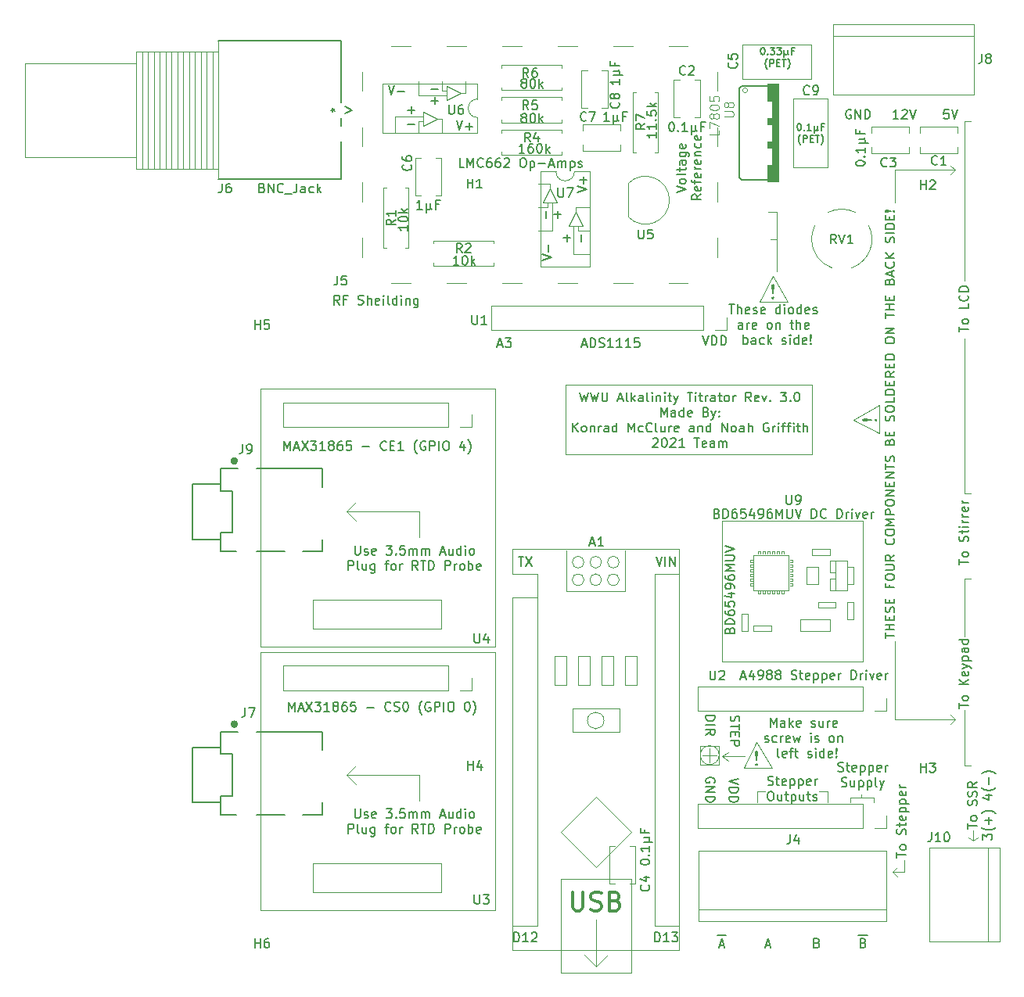
<source format=gbr>
G04 #@! TF.GenerationSoftware,KiCad,Pcbnew,(5.1.9)-1*
G04 #@! TF.CreationDate,2021-06-09T22:02:07-07:00*
G04 #@! TF.ProjectId,AlkalinityTitrator,416c6b61-6c69-46e6-9974-795469747261,rev?*
G04 #@! TF.SameCoordinates,Original*
G04 #@! TF.FileFunction,Legend,Top*
G04 #@! TF.FilePolarity,Positive*
%FSLAX46Y46*%
G04 Gerber Fmt 4.6, Leading zero omitted, Abs format (unit mm)*
G04 Created by KiCad (PCBNEW (5.1.9)-1) date 2021-06-09 22:02:07*
%MOMM*%
%LPD*%
G01*
G04 APERTURE LIST*
%ADD10C,0.150000*%
%ADD11C,0.120000*%
%ADD12C,0.100000*%
%ADD13C,0.152400*%
%ADD14C,0.127000*%
%ADD15C,0.400000*%
%ADD16C,0.050000*%
%ADD17C,0.300000*%
G04 APERTURE END LIST*
D10*
X180749142Y-44106785D02*
X180820571Y-44106785D01*
X180892000Y-44142500D01*
X180927714Y-44178214D01*
X180963428Y-44249642D01*
X180999142Y-44392500D01*
X180999142Y-44571071D01*
X180963428Y-44713928D01*
X180927714Y-44785357D01*
X180892000Y-44821071D01*
X180820571Y-44856785D01*
X180749142Y-44856785D01*
X180677714Y-44821071D01*
X180642000Y-44785357D01*
X180606285Y-44713928D01*
X180570571Y-44571071D01*
X180570571Y-44392500D01*
X180606285Y-44249642D01*
X180642000Y-44178214D01*
X180677714Y-44142500D01*
X180749142Y-44106785D01*
X181320571Y-44785357D02*
X181356285Y-44821071D01*
X181320571Y-44856785D01*
X181284857Y-44821071D01*
X181320571Y-44785357D01*
X181320571Y-44856785D01*
X181606285Y-44106785D02*
X182070571Y-44106785D01*
X181820571Y-44392500D01*
X181927714Y-44392500D01*
X181999142Y-44428214D01*
X182034857Y-44463928D01*
X182070571Y-44535357D01*
X182070571Y-44713928D01*
X182034857Y-44785357D01*
X181999142Y-44821071D01*
X181927714Y-44856785D01*
X181713428Y-44856785D01*
X181642000Y-44821071D01*
X181606285Y-44785357D01*
X182320571Y-44106785D02*
X182784857Y-44106785D01*
X182534857Y-44392500D01*
X182642000Y-44392500D01*
X182713428Y-44428214D01*
X182749142Y-44463928D01*
X182784857Y-44535357D01*
X182784857Y-44713928D01*
X182749142Y-44785357D01*
X182713428Y-44821071D01*
X182642000Y-44856785D01*
X182427714Y-44856785D01*
X182356285Y-44821071D01*
X182320571Y-44785357D01*
X183106285Y-44356785D02*
X183106285Y-45106785D01*
X183463428Y-44749642D02*
X183499142Y-44821071D01*
X183570571Y-44856785D01*
X183106285Y-44749642D02*
X183142000Y-44821071D01*
X183213428Y-44856785D01*
X183356285Y-44856785D01*
X183427714Y-44821071D01*
X183463428Y-44749642D01*
X183463428Y-44356785D01*
X184142000Y-44463928D02*
X183892000Y-44463928D01*
X183892000Y-44856785D02*
X183892000Y-44106785D01*
X184249142Y-44106785D01*
X181284857Y-46417500D02*
X181249142Y-46381785D01*
X181177714Y-46274642D01*
X181142000Y-46203214D01*
X181106285Y-46096071D01*
X181070571Y-45917500D01*
X181070571Y-45774642D01*
X181106285Y-45596071D01*
X181142000Y-45488928D01*
X181177714Y-45417500D01*
X181249142Y-45310357D01*
X181284857Y-45274642D01*
X181570571Y-46131785D02*
X181570571Y-45381785D01*
X181856285Y-45381785D01*
X181927714Y-45417500D01*
X181963428Y-45453214D01*
X181999142Y-45524642D01*
X181999142Y-45631785D01*
X181963428Y-45703214D01*
X181927714Y-45738928D01*
X181856285Y-45774642D01*
X181570571Y-45774642D01*
X182320571Y-45738928D02*
X182570571Y-45738928D01*
X182677714Y-46131785D02*
X182320571Y-46131785D01*
X182320571Y-45381785D01*
X182677714Y-45381785D01*
X182892000Y-45381785D02*
X183320571Y-45381785D01*
X183106285Y-46131785D02*
X183106285Y-45381785D01*
X183499142Y-46417500D02*
X183534857Y-46381785D01*
X183606285Y-46274642D01*
X183642000Y-46203214D01*
X183677714Y-46096071D01*
X183713428Y-45917500D01*
X183713428Y-45774642D01*
X183677714Y-45596071D01*
X183642000Y-45488928D01*
X183606285Y-45417500D01*
X183534857Y-45310357D01*
X183499142Y-45274642D01*
X184706285Y-52306785D02*
X184777714Y-52306785D01*
X184849142Y-52342500D01*
X184884857Y-52378214D01*
X184920571Y-52449642D01*
X184956285Y-52592500D01*
X184956285Y-52771071D01*
X184920571Y-52913928D01*
X184884857Y-52985357D01*
X184849142Y-53021071D01*
X184777714Y-53056785D01*
X184706285Y-53056785D01*
X184634857Y-53021071D01*
X184599142Y-52985357D01*
X184563428Y-52913928D01*
X184527714Y-52771071D01*
X184527714Y-52592500D01*
X184563428Y-52449642D01*
X184599142Y-52378214D01*
X184634857Y-52342500D01*
X184706285Y-52306785D01*
X185277714Y-52985357D02*
X185313428Y-53021071D01*
X185277714Y-53056785D01*
X185242000Y-53021071D01*
X185277714Y-52985357D01*
X185277714Y-53056785D01*
X186027714Y-53056785D02*
X185599142Y-53056785D01*
X185813428Y-53056785D02*
X185813428Y-52306785D01*
X185742000Y-52413928D01*
X185670571Y-52485357D01*
X185599142Y-52521071D01*
X186349142Y-52556785D02*
X186349142Y-53306785D01*
X186706285Y-52949642D02*
X186742000Y-53021071D01*
X186813428Y-53056785D01*
X186349142Y-52949642D02*
X186384857Y-53021071D01*
X186456285Y-53056785D01*
X186599142Y-53056785D01*
X186670571Y-53021071D01*
X186706285Y-52949642D01*
X186706285Y-52556785D01*
X187384857Y-52663928D02*
X187134857Y-52663928D01*
X187134857Y-53056785D02*
X187134857Y-52306785D01*
X187492000Y-52306785D01*
X184884857Y-54617500D02*
X184849142Y-54581785D01*
X184777714Y-54474642D01*
X184742000Y-54403214D01*
X184706285Y-54296071D01*
X184670571Y-54117500D01*
X184670571Y-53974642D01*
X184706285Y-53796071D01*
X184742000Y-53688928D01*
X184777714Y-53617500D01*
X184849142Y-53510357D01*
X184884857Y-53474642D01*
X185170571Y-54331785D02*
X185170571Y-53581785D01*
X185456285Y-53581785D01*
X185527714Y-53617500D01*
X185563428Y-53653214D01*
X185599142Y-53724642D01*
X185599142Y-53831785D01*
X185563428Y-53903214D01*
X185527714Y-53938928D01*
X185456285Y-53974642D01*
X185170571Y-53974642D01*
X185920571Y-53938928D02*
X186170571Y-53938928D01*
X186277714Y-54331785D02*
X185920571Y-54331785D01*
X185920571Y-53581785D01*
X186277714Y-53581785D01*
X186492000Y-53581785D02*
X186920571Y-53581785D01*
X186706285Y-54331785D02*
X186706285Y-53581785D01*
X187099142Y-54617500D02*
X187134857Y-54581785D01*
X187206285Y-54474642D01*
X187242000Y-54403214D01*
X187277714Y-54296071D01*
X187313428Y-54117500D01*
X187313428Y-53974642D01*
X187277714Y-53796071D01*
X187242000Y-53688928D01*
X187206285Y-53617500D01*
X187134857Y-53510357D01*
X187099142Y-53474642D01*
X175913428Y-140190000D02*
X176770571Y-140190000D01*
X176103904Y-141271666D02*
X176580095Y-141271666D01*
X176008666Y-141557380D02*
X176342000Y-140557380D01*
X176675333Y-141557380D01*
X181103904Y-141271666D02*
X181580095Y-141271666D01*
X181008666Y-141557380D02*
X181342000Y-140557380D01*
X181675333Y-141557380D01*
X186663428Y-141033571D02*
X186806285Y-141081190D01*
X186853904Y-141128809D01*
X186901523Y-141224047D01*
X186901523Y-141366904D01*
X186853904Y-141462142D01*
X186806285Y-141509761D01*
X186711047Y-141557380D01*
X186330095Y-141557380D01*
X186330095Y-140557380D01*
X186663428Y-140557380D01*
X186758666Y-140605000D01*
X186806285Y-140652619D01*
X186853904Y-140747857D01*
X186853904Y-140843095D01*
X186806285Y-140938333D01*
X186758666Y-140985952D01*
X186663428Y-141033571D01*
X186330095Y-141033571D01*
X191092000Y-140190000D02*
X192092000Y-140190000D01*
X191663428Y-141033571D02*
X191806285Y-141081190D01*
X191853904Y-141128809D01*
X191901523Y-141224047D01*
X191901523Y-141366904D01*
X191853904Y-141462142D01*
X191806285Y-141509761D01*
X191711047Y-141557380D01*
X191330095Y-141557380D01*
X191330095Y-140557380D01*
X191663428Y-140557380D01*
X191758666Y-140605000D01*
X191806285Y-140652619D01*
X191853904Y-140747857D01*
X191853904Y-140843095D01*
X191806285Y-140938333D01*
X191758666Y-140985952D01*
X191663428Y-141033571D01*
X191330095Y-141033571D01*
X200901523Y-50807380D02*
X200425333Y-50807380D01*
X200377714Y-51283571D01*
X200425333Y-51235952D01*
X200520571Y-51188333D01*
X200758666Y-51188333D01*
X200853904Y-51235952D01*
X200901523Y-51283571D01*
X200949142Y-51378809D01*
X200949142Y-51616904D01*
X200901523Y-51712142D01*
X200853904Y-51759761D01*
X200758666Y-51807380D01*
X200520571Y-51807380D01*
X200425333Y-51759761D01*
X200377714Y-51712142D01*
X201234857Y-50807380D02*
X201568190Y-51807380D01*
X201901523Y-50807380D01*
X195472952Y-51807380D02*
X194901523Y-51807380D01*
X195187238Y-51807380D02*
X195187238Y-50807380D01*
X195092000Y-50950238D01*
X194996761Y-51045476D01*
X194901523Y-51093095D01*
X195853904Y-50902619D02*
X195901523Y-50855000D01*
X195996761Y-50807380D01*
X196234857Y-50807380D01*
X196330095Y-50855000D01*
X196377714Y-50902619D01*
X196425333Y-50997857D01*
X196425333Y-51093095D01*
X196377714Y-51235952D01*
X195806285Y-51807380D01*
X196425333Y-51807380D01*
X196711047Y-50807380D02*
X197044380Y-51807380D01*
X197377714Y-50807380D01*
X190330095Y-50855000D02*
X190234857Y-50807380D01*
X190092000Y-50807380D01*
X189949142Y-50855000D01*
X189853904Y-50950238D01*
X189806285Y-51045476D01*
X189758666Y-51235952D01*
X189758666Y-51378809D01*
X189806285Y-51569285D01*
X189853904Y-51664523D01*
X189949142Y-51759761D01*
X190092000Y-51807380D01*
X190187238Y-51807380D01*
X190330095Y-51759761D01*
X190377714Y-51712142D01*
X190377714Y-51378809D01*
X190187238Y-51378809D01*
X190806285Y-51807380D02*
X190806285Y-50807380D01*
X191377714Y-51807380D01*
X191377714Y-50807380D01*
X191853904Y-51807380D02*
X191853904Y-50807380D01*
X192092000Y-50807380D01*
X192234857Y-50855000D01*
X192330095Y-50950238D01*
X192377714Y-51045476D01*
X192425333Y-51235952D01*
X192425333Y-51378809D01*
X192377714Y-51569285D01*
X192330095Y-51664523D01*
X192234857Y-51759761D01*
X192092000Y-51807380D01*
X191853904Y-51807380D01*
D11*
X202592000Y-101605000D02*
X203342000Y-101605000D01*
X202592000Y-107855000D02*
X202592000Y-101605000D01*
X202592000Y-115855000D02*
X202592000Y-121855000D01*
X202592000Y-75605000D02*
X202592000Y-92355000D01*
X202592000Y-69355000D02*
X202592000Y-52105000D01*
X202592000Y-121855000D02*
X203342000Y-121855000D01*
X202592000Y-92355000D02*
X203342000Y-92355000D01*
X202592000Y-52105000D02*
X203342000Y-52105000D01*
D10*
X202044380Y-74878809D02*
X202044380Y-74307380D01*
X203044380Y-74593095D02*
X202044380Y-74593095D01*
X203044380Y-73831190D02*
X202996761Y-73926428D01*
X202949142Y-73974047D01*
X202853904Y-74021666D01*
X202568190Y-74021666D01*
X202472952Y-73974047D01*
X202425333Y-73926428D01*
X202377714Y-73831190D01*
X202377714Y-73688333D01*
X202425333Y-73593095D01*
X202472952Y-73545476D01*
X202568190Y-73497857D01*
X202853904Y-73497857D01*
X202949142Y-73545476D01*
X202996761Y-73593095D01*
X203044380Y-73688333D01*
X203044380Y-73831190D01*
X203044380Y-71831190D02*
X203044380Y-72307380D01*
X202044380Y-72307380D01*
X202949142Y-70926428D02*
X202996761Y-70974047D01*
X203044380Y-71116904D01*
X203044380Y-71212142D01*
X202996761Y-71355000D01*
X202901523Y-71450238D01*
X202806285Y-71497857D01*
X202615809Y-71545476D01*
X202472952Y-71545476D01*
X202282476Y-71497857D01*
X202187238Y-71450238D01*
X202092000Y-71355000D01*
X202044380Y-71212142D01*
X202044380Y-71116904D01*
X202092000Y-70974047D01*
X202139619Y-70926428D01*
X203044380Y-70497857D02*
X202044380Y-70497857D01*
X202044380Y-70259761D01*
X202092000Y-70116904D01*
X202187238Y-70021666D01*
X202282476Y-69974047D01*
X202472952Y-69926428D01*
X202615809Y-69926428D01*
X202806285Y-69974047D01*
X202901523Y-70021666D01*
X202996761Y-70116904D01*
X203044380Y-70259761D01*
X203044380Y-70497857D01*
X202044380Y-100081190D02*
X202044380Y-99509761D01*
X203044380Y-99795476D02*
X202044380Y-99795476D01*
X203044380Y-99033571D02*
X202996761Y-99128809D01*
X202949142Y-99176428D01*
X202853904Y-99224047D01*
X202568190Y-99224047D01*
X202472952Y-99176428D01*
X202425333Y-99128809D01*
X202377714Y-99033571D01*
X202377714Y-98890714D01*
X202425333Y-98795476D01*
X202472952Y-98747857D01*
X202568190Y-98700238D01*
X202853904Y-98700238D01*
X202949142Y-98747857D01*
X202996761Y-98795476D01*
X203044380Y-98890714D01*
X203044380Y-99033571D01*
X202996761Y-97557380D02*
X203044380Y-97414523D01*
X203044380Y-97176428D01*
X202996761Y-97081190D01*
X202949142Y-97033571D01*
X202853904Y-96985952D01*
X202758666Y-96985952D01*
X202663428Y-97033571D01*
X202615809Y-97081190D01*
X202568190Y-97176428D01*
X202520571Y-97366904D01*
X202472952Y-97462142D01*
X202425333Y-97509761D01*
X202330095Y-97557380D01*
X202234857Y-97557380D01*
X202139619Y-97509761D01*
X202092000Y-97462142D01*
X202044380Y-97366904D01*
X202044380Y-97128809D01*
X202092000Y-96985952D01*
X202377714Y-96700238D02*
X202377714Y-96319285D01*
X202044380Y-96557380D02*
X202901523Y-96557380D01*
X202996761Y-96509761D01*
X203044380Y-96414523D01*
X203044380Y-96319285D01*
X203044380Y-95985952D02*
X202377714Y-95985952D01*
X202044380Y-95985952D02*
X202092000Y-96033571D01*
X202139619Y-95985952D01*
X202092000Y-95938333D01*
X202044380Y-95985952D01*
X202139619Y-95985952D01*
X203044380Y-95509761D02*
X202377714Y-95509761D01*
X202568190Y-95509761D02*
X202472952Y-95462142D01*
X202425333Y-95414523D01*
X202377714Y-95319285D01*
X202377714Y-95224047D01*
X203044380Y-94890714D02*
X202377714Y-94890714D01*
X202568190Y-94890714D02*
X202472952Y-94843095D01*
X202425333Y-94795476D01*
X202377714Y-94700238D01*
X202377714Y-94605000D01*
X202996761Y-93890714D02*
X203044380Y-93985952D01*
X203044380Y-94176428D01*
X202996761Y-94271666D01*
X202901523Y-94319285D01*
X202520571Y-94319285D01*
X202425333Y-94271666D01*
X202377714Y-94176428D01*
X202377714Y-93985952D01*
X202425333Y-93890714D01*
X202520571Y-93843095D01*
X202615809Y-93843095D01*
X202711047Y-94319285D01*
X203044380Y-93414523D02*
X202377714Y-93414523D01*
X202568190Y-93414523D02*
X202472952Y-93366904D01*
X202425333Y-93319285D01*
X202377714Y-93224047D01*
X202377714Y-93128809D01*
X202044380Y-115640714D02*
X202044380Y-115069285D01*
X203044380Y-115355000D02*
X202044380Y-115355000D01*
X203044380Y-114593095D02*
X202996761Y-114688333D01*
X202949142Y-114735952D01*
X202853904Y-114783571D01*
X202568190Y-114783571D01*
X202472952Y-114735952D01*
X202425333Y-114688333D01*
X202377714Y-114593095D01*
X202377714Y-114450238D01*
X202425333Y-114355000D01*
X202472952Y-114307380D01*
X202568190Y-114259761D01*
X202853904Y-114259761D01*
X202949142Y-114307380D01*
X202996761Y-114355000D01*
X203044380Y-114450238D01*
X203044380Y-114593095D01*
X203044380Y-113069285D02*
X202044380Y-113069285D01*
X203044380Y-112497857D02*
X202472952Y-112926428D01*
X202044380Y-112497857D02*
X202615809Y-113069285D01*
X202996761Y-111688333D02*
X203044380Y-111783571D01*
X203044380Y-111974047D01*
X202996761Y-112069285D01*
X202901523Y-112116904D01*
X202520571Y-112116904D01*
X202425333Y-112069285D01*
X202377714Y-111974047D01*
X202377714Y-111783571D01*
X202425333Y-111688333D01*
X202520571Y-111640714D01*
X202615809Y-111640714D01*
X202711047Y-112116904D01*
X202377714Y-111307380D02*
X203044380Y-111069285D01*
X202377714Y-110831190D02*
X203044380Y-111069285D01*
X203282476Y-111164523D01*
X203330095Y-111212142D01*
X203377714Y-111307380D01*
X202377714Y-110450238D02*
X203377714Y-110450238D01*
X202425333Y-110450238D02*
X202377714Y-110355000D01*
X202377714Y-110164523D01*
X202425333Y-110069285D01*
X202472952Y-110021666D01*
X202568190Y-109974047D01*
X202853904Y-109974047D01*
X202949142Y-110021666D01*
X202996761Y-110069285D01*
X203044380Y-110164523D01*
X203044380Y-110355000D01*
X202996761Y-110450238D01*
X203044380Y-109116904D02*
X202520571Y-109116904D01*
X202425333Y-109164523D01*
X202377714Y-109259761D01*
X202377714Y-109450238D01*
X202425333Y-109545476D01*
X202996761Y-109116904D02*
X203044380Y-109212142D01*
X203044380Y-109450238D01*
X202996761Y-109545476D01*
X202901523Y-109593095D01*
X202806285Y-109593095D01*
X202711047Y-109545476D01*
X202663428Y-109450238D01*
X202663428Y-109212142D01*
X202615809Y-109116904D01*
X203044380Y-108212142D02*
X202044380Y-108212142D01*
X202996761Y-108212142D02*
X203044380Y-108307380D01*
X203044380Y-108497857D01*
X202996761Y-108593095D01*
X202949142Y-108640714D01*
X202853904Y-108688333D01*
X202568190Y-108688333D01*
X202472952Y-108640714D01*
X202425333Y-108593095D01*
X202377714Y-108497857D01*
X202377714Y-108307380D01*
X202425333Y-108212142D01*
D11*
X201592000Y-116855000D02*
X201092000Y-117355000D01*
X201592000Y-116855000D02*
X201092000Y-116355000D01*
X195092000Y-116855000D02*
X201592000Y-116855000D01*
X195092000Y-108355000D02*
X195092000Y-116855000D01*
X201592000Y-57355000D02*
X201092000Y-57855000D01*
X201592000Y-57355000D02*
X201092000Y-56855000D01*
X195092000Y-57355000D02*
X201592000Y-57355000D01*
X195092000Y-60855000D02*
X195092000Y-57355000D01*
D10*
X161012238Y-81415380D02*
X161250333Y-82415380D01*
X161440809Y-81701095D01*
X161631285Y-82415380D01*
X161869380Y-81415380D01*
X162155095Y-81415380D02*
X162393190Y-82415380D01*
X162583666Y-81701095D01*
X162774142Y-82415380D01*
X163012238Y-81415380D01*
X163393190Y-81415380D02*
X163393190Y-82224904D01*
X163440809Y-82320142D01*
X163488428Y-82367761D01*
X163583666Y-82415380D01*
X163774142Y-82415380D01*
X163869380Y-82367761D01*
X163917000Y-82320142D01*
X163964619Y-82224904D01*
X163964619Y-81415380D01*
X165155095Y-82129666D02*
X165631285Y-82129666D01*
X165059857Y-82415380D02*
X165393190Y-81415380D01*
X165726523Y-82415380D01*
X166202714Y-82415380D02*
X166107476Y-82367761D01*
X166059857Y-82272523D01*
X166059857Y-81415380D01*
X166583666Y-82415380D02*
X166583666Y-81415380D01*
X166678904Y-82034428D02*
X166964619Y-82415380D01*
X166964619Y-81748714D02*
X166583666Y-82129666D01*
X167821761Y-82415380D02*
X167821761Y-81891571D01*
X167774142Y-81796333D01*
X167678904Y-81748714D01*
X167488428Y-81748714D01*
X167393190Y-81796333D01*
X167821761Y-82367761D02*
X167726523Y-82415380D01*
X167488428Y-82415380D01*
X167393190Y-82367761D01*
X167345571Y-82272523D01*
X167345571Y-82177285D01*
X167393190Y-82082047D01*
X167488428Y-82034428D01*
X167726523Y-82034428D01*
X167821761Y-81986809D01*
X168440809Y-82415380D02*
X168345571Y-82367761D01*
X168297952Y-82272523D01*
X168297952Y-81415380D01*
X168821761Y-82415380D02*
X168821761Y-81748714D01*
X168821761Y-81415380D02*
X168774142Y-81463000D01*
X168821761Y-81510619D01*
X168869380Y-81463000D01*
X168821761Y-81415380D01*
X168821761Y-81510619D01*
X169297952Y-81748714D02*
X169297952Y-82415380D01*
X169297952Y-81843952D02*
X169345571Y-81796333D01*
X169440809Y-81748714D01*
X169583666Y-81748714D01*
X169678904Y-81796333D01*
X169726523Y-81891571D01*
X169726523Y-82415380D01*
X170202714Y-82415380D02*
X170202714Y-81748714D01*
X170202714Y-81415380D02*
X170155095Y-81463000D01*
X170202714Y-81510619D01*
X170250333Y-81463000D01*
X170202714Y-81415380D01*
X170202714Y-81510619D01*
X170536047Y-81748714D02*
X170917000Y-81748714D01*
X170678904Y-81415380D02*
X170678904Y-82272523D01*
X170726523Y-82367761D01*
X170821761Y-82415380D01*
X170917000Y-82415380D01*
X171155095Y-81748714D02*
X171393190Y-82415380D01*
X171631285Y-81748714D02*
X171393190Y-82415380D01*
X171297952Y-82653476D01*
X171250333Y-82701095D01*
X171155095Y-82748714D01*
X172631285Y-81415380D02*
X173202714Y-81415380D01*
X172917000Y-82415380D02*
X172917000Y-81415380D01*
X173536047Y-82415380D02*
X173536047Y-81748714D01*
X173536047Y-81415380D02*
X173488428Y-81463000D01*
X173536047Y-81510619D01*
X173583666Y-81463000D01*
X173536047Y-81415380D01*
X173536047Y-81510619D01*
X173869380Y-81748714D02*
X174250333Y-81748714D01*
X174012238Y-81415380D02*
X174012238Y-82272523D01*
X174059857Y-82367761D01*
X174155095Y-82415380D01*
X174250333Y-82415380D01*
X174583666Y-82415380D02*
X174583666Y-81748714D01*
X174583666Y-81939190D02*
X174631285Y-81843952D01*
X174678904Y-81796333D01*
X174774142Y-81748714D01*
X174869380Y-81748714D01*
X175631285Y-82415380D02*
X175631285Y-81891571D01*
X175583666Y-81796333D01*
X175488428Y-81748714D01*
X175297952Y-81748714D01*
X175202714Y-81796333D01*
X175631285Y-82367761D02*
X175536047Y-82415380D01*
X175297952Y-82415380D01*
X175202714Y-82367761D01*
X175155095Y-82272523D01*
X175155095Y-82177285D01*
X175202714Y-82082047D01*
X175297952Y-82034428D01*
X175536047Y-82034428D01*
X175631285Y-81986809D01*
X175964619Y-81748714D02*
X176345571Y-81748714D01*
X176107476Y-81415380D02*
X176107476Y-82272523D01*
X176155095Y-82367761D01*
X176250333Y-82415380D01*
X176345571Y-82415380D01*
X176821761Y-82415380D02*
X176726523Y-82367761D01*
X176678904Y-82320142D01*
X176631285Y-82224904D01*
X176631285Y-81939190D01*
X176678904Y-81843952D01*
X176726523Y-81796333D01*
X176821761Y-81748714D01*
X176964619Y-81748714D01*
X177059857Y-81796333D01*
X177107476Y-81843952D01*
X177155095Y-81939190D01*
X177155095Y-82224904D01*
X177107476Y-82320142D01*
X177059857Y-82367761D01*
X176964619Y-82415380D01*
X176821761Y-82415380D01*
X177583666Y-82415380D02*
X177583666Y-81748714D01*
X177583666Y-81939190D02*
X177631285Y-81843952D01*
X177678904Y-81796333D01*
X177774142Y-81748714D01*
X177869380Y-81748714D01*
X179536047Y-82415380D02*
X179202714Y-81939190D01*
X178964619Y-82415380D02*
X178964619Y-81415380D01*
X179345571Y-81415380D01*
X179440809Y-81463000D01*
X179488428Y-81510619D01*
X179536047Y-81605857D01*
X179536047Y-81748714D01*
X179488428Y-81843952D01*
X179440809Y-81891571D01*
X179345571Y-81939190D01*
X178964619Y-81939190D01*
X180345571Y-82367761D02*
X180250333Y-82415380D01*
X180059857Y-82415380D01*
X179964619Y-82367761D01*
X179917000Y-82272523D01*
X179917000Y-81891571D01*
X179964619Y-81796333D01*
X180059857Y-81748714D01*
X180250333Y-81748714D01*
X180345571Y-81796333D01*
X180393190Y-81891571D01*
X180393190Y-81986809D01*
X179917000Y-82082047D01*
X180726523Y-81748714D02*
X180964619Y-82415380D01*
X181202714Y-81748714D01*
X181583666Y-82320142D02*
X181631285Y-82367761D01*
X181583666Y-82415380D01*
X181536047Y-82367761D01*
X181583666Y-82320142D01*
X181583666Y-82415380D01*
X182726523Y-81415380D02*
X183345571Y-81415380D01*
X183012238Y-81796333D01*
X183155095Y-81796333D01*
X183250333Y-81843952D01*
X183297952Y-81891571D01*
X183345571Y-81986809D01*
X183345571Y-82224904D01*
X183297952Y-82320142D01*
X183250333Y-82367761D01*
X183155095Y-82415380D01*
X182869380Y-82415380D01*
X182774142Y-82367761D01*
X182726523Y-82320142D01*
X183774142Y-82320142D02*
X183821761Y-82367761D01*
X183774142Y-82415380D01*
X183726523Y-82367761D01*
X183774142Y-82320142D01*
X183774142Y-82415380D01*
X184440809Y-81415380D02*
X184536047Y-81415380D01*
X184631285Y-81463000D01*
X184678904Y-81510619D01*
X184726523Y-81605857D01*
X184774142Y-81796333D01*
X184774142Y-82034428D01*
X184726523Y-82224904D01*
X184678904Y-82320142D01*
X184631285Y-82367761D01*
X184536047Y-82415380D01*
X184440809Y-82415380D01*
X184345571Y-82367761D01*
X184297952Y-82320142D01*
X184250333Y-82224904D01*
X184202714Y-82034428D01*
X184202714Y-81796333D01*
X184250333Y-81605857D01*
X184297952Y-81510619D01*
X184345571Y-81463000D01*
X184440809Y-81415380D01*
X169750333Y-84065380D02*
X169750333Y-83065380D01*
X170083666Y-83779666D01*
X170417000Y-83065380D01*
X170417000Y-84065380D01*
X171321761Y-84065380D02*
X171321761Y-83541571D01*
X171274142Y-83446333D01*
X171178904Y-83398714D01*
X170988428Y-83398714D01*
X170893190Y-83446333D01*
X171321761Y-84017761D02*
X171226523Y-84065380D01*
X170988428Y-84065380D01*
X170893190Y-84017761D01*
X170845571Y-83922523D01*
X170845571Y-83827285D01*
X170893190Y-83732047D01*
X170988428Y-83684428D01*
X171226523Y-83684428D01*
X171321761Y-83636809D01*
X172226523Y-84065380D02*
X172226523Y-83065380D01*
X172226523Y-84017761D02*
X172131285Y-84065380D01*
X171940809Y-84065380D01*
X171845571Y-84017761D01*
X171797952Y-83970142D01*
X171750333Y-83874904D01*
X171750333Y-83589190D01*
X171797952Y-83493952D01*
X171845571Y-83446333D01*
X171940809Y-83398714D01*
X172131285Y-83398714D01*
X172226523Y-83446333D01*
X173083666Y-84017761D02*
X172988428Y-84065380D01*
X172797952Y-84065380D01*
X172702714Y-84017761D01*
X172655095Y-83922523D01*
X172655095Y-83541571D01*
X172702714Y-83446333D01*
X172797952Y-83398714D01*
X172988428Y-83398714D01*
X173083666Y-83446333D01*
X173131285Y-83541571D01*
X173131285Y-83636809D01*
X172655095Y-83732047D01*
X174655095Y-83541571D02*
X174797952Y-83589190D01*
X174845571Y-83636809D01*
X174893190Y-83732047D01*
X174893190Y-83874904D01*
X174845571Y-83970142D01*
X174797952Y-84017761D01*
X174702714Y-84065380D01*
X174321761Y-84065380D01*
X174321761Y-83065380D01*
X174655095Y-83065380D01*
X174750333Y-83113000D01*
X174797952Y-83160619D01*
X174845571Y-83255857D01*
X174845571Y-83351095D01*
X174797952Y-83446333D01*
X174750333Y-83493952D01*
X174655095Y-83541571D01*
X174321761Y-83541571D01*
X175226523Y-83398714D02*
X175464619Y-84065380D01*
X175702714Y-83398714D02*
X175464619Y-84065380D01*
X175369380Y-84303476D01*
X175321761Y-84351095D01*
X175226523Y-84398714D01*
X176083666Y-83970142D02*
X176131285Y-84017761D01*
X176083666Y-84065380D01*
X176036047Y-84017761D01*
X176083666Y-83970142D01*
X176083666Y-84065380D01*
X176083666Y-83446333D02*
X176131285Y-83493952D01*
X176083666Y-83541571D01*
X176036047Y-83493952D01*
X176083666Y-83446333D01*
X176083666Y-83541571D01*
X160226523Y-85715380D02*
X160226523Y-84715380D01*
X160797952Y-85715380D02*
X160369380Y-85143952D01*
X160797952Y-84715380D02*
X160226523Y-85286809D01*
X161369380Y-85715380D02*
X161274142Y-85667761D01*
X161226523Y-85620142D01*
X161178904Y-85524904D01*
X161178904Y-85239190D01*
X161226523Y-85143952D01*
X161274142Y-85096333D01*
X161369380Y-85048714D01*
X161512238Y-85048714D01*
X161607476Y-85096333D01*
X161655095Y-85143952D01*
X161702714Y-85239190D01*
X161702714Y-85524904D01*
X161655095Y-85620142D01*
X161607476Y-85667761D01*
X161512238Y-85715380D01*
X161369380Y-85715380D01*
X162131285Y-85048714D02*
X162131285Y-85715380D01*
X162131285Y-85143952D02*
X162178904Y-85096333D01*
X162274142Y-85048714D01*
X162417000Y-85048714D01*
X162512238Y-85096333D01*
X162559857Y-85191571D01*
X162559857Y-85715380D01*
X163036047Y-85715380D02*
X163036047Y-85048714D01*
X163036047Y-85239190D02*
X163083666Y-85143952D01*
X163131285Y-85096333D01*
X163226523Y-85048714D01*
X163321761Y-85048714D01*
X164083666Y-85715380D02*
X164083666Y-85191571D01*
X164036047Y-85096333D01*
X163940809Y-85048714D01*
X163750333Y-85048714D01*
X163655095Y-85096333D01*
X164083666Y-85667761D02*
X163988428Y-85715380D01*
X163750333Y-85715380D01*
X163655095Y-85667761D01*
X163607476Y-85572523D01*
X163607476Y-85477285D01*
X163655095Y-85382047D01*
X163750333Y-85334428D01*
X163988428Y-85334428D01*
X164083666Y-85286809D01*
X164988428Y-85715380D02*
X164988428Y-84715380D01*
X164988428Y-85667761D02*
X164893190Y-85715380D01*
X164702714Y-85715380D01*
X164607476Y-85667761D01*
X164559857Y-85620142D01*
X164512238Y-85524904D01*
X164512238Y-85239190D01*
X164559857Y-85143952D01*
X164607476Y-85096333D01*
X164702714Y-85048714D01*
X164893190Y-85048714D01*
X164988428Y-85096333D01*
X166226523Y-85715380D02*
X166226523Y-84715380D01*
X166559857Y-85429666D01*
X166893190Y-84715380D01*
X166893190Y-85715380D01*
X167797952Y-85667761D02*
X167702714Y-85715380D01*
X167512238Y-85715380D01*
X167417000Y-85667761D01*
X167369380Y-85620142D01*
X167321761Y-85524904D01*
X167321761Y-85239190D01*
X167369380Y-85143952D01*
X167417000Y-85096333D01*
X167512238Y-85048714D01*
X167702714Y-85048714D01*
X167797952Y-85096333D01*
X168797952Y-85620142D02*
X168750333Y-85667761D01*
X168607476Y-85715380D01*
X168512238Y-85715380D01*
X168369380Y-85667761D01*
X168274142Y-85572523D01*
X168226523Y-85477285D01*
X168178904Y-85286809D01*
X168178904Y-85143952D01*
X168226523Y-84953476D01*
X168274142Y-84858238D01*
X168369380Y-84763000D01*
X168512238Y-84715380D01*
X168607476Y-84715380D01*
X168750333Y-84763000D01*
X168797952Y-84810619D01*
X169369380Y-85715380D02*
X169274142Y-85667761D01*
X169226523Y-85572523D01*
X169226523Y-84715380D01*
X170178904Y-85048714D02*
X170178904Y-85715380D01*
X169750333Y-85048714D02*
X169750333Y-85572523D01*
X169797952Y-85667761D01*
X169893190Y-85715380D01*
X170036047Y-85715380D01*
X170131285Y-85667761D01*
X170178904Y-85620142D01*
X170655095Y-85715380D02*
X170655095Y-85048714D01*
X170655095Y-85239190D02*
X170702714Y-85143952D01*
X170750333Y-85096333D01*
X170845571Y-85048714D01*
X170940809Y-85048714D01*
X171655095Y-85667761D02*
X171559857Y-85715380D01*
X171369380Y-85715380D01*
X171274142Y-85667761D01*
X171226523Y-85572523D01*
X171226523Y-85191571D01*
X171274142Y-85096333D01*
X171369380Y-85048714D01*
X171559857Y-85048714D01*
X171655095Y-85096333D01*
X171702714Y-85191571D01*
X171702714Y-85286809D01*
X171226523Y-85382047D01*
X173321761Y-85715380D02*
X173321761Y-85191571D01*
X173274142Y-85096333D01*
X173178904Y-85048714D01*
X172988428Y-85048714D01*
X172893190Y-85096333D01*
X173321761Y-85667761D02*
X173226523Y-85715380D01*
X172988428Y-85715380D01*
X172893190Y-85667761D01*
X172845571Y-85572523D01*
X172845571Y-85477285D01*
X172893190Y-85382047D01*
X172988428Y-85334428D01*
X173226523Y-85334428D01*
X173321761Y-85286809D01*
X173797952Y-85048714D02*
X173797952Y-85715380D01*
X173797952Y-85143952D02*
X173845571Y-85096333D01*
X173940809Y-85048714D01*
X174083666Y-85048714D01*
X174178904Y-85096333D01*
X174226523Y-85191571D01*
X174226523Y-85715380D01*
X175131285Y-85715380D02*
X175131285Y-84715380D01*
X175131285Y-85667761D02*
X175036047Y-85715380D01*
X174845571Y-85715380D01*
X174750333Y-85667761D01*
X174702714Y-85620142D01*
X174655095Y-85524904D01*
X174655095Y-85239190D01*
X174702714Y-85143952D01*
X174750333Y-85096333D01*
X174845571Y-85048714D01*
X175036047Y-85048714D01*
X175131285Y-85096333D01*
X176369380Y-85715380D02*
X176369380Y-84715380D01*
X176940809Y-85715380D01*
X176940809Y-84715380D01*
X177559857Y-85715380D02*
X177464619Y-85667761D01*
X177417000Y-85620142D01*
X177369380Y-85524904D01*
X177369380Y-85239190D01*
X177417000Y-85143952D01*
X177464619Y-85096333D01*
X177559857Y-85048714D01*
X177702714Y-85048714D01*
X177797952Y-85096333D01*
X177845571Y-85143952D01*
X177893190Y-85239190D01*
X177893190Y-85524904D01*
X177845571Y-85620142D01*
X177797952Y-85667761D01*
X177702714Y-85715380D01*
X177559857Y-85715380D01*
X178750333Y-85715380D02*
X178750333Y-85191571D01*
X178702714Y-85096333D01*
X178607476Y-85048714D01*
X178417000Y-85048714D01*
X178321761Y-85096333D01*
X178750333Y-85667761D02*
X178655095Y-85715380D01*
X178417000Y-85715380D01*
X178321761Y-85667761D01*
X178274142Y-85572523D01*
X178274142Y-85477285D01*
X178321761Y-85382047D01*
X178417000Y-85334428D01*
X178655095Y-85334428D01*
X178750333Y-85286809D01*
X179226523Y-85715380D02*
X179226523Y-84715380D01*
X179655095Y-85715380D02*
X179655095Y-85191571D01*
X179607476Y-85096333D01*
X179512238Y-85048714D01*
X179369380Y-85048714D01*
X179274142Y-85096333D01*
X179226523Y-85143952D01*
X181417000Y-84763000D02*
X181321761Y-84715380D01*
X181178904Y-84715380D01*
X181036047Y-84763000D01*
X180940809Y-84858238D01*
X180893190Y-84953476D01*
X180845571Y-85143952D01*
X180845571Y-85286809D01*
X180893190Y-85477285D01*
X180940809Y-85572523D01*
X181036047Y-85667761D01*
X181178904Y-85715380D01*
X181274142Y-85715380D01*
X181417000Y-85667761D01*
X181464619Y-85620142D01*
X181464619Y-85286809D01*
X181274142Y-85286809D01*
X181893190Y-85715380D02*
X181893190Y-85048714D01*
X181893190Y-85239190D02*
X181940809Y-85143952D01*
X181988428Y-85096333D01*
X182083666Y-85048714D01*
X182178904Y-85048714D01*
X182512238Y-85715380D02*
X182512238Y-85048714D01*
X182512238Y-84715380D02*
X182464619Y-84763000D01*
X182512238Y-84810619D01*
X182559857Y-84763000D01*
X182512238Y-84715380D01*
X182512238Y-84810619D01*
X182845571Y-85048714D02*
X183226523Y-85048714D01*
X182988428Y-85715380D02*
X182988428Y-84858238D01*
X183036047Y-84763000D01*
X183131285Y-84715380D01*
X183226523Y-84715380D01*
X183417000Y-85048714D02*
X183797952Y-85048714D01*
X183559857Y-85715380D02*
X183559857Y-84858238D01*
X183607476Y-84763000D01*
X183702714Y-84715380D01*
X183797952Y-84715380D01*
X184131285Y-85715380D02*
X184131285Y-85048714D01*
X184131285Y-84715380D02*
X184083666Y-84763000D01*
X184131285Y-84810619D01*
X184178904Y-84763000D01*
X184131285Y-84715380D01*
X184131285Y-84810619D01*
X184464619Y-85048714D02*
X184845571Y-85048714D01*
X184607476Y-84715380D02*
X184607476Y-85572523D01*
X184655095Y-85667761D01*
X184750333Y-85715380D01*
X184845571Y-85715380D01*
X185178904Y-85715380D02*
X185178904Y-84715380D01*
X185607476Y-85715380D02*
X185607476Y-85191571D01*
X185559857Y-85096333D01*
X185464619Y-85048714D01*
X185321761Y-85048714D01*
X185226523Y-85096333D01*
X185178904Y-85143952D01*
X168893190Y-86460619D02*
X168940809Y-86413000D01*
X169036047Y-86365380D01*
X169274142Y-86365380D01*
X169369380Y-86413000D01*
X169417000Y-86460619D01*
X169464619Y-86555857D01*
X169464619Y-86651095D01*
X169417000Y-86793952D01*
X168845571Y-87365380D01*
X169464619Y-87365380D01*
X170083666Y-86365380D02*
X170178904Y-86365380D01*
X170274142Y-86413000D01*
X170321761Y-86460619D01*
X170369380Y-86555857D01*
X170417000Y-86746333D01*
X170417000Y-86984428D01*
X170369380Y-87174904D01*
X170321761Y-87270142D01*
X170274142Y-87317761D01*
X170178904Y-87365380D01*
X170083666Y-87365380D01*
X169988428Y-87317761D01*
X169940809Y-87270142D01*
X169893190Y-87174904D01*
X169845571Y-86984428D01*
X169845571Y-86746333D01*
X169893190Y-86555857D01*
X169940809Y-86460619D01*
X169988428Y-86413000D01*
X170083666Y-86365380D01*
X170797952Y-86460619D02*
X170845571Y-86413000D01*
X170940809Y-86365380D01*
X171178904Y-86365380D01*
X171274142Y-86413000D01*
X171321761Y-86460619D01*
X171369380Y-86555857D01*
X171369380Y-86651095D01*
X171321761Y-86793952D01*
X170750333Y-87365380D01*
X171369380Y-87365380D01*
X172321761Y-87365380D02*
X171750333Y-87365380D01*
X172036047Y-87365380D02*
X172036047Y-86365380D01*
X171940809Y-86508238D01*
X171845571Y-86603476D01*
X171750333Y-86651095D01*
X173369380Y-86365380D02*
X173940809Y-86365380D01*
X173655095Y-87365380D02*
X173655095Y-86365380D01*
X174655095Y-87317761D02*
X174559857Y-87365380D01*
X174369380Y-87365380D01*
X174274142Y-87317761D01*
X174226523Y-87222523D01*
X174226523Y-86841571D01*
X174274142Y-86746333D01*
X174369380Y-86698714D01*
X174559857Y-86698714D01*
X174655095Y-86746333D01*
X174702714Y-86841571D01*
X174702714Y-86936809D01*
X174226523Y-87032047D01*
X175559857Y-87365380D02*
X175559857Y-86841571D01*
X175512238Y-86746333D01*
X175417000Y-86698714D01*
X175226523Y-86698714D01*
X175131285Y-86746333D01*
X175559857Y-87317761D02*
X175464619Y-87365380D01*
X175226523Y-87365380D01*
X175131285Y-87317761D01*
X175083666Y-87222523D01*
X175083666Y-87127285D01*
X175131285Y-87032047D01*
X175226523Y-86984428D01*
X175464619Y-86984428D01*
X175559857Y-86936809D01*
X176036047Y-87365380D02*
X176036047Y-86698714D01*
X176036047Y-86793952D02*
X176083666Y-86746333D01*
X176178904Y-86698714D01*
X176321761Y-86698714D01*
X176417000Y-86746333D01*
X176464619Y-86841571D01*
X176464619Y-87365380D01*
X176464619Y-86841571D02*
X176512238Y-86746333D01*
X176607476Y-86698714D01*
X176750333Y-86698714D01*
X176845571Y-86746333D01*
X176893190Y-86841571D01*
X176893190Y-87365380D01*
D11*
X186125000Y-80628000D02*
X159455000Y-80628000D01*
X159455000Y-88121000D02*
X186125000Y-88121000D01*
X186125000Y-88121000D02*
X186125000Y-80628000D01*
X159455000Y-80628000D02*
X159455000Y-88121000D01*
X182342000Y-64855000D02*
X181592000Y-64855000D01*
X182342000Y-61855000D02*
X182342000Y-68355000D01*
X181342000Y-61855000D02*
X182342000Y-61855000D01*
D10*
X177151523Y-71907380D02*
X177722952Y-71907380D01*
X177437238Y-72907380D02*
X177437238Y-71907380D01*
X178056285Y-72907380D02*
X178056285Y-71907380D01*
X178484857Y-72907380D02*
X178484857Y-72383571D01*
X178437238Y-72288333D01*
X178342000Y-72240714D01*
X178199142Y-72240714D01*
X178103904Y-72288333D01*
X178056285Y-72335952D01*
X179342000Y-72859761D02*
X179246761Y-72907380D01*
X179056285Y-72907380D01*
X178961047Y-72859761D01*
X178913428Y-72764523D01*
X178913428Y-72383571D01*
X178961047Y-72288333D01*
X179056285Y-72240714D01*
X179246761Y-72240714D01*
X179342000Y-72288333D01*
X179389619Y-72383571D01*
X179389619Y-72478809D01*
X178913428Y-72574047D01*
X179770571Y-72859761D02*
X179865809Y-72907380D01*
X180056285Y-72907380D01*
X180151523Y-72859761D01*
X180199142Y-72764523D01*
X180199142Y-72716904D01*
X180151523Y-72621666D01*
X180056285Y-72574047D01*
X179913428Y-72574047D01*
X179818190Y-72526428D01*
X179770571Y-72431190D01*
X179770571Y-72383571D01*
X179818190Y-72288333D01*
X179913428Y-72240714D01*
X180056285Y-72240714D01*
X180151523Y-72288333D01*
X181008666Y-72859761D02*
X180913428Y-72907380D01*
X180722952Y-72907380D01*
X180627714Y-72859761D01*
X180580095Y-72764523D01*
X180580095Y-72383571D01*
X180627714Y-72288333D01*
X180722952Y-72240714D01*
X180913428Y-72240714D01*
X181008666Y-72288333D01*
X181056285Y-72383571D01*
X181056285Y-72478809D01*
X180580095Y-72574047D01*
X182675333Y-72907380D02*
X182675333Y-71907380D01*
X182675333Y-72859761D02*
X182580095Y-72907380D01*
X182389619Y-72907380D01*
X182294380Y-72859761D01*
X182246761Y-72812142D01*
X182199142Y-72716904D01*
X182199142Y-72431190D01*
X182246761Y-72335952D01*
X182294380Y-72288333D01*
X182389619Y-72240714D01*
X182580095Y-72240714D01*
X182675333Y-72288333D01*
X183151523Y-72907380D02*
X183151523Y-72240714D01*
X183151523Y-71907380D02*
X183103904Y-71955000D01*
X183151523Y-72002619D01*
X183199142Y-71955000D01*
X183151523Y-71907380D01*
X183151523Y-72002619D01*
X183770571Y-72907380D02*
X183675333Y-72859761D01*
X183627714Y-72812142D01*
X183580095Y-72716904D01*
X183580095Y-72431190D01*
X183627714Y-72335952D01*
X183675333Y-72288333D01*
X183770571Y-72240714D01*
X183913428Y-72240714D01*
X184008666Y-72288333D01*
X184056285Y-72335952D01*
X184103904Y-72431190D01*
X184103904Y-72716904D01*
X184056285Y-72812142D01*
X184008666Y-72859761D01*
X183913428Y-72907380D01*
X183770571Y-72907380D01*
X184961047Y-72907380D02*
X184961047Y-71907380D01*
X184961047Y-72859761D02*
X184865809Y-72907380D01*
X184675333Y-72907380D01*
X184580095Y-72859761D01*
X184532476Y-72812142D01*
X184484857Y-72716904D01*
X184484857Y-72431190D01*
X184532476Y-72335952D01*
X184580095Y-72288333D01*
X184675333Y-72240714D01*
X184865809Y-72240714D01*
X184961047Y-72288333D01*
X185818190Y-72859761D02*
X185722952Y-72907380D01*
X185532476Y-72907380D01*
X185437238Y-72859761D01*
X185389619Y-72764523D01*
X185389619Y-72383571D01*
X185437238Y-72288333D01*
X185532476Y-72240714D01*
X185722952Y-72240714D01*
X185818190Y-72288333D01*
X185865809Y-72383571D01*
X185865809Y-72478809D01*
X185389619Y-72574047D01*
X186246761Y-72859761D02*
X186342000Y-72907380D01*
X186532476Y-72907380D01*
X186627714Y-72859761D01*
X186675333Y-72764523D01*
X186675333Y-72716904D01*
X186627714Y-72621666D01*
X186532476Y-72574047D01*
X186389619Y-72574047D01*
X186294380Y-72526428D01*
X186246761Y-72431190D01*
X186246761Y-72383571D01*
X186294380Y-72288333D01*
X186389619Y-72240714D01*
X186532476Y-72240714D01*
X186627714Y-72288333D01*
X178603904Y-74557380D02*
X178603904Y-74033571D01*
X178556285Y-73938333D01*
X178461047Y-73890714D01*
X178270571Y-73890714D01*
X178175333Y-73938333D01*
X178603904Y-74509761D02*
X178508666Y-74557380D01*
X178270571Y-74557380D01*
X178175333Y-74509761D01*
X178127714Y-74414523D01*
X178127714Y-74319285D01*
X178175333Y-74224047D01*
X178270571Y-74176428D01*
X178508666Y-74176428D01*
X178603904Y-74128809D01*
X179080095Y-74557380D02*
X179080095Y-73890714D01*
X179080095Y-74081190D02*
X179127714Y-73985952D01*
X179175333Y-73938333D01*
X179270571Y-73890714D01*
X179365809Y-73890714D01*
X180080095Y-74509761D02*
X179984857Y-74557380D01*
X179794380Y-74557380D01*
X179699142Y-74509761D01*
X179651523Y-74414523D01*
X179651523Y-74033571D01*
X179699142Y-73938333D01*
X179794380Y-73890714D01*
X179984857Y-73890714D01*
X180080095Y-73938333D01*
X180127714Y-74033571D01*
X180127714Y-74128809D01*
X179651523Y-74224047D01*
X181461047Y-74557380D02*
X181365809Y-74509761D01*
X181318190Y-74462142D01*
X181270571Y-74366904D01*
X181270571Y-74081190D01*
X181318190Y-73985952D01*
X181365809Y-73938333D01*
X181461047Y-73890714D01*
X181603904Y-73890714D01*
X181699142Y-73938333D01*
X181746761Y-73985952D01*
X181794380Y-74081190D01*
X181794380Y-74366904D01*
X181746761Y-74462142D01*
X181699142Y-74509761D01*
X181603904Y-74557380D01*
X181461047Y-74557380D01*
X182222952Y-73890714D02*
X182222952Y-74557380D01*
X182222952Y-73985952D02*
X182270571Y-73938333D01*
X182365809Y-73890714D01*
X182508666Y-73890714D01*
X182603904Y-73938333D01*
X182651523Y-74033571D01*
X182651523Y-74557380D01*
X183746761Y-73890714D02*
X184127714Y-73890714D01*
X183889619Y-73557380D02*
X183889619Y-74414523D01*
X183937238Y-74509761D01*
X184032476Y-74557380D01*
X184127714Y-74557380D01*
X184461047Y-74557380D02*
X184461047Y-73557380D01*
X184889619Y-74557380D02*
X184889619Y-74033571D01*
X184842000Y-73938333D01*
X184746761Y-73890714D01*
X184603904Y-73890714D01*
X184508666Y-73938333D01*
X184461047Y-73985952D01*
X185746761Y-74509761D02*
X185651523Y-74557380D01*
X185461047Y-74557380D01*
X185365809Y-74509761D01*
X185318190Y-74414523D01*
X185318190Y-74033571D01*
X185365809Y-73938333D01*
X185461047Y-73890714D01*
X185651523Y-73890714D01*
X185746761Y-73938333D01*
X185794380Y-74033571D01*
X185794380Y-74128809D01*
X185318190Y-74224047D01*
X178699142Y-76207380D02*
X178699142Y-75207380D01*
X178699142Y-75588333D02*
X178794380Y-75540714D01*
X178984857Y-75540714D01*
X179080095Y-75588333D01*
X179127714Y-75635952D01*
X179175333Y-75731190D01*
X179175333Y-76016904D01*
X179127714Y-76112142D01*
X179080095Y-76159761D01*
X178984857Y-76207380D01*
X178794380Y-76207380D01*
X178699142Y-76159761D01*
X180032476Y-76207380D02*
X180032476Y-75683571D01*
X179984857Y-75588333D01*
X179889619Y-75540714D01*
X179699142Y-75540714D01*
X179603904Y-75588333D01*
X180032476Y-76159761D02*
X179937238Y-76207380D01*
X179699142Y-76207380D01*
X179603904Y-76159761D01*
X179556285Y-76064523D01*
X179556285Y-75969285D01*
X179603904Y-75874047D01*
X179699142Y-75826428D01*
X179937238Y-75826428D01*
X180032476Y-75778809D01*
X180937238Y-76159761D02*
X180842000Y-76207380D01*
X180651523Y-76207380D01*
X180556285Y-76159761D01*
X180508666Y-76112142D01*
X180461047Y-76016904D01*
X180461047Y-75731190D01*
X180508666Y-75635952D01*
X180556285Y-75588333D01*
X180651523Y-75540714D01*
X180842000Y-75540714D01*
X180937238Y-75588333D01*
X181365809Y-76207380D02*
X181365809Y-75207380D01*
X181461047Y-75826428D02*
X181746761Y-76207380D01*
X181746761Y-75540714D02*
X181365809Y-75921666D01*
X182889619Y-76159761D02*
X182984857Y-76207380D01*
X183175333Y-76207380D01*
X183270571Y-76159761D01*
X183318190Y-76064523D01*
X183318190Y-76016904D01*
X183270571Y-75921666D01*
X183175333Y-75874047D01*
X183032476Y-75874047D01*
X182937238Y-75826428D01*
X182889619Y-75731190D01*
X182889619Y-75683571D01*
X182937238Y-75588333D01*
X183032476Y-75540714D01*
X183175333Y-75540714D01*
X183270571Y-75588333D01*
X183746761Y-76207380D02*
X183746761Y-75540714D01*
X183746761Y-75207380D02*
X183699142Y-75255000D01*
X183746761Y-75302619D01*
X183794380Y-75255000D01*
X183746761Y-75207380D01*
X183746761Y-75302619D01*
X184651523Y-76207380D02*
X184651523Y-75207380D01*
X184651523Y-76159761D02*
X184556285Y-76207380D01*
X184365809Y-76207380D01*
X184270571Y-76159761D01*
X184222952Y-76112142D01*
X184175333Y-76016904D01*
X184175333Y-75731190D01*
X184222952Y-75635952D01*
X184270571Y-75588333D01*
X184365809Y-75540714D01*
X184556285Y-75540714D01*
X184651523Y-75588333D01*
X185508666Y-76159761D02*
X185413428Y-76207380D01*
X185222952Y-76207380D01*
X185127714Y-76159761D01*
X185080095Y-76064523D01*
X185080095Y-75683571D01*
X185127714Y-75588333D01*
X185222952Y-75540714D01*
X185413428Y-75540714D01*
X185508666Y-75588333D01*
X185556285Y-75683571D01*
X185556285Y-75778809D01*
X185080095Y-75874047D01*
X185984857Y-76112142D02*
X186032476Y-76159761D01*
X185984857Y-76207380D01*
X185937238Y-76159761D01*
X185984857Y-76112142D01*
X185984857Y-76207380D01*
X185984857Y-75826428D02*
X185937238Y-75255000D01*
X185984857Y-75207380D01*
X186032476Y-75255000D01*
X185984857Y-75826428D01*
X185984857Y-75207380D01*
D11*
X180467000Y-71618000D02*
X183515000Y-71618000D01*
X181864000Y-68824000D02*
X180467000Y-71618000D01*
D10*
X181864000Y-71137714D02*
X181935428Y-71209142D01*
X181864000Y-71280571D01*
X181792571Y-71209142D01*
X181864000Y-71137714D01*
X181864000Y-71280571D01*
X181864000Y-70709142D02*
X181792571Y-69852000D01*
X181864000Y-69780571D01*
X181935428Y-69852000D01*
X181864000Y-70709142D01*
X181864000Y-69780571D01*
D11*
X183515000Y-71618000D02*
X181864000Y-68824000D01*
X193433000Y-82771000D02*
X190639000Y-84422000D01*
X193433000Y-85819000D02*
X193433000Y-82771000D01*
X190639000Y-84422000D02*
X193433000Y-85819000D01*
D10*
X192952714Y-84422000D02*
X193024142Y-84350571D01*
X193095571Y-84422000D01*
X193024142Y-84493428D01*
X192952714Y-84422000D01*
X193095571Y-84422000D01*
X192524142Y-84422000D02*
X191667000Y-84493428D01*
X191595571Y-84422000D01*
X191667000Y-84350571D01*
X192524142Y-84422000D01*
X191595571Y-84422000D01*
X194044380Y-108045476D02*
X194044380Y-107474047D01*
X195044380Y-107759761D02*
X194044380Y-107759761D01*
X195044380Y-107140714D02*
X194044380Y-107140714D01*
X194520571Y-107140714D02*
X194520571Y-106569285D01*
X195044380Y-106569285D02*
X194044380Y-106569285D01*
X194520571Y-106093095D02*
X194520571Y-105759761D01*
X195044380Y-105616904D02*
X195044380Y-106093095D01*
X194044380Y-106093095D01*
X194044380Y-105616904D01*
X194996761Y-105235952D02*
X195044380Y-105093095D01*
X195044380Y-104854999D01*
X194996761Y-104759761D01*
X194949142Y-104712142D01*
X194853904Y-104664523D01*
X194758666Y-104664523D01*
X194663428Y-104712142D01*
X194615809Y-104759761D01*
X194568190Y-104854999D01*
X194520571Y-105045476D01*
X194472952Y-105140714D01*
X194425333Y-105188333D01*
X194330095Y-105235952D01*
X194234857Y-105235952D01*
X194139619Y-105188333D01*
X194092000Y-105140714D01*
X194044380Y-105045476D01*
X194044380Y-104807380D01*
X194092000Y-104664523D01*
X194520571Y-104235952D02*
X194520571Y-103902619D01*
X195044380Y-103759761D02*
X195044380Y-104235952D01*
X194044380Y-104235952D01*
X194044380Y-103759761D01*
X194520571Y-102235952D02*
X194520571Y-102569285D01*
X195044380Y-102569285D02*
X194044380Y-102569285D01*
X194044380Y-102093095D01*
X194044380Y-101521666D02*
X194044380Y-101331190D01*
X194092000Y-101235952D01*
X194187238Y-101140714D01*
X194377714Y-101093095D01*
X194711047Y-101093095D01*
X194901523Y-101140714D01*
X194996761Y-101235952D01*
X195044380Y-101331190D01*
X195044380Y-101521666D01*
X194996761Y-101616904D01*
X194901523Y-101712142D01*
X194711047Y-101759761D01*
X194377714Y-101759761D01*
X194187238Y-101712142D01*
X194092000Y-101616904D01*
X194044380Y-101521666D01*
X194044380Y-100664523D02*
X194853904Y-100664523D01*
X194949142Y-100616904D01*
X194996761Y-100569285D01*
X195044380Y-100474047D01*
X195044380Y-100283571D01*
X194996761Y-100188333D01*
X194949142Y-100140714D01*
X194853904Y-100093095D01*
X194044380Y-100093095D01*
X195044380Y-99045476D02*
X194568190Y-99378809D01*
X195044380Y-99616904D02*
X194044380Y-99616904D01*
X194044380Y-99235952D01*
X194092000Y-99140714D01*
X194139619Y-99093095D01*
X194234857Y-99045476D01*
X194377714Y-99045476D01*
X194472952Y-99093095D01*
X194520571Y-99140714D01*
X194568190Y-99235952D01*
X194568190Y-99616904D01*
X194949142Y-97283571D02*
X194996761Y-97331190D01*
X195044380Y-97474047D01*
X195044380Y-97569285D01*
X194996761Y-97712142D01*
X194901523Y-97807380D01*
X194806285Y-97854999D01*
X194615809Y-97902619D01*
X194472952Y-97902619D01*
X194282476Y-97854999D01*
X194187238Y-97807380D01*
X194092000Y-97712142D01*
X194044380Y-97569285D01*
X194044380Y-97474047D01*
X194092000Y-97331190D01*
X194139619Y-97283571D01*
X194044380Y-96664523D02*
X194044380Y-96474047D01*
X194092000Y-96378809D01*
X194187238Y-96283571D01*
X194377714Y-96235952D01*
X194711047Y-96235952D01*
X194901523Y-96283571D01*
X194996761Y-96378809D01*
X195044380Y-96474047D01*
X195044380Y-96664523D01*
X194996761Y-96759761D01*
X194901523Y-96854999D01*
X194711047Y-96902619D01*
X194377714Y-96902619D01*
X194187238Y-96854999D01*
X194092000Y-96759761D01*
X194044380Y-96664523D01*
X195044380Y-95807380D02*
X194044380Y-95807380D01*
X194758666Y-95474047D01*
X194044380Y-95140714D01*
X195044380Y-95140714D01*
X195044380Y-94664523D02*
X194044380Y-94664523D01*
X194044380Y-94283571D01*
X194092000Y-94188333D01*
X194139619Y-94140714D01*
X194234857Y-94093095D01*
X194377714Y-94093095D01*
X194472952Y-94140714D01*
X194520571Y-94188333D01*
X194568190Y-94283571D01*
X194568190Y-94664523D01*
X194044380Y-93474047D02*
X194044380Y-93283571D01*
X194092000Y-93188333D01*
X194187238Y-93093095D01*
X194377714Y-93045476D01*
X194711047Y-93045476D01*
X194901523Y-93093095D01*
X194996761Y-93188333D01*
X195044380Y-93283571D01*
X195044380Y-93474047D01*
X194996761Y-93569285D01*
X194901523Y-93664523D01*
X194711047Y-93712142D01*
X194377714Y-93712142D01*
X194187238Y-93664523D01*
X194092000Y-93569285D01*
X194044380Y-93474047D01*
X195044380Y-92616904D02*
X194044380Y-92616904D01*
X195044380Y-92045476D01*
X194044380Y-92045476D01*
X194520571Y-91569285D02*
X194520571Y-91235952D01*
X195044380Y-91093095D02*
X195044380Y-91569285D01*
X194044380Y-91569285D01*
X194044380Y-91093095D01*
X195044380Y-90664523D02*
X194044380Y-90664523D01*
X195044380Y-90093095D01*
X194044380Y-90093095D01*
X194044380Y-89759761D02*
X194044380Y-89188333D01*
X195044380Y-89474047D02*
X194044380Y-89474047D01*
X194996761Y-88902619D02*
X195044380Y-88759761D01*
X195044380Y-88521666D01*
X194996761Y-88426428D01*
X194949142Y-88378809D01*
X194853904Y-88331190D01*
X194758666Y-88331190D01*
X194663428Y-88378809D01*
X194615809Y-88426428D01*
X194568190Y-88521666D01*
X194520571Y-88712142D01*
X194472952Y-88807380D01*
X194425333Y-88855000D01*
X194330095Y-88902619D01*
X194234857Y-88902619D01*
X194139619Y-88855000D01*
X194092000Y-88807380D01*
X194044380Y-88712142D01*
X194044380Y-88474047D01*
X194092000Y-88331190D01*
X194520571Y-86807380D02*
X194568190Y-86664523D01*
X194615809Y-86616904D01*
X194711047Y-86569285D01*
X194853904Y-86569285D01*
X194949142Y-86616904D01*
X194996761Y-86664523D01*
X195044380Y-86759761D01*
X195044380Y-87140714D01*
X194044380Y-87140714D01*
X194044380Y-86807380D01*
X194092000Y-86712142D01*
X194139619Y-86664523D01*
X194234857Y-86616904D01*
X194330095Y-86616904D01*
X194425333Y-86664523D01*
X194472952Y-86712142D01*
X194520571Y-86807380D01*
X194520571Y-87140714D01*
X194520571Y-86140714D02*
X194520571Y-85807380D01*
X195044380Y-85664523D02*
X195044380Y-86140714D01*
X194044380Y-86140714D01*
X194044380Y-85664523D01*
X194996761Y-84521666D02*
X195044380Y-84378809D01*
X195044380Y-84140714D01*
X194996761Y-84045476D01*
X194949142Y-83997857D01*
X194853904Y-83950238D01*
X194758666Y-83950238D01*
X194663428Y-83997857D01*
X194615809Y-84045476D01*
X194568190Y-84140714D01*
X194520571Y-84331190D01*
X194472952Y-84426428D01*
X194425333Y-84474047D01*
X194330095Y-84521666D01*
X194234857Y-84521666D01*
X194139619Y-84474047D01*
X194092000Y-84426428D01*
X194044380Y-84331190D01*
X194044380Y-84093095D01*
X194092000Y-83950238D01*
X194044380Y-83331190D02*
X194044380Y-83140714D01*
X194092000Y-83045476D01*
X194187238Y-82950238D01*
X194377714Y-82902619D01*
X194711047Y-82902619D01*
X194901523Y-82950238D01*
X194996761Y-83045476D01*
X195044380Y-83140714D01*
X195044380Y-83331190D01*
X194996761Y-83426428D01*
X194901523Y-83521666D01*
X194711047Y-83569285D01*
X194377714Y-83569285D01*
X194187238Y-83521666D01*
X194092000Y-83426428D01*
X194044380Y-83331190D01*
X195044380Y-81997857D02*
X195044380Y-82474047D01*
X194044380Y-82474047D01*
X195044380Y-81664523D02*
X194044380Y-81664523D01*
X194044380Y-81426428D01*
X194092000Y-81283571D01*
X194187238Y-81188333D01*
X194282476Y-81140714D01*
X194472952Y-81093095D01*
X194615809Y-81093095D01*
X194806285Y-81140714D01*
X194901523Y-81188333D01*
X194996761Y-81283571D01*
X195044380Y-81426428D01*
X195044380Y-81664523D01*
X194520571Y-80664523D02*
X194520571Y-80331190D01*
X195044380Y-80188333D02*
X195044380Y-80664523D01*
X194044380Y-80664523D01*
X194044380Y-80188333D01*
X195044380Y-79188333D02*
X194568190Y-79521666D01*
X195044380Y-79759761D02*
X194044380Y-79759761D01*
X194044380Y-79378809D01*
X194092000Y-79283571D01*
X194139619Y-79235952D01*
X194234857Y-79188333D01*
X194377714Y-79188333D01*
X194472952Y-79235952D01*
X194520571Y-79283571D01*
X194568190Y-79378809D01*
X194568190Y-79759761D01*
X194520571Y-78759761D02*
X194520571Y-78426428D01*
X195044380Y-78283571D02*
X195044380Y-78759761D01*
X194044380Y-78759761D01*
X194044380Y-78283571D01*
X195044380Y-77855000D02*
X194044380Y-77855000D01*
X194044380Y-77616904D01*
X194092000Y-77474047D01*
X194187238Y-77378809D01*
X194282476Y-77331190D01*
X194472952Y-77283571D01*
X194615809Y-77283571D01*
X194806285Y-77331190D01*
X194901523Y-77378809D01*
X194996761Y-77474047D01*
X195044380Y-77616904D01*
X195044380Y-77855000D01*
X194044380Y-75902619D02*
X194044380Y-75712142D01*
X194092000Y-75616904D01*
X194187238Y-75521666D01*
X194377714Y-75474047D01*
X194711047Y-75474047D01*
X194901523Y-75521666D01*
X194996761Y-75616904D01*
X195044380Y-75712142D01*
X195044380Y-75902619D01*
X194996761Y-75997857D01*
X194901523Y-76093095D01*
X194711047Y-76140714D01*
X194377714Y-76140714D01*
X194187238Y-76093095D01*
X194092000Y-75997857D01*
X194044380Y-75902619D01*
X195044380Y-75045476D02*
X194044380Y-75045476D01*
X195044380Y-74474047D01*
X194044380Y-74474047D01*
X194044380Y-73378809D02*
X194044380Y-72807380D01*
X195044380Y-73093095D02*
X194044380Y-73093095D01*
X195044380Y-72474047D02*
X194044380Y-72474047D01*
X194520571Y-72474047D02*
X194520571Y-71902619D01*
X195044380Y-71902619D02*
X194044380Y-71902619D01*
X194520571Y-71426428D02*
X194520571Y-71093095D01*
X195044380Y-70950238D02*
X195044380Y-71426428D01*
X194044380Y-71426428D01*
X194044380Y-70950238D01*
X194520571Y-69426428D02*
X194568190Y-69283571D01*
X194615809Y-69235952D01*
X194711047Y-69188333D01*
X194853904Y-69188333D01*
X194949142Y-69235952D01*
X194996761Y-69283571D01*
X195044380Y-69378809D01*
X195044380Y-69759761D01*
X194044380Y-69759761D01*
X194044380Y-69426428D01*
X194092000Y-69331190D01*
X194139619Y-69283571D01*
X194234857Y-69235952D01*
X194330095Y-69235952D01*
X194425333Y-69283571D01*
X194472952Y-69331190D01*
X194520571Y-69426428D01*
X194520571Y-69759761D01*
X194758666Y-68807380D02*
X194758666Y-68331190D01*
X195044380Y-68902619D02*
X194044380Y-68569285D01*
X195044380Y-68235952D01*
X194949142Y-67331190D02*
X194996761Y-67378809D01*
X195044380Y-67521666D01*
X195044380Y-67616904D01*
X194996761Y-67759761D01*
X194901523Y-67855000D01*
X194806285Y-67902619D01*
X194615809Y-67950238D01*
X194472952Y-67950238D01*
X194282476Y-67902619D01*
X194187238Y-67855000D01*
X194092000Y-67759761D01*
X194044380Y-67616904D01*
X194044380Y-67521666D01*
X194092000Y-67378809D01*
X194139619Y-67331190D01*
X195044380Y-66902619D02*
X194044380Y-66902619D01*
X195044380Y-66331190D02*
X194472952Y-66759761D01*
X194044380Y-66331190D02*
X194615809Y-66902619D01*
X194996761Y-65188333D02*
X195044380Y-65045476D01*
X195044380Y-64807380D01*
X194996761Y-64712142D01*
X194949142Y-64664523D01*
X194853904Y-64616904D01*
X194758666Y-64616904D01*
X194663428Y-64664523D01*
X194615809Y-64712142D01*
X194568190Y-64807380D01*
X194520571Y-64997857D01*
X194472952Y-65093095D01*
X194425333Y-65140714D01*
X194330095Y-65188333D01*
X194234857Y-65188333D01*
X194139619Y-65140714D01*
X194092000Y-65093095D01*
X194044380Y-64997857D01*
X194044380Y-64759761D01*
X194092000Y-64616904D01*
X195044380Y-64188333D02*
X194044380Y-64188333D01*
X195044380Y-63712142D02*
X194044380Y-63712142D01*
X194044380Y-63474047D01*
X194092000Y-63331190D01*
X194187238Y-63235952D01*
X194282476Y-63188333D01*
X194472952Y-63140714D01*
X194615809Y-63140714D01*
X194806285Y-63188333D01*
X194901523Y-63235952D01*
X194996761Y-63331190D01*
X195044380Y-63474047D01*
X195044380Y-63712142D01*
X194520571Y-62712142D02*
X194520571Y-62378809D01*
X195044380Y-62235952D02*
X195044380Y-62712142D01*
X194044380Y-62712142D01*
X194044380Y-62235952D01*
X194949142Y-61807380D02*
X194996761Y-61759761D01*
X195044380Y-61807380D01*
X194996761Y-61855000D01*
X194949142Y-61807380D01*
X195044380Y-61807380D01*
X194663428Y-61807380D02*
X194092000Y-61855000D01*
X194044380Y-61807380D01*
X194092000Y-61759761D01*
X194663428Y-61807380D01*
X194044380Y-61807380D01*
X129472952Y-115957380D02*
X129472952Y-114957380D01*
X129806285Y-115671666D01*
X130139619Y-114957380D01*
X130139619Y-115957380D01*
X130568190Y-115671666D02*
X131044380Y-115671666D01*
X130472952Y-115957380D02*
X130806285Y-114957380D01*
X131139619Y-115957380D01*
X131377714Y-114957380D02*
X132044380Y-115957380D01*
X132044380Y-114957380D02*
X131377714Y-115957380D01*
X132330095Y-114957380D02*
X132949142Y-114957380D01*
X132615809Y-115338333D01*
X132758666Y-115338333D01*
X132853904Y-115385952D01*
X132901523Y-115433571D01*
X132949142Y-115528809D01*
X132949142Y-115766904D01*
X132901523Y-115862142D01*
X132853904Y-115909761D01*
X132758666Y-115957380D01*
X132472952Y-115957380D01*
X132377714Y-115909761D01*
X132330095Y-115862142D01*
X133901523Y-115957380D02*
X133330095Y-115957380D01*
X133615809Y-115957380D02*
X133615809Y-114957380D01*
X133520571Y-115100238D01*
X133425333Y-115195476D01*
X133330095Y-115243095D01*
X134472952Y-115385952D02*
X134377714Y-115338333D01*
X134330095Y-115290714D01*
X134282476Y-115195476D01*
X134282476Y-115147857D01*
X134330095Y-115052619D01*
X134377714Y-115005000D01*
X134472952Y-114957380D01*
X134663428Y-114957380D01*
X134758666Y-115005000D01*
X134806285Y-115052619D01*
X134853904Y-115147857D01*
X134853904Y-115195476D01*
X134806285Y-115290714D01*
X134758666Y-115338333D01*
X134663428Y-115385952D01*
X134472952Y-115385952D01*
X134377714Y-115433571D01*
X134330095Y-115481190D01*
X134282476Y-115576428D01*
X134282476Y-115766904D01*
X134330095Y-115862142D01*
X134377714Y-115909761D01*
X134472952Y-115957380D01*
X134663428Y-115957380D01*
X134758666Y-115909761D01*
X134806285Y-115862142D01*
X134853904Y-115766904D01*
X134853904Y-115576428D01*
X134806285Y-115481190D01*
X134758666Y-115433571D01*
X134663428Y-115385952D01*
X135711047Y-114957380D02*
X135520571Y-114957380D01*
X135425333Y-115005000D01*
X135377714Y-115052619D01*
X135282476Y-115195476D01*
X135234857Y-115385952D01*
X135234857Y-115766904D01*
X135282476Y-115862142D01*
X135330095Y-115909761D01*
X135425333Y-115957380D01*
X135615809Y-115957380D01*
X135711047Y-115909761D01*
X135758666Y-115862142D01*
X135806285Y-115766904D01*
X135806285Y-115528809D01*
X135758666Y-115433571D01*
X135711047Y-115385952D01*
X135615809Y-115338333D01*
X135425333Y-115338333D01*
X135330095Y-115385952D01*
X135282476Y-115433571D01*
X135234857Y-115528809D01*
X136711047Y-114957380D02*
X136234857Y-114957380D01*
X136187238Y-115433571D01*
X136234857Y-115385952D01*
X136330095Y-115338333D01*
X136568190Y-115338333D01*
X136663428Y-115385952D01*
X136711047Y-115433571D01*
X136758666Y-115528809D01*
X136758666Y-115766904D01*
X136711047Y-115862142D01*
X136663428Y-115909761D01*
X136568190Y-115957380D01*
X136330095Y-115957380D01*
X136234857Y-115909761D01*
X136187238Y-115862142D01*
X137949142Y-115576428D02*
X138711047Y-115576428D01*
X140520571Y-115862142D02*
X140472952Y-115909761D01*
X140330095Y-115957380D01*
X140234857Y-115957380D01*
X140092000Y-115909761D01*
X139996761Y-115814523D01*
X139949142Y-115719285D01*
X139901523Y-115528809D01*
X139901523Y-115385952D01*
X139949142Y-115195476D01*
X139996761Y-115100238D01*
X140092000Y-115005000D01*
X140234857Y-114957380D01*
X140330095Y-114957380D01*
X140472952Y-115005000D01*
X140520571Y-115052619D01*
X140901523Y-115909761D02*
X141044380Y-115957380D01*
X141282476Y-115957380D01*
X141377714Y-115909761D01*
X141425333Y-115862142D01*
X141472952Y-115766904D01*
X141472952Y-115671666D01*
X141425333Y-115576428D01*
X141377714Y-115528809D01*
X141282476Y-115481190D01*
X141092000Y-115433571D01*
X140996761Y-115385952D01*
X140949142Y-115338333D01*
X140901523Y-115243095D01*
X140901523Y-115147857D01*
X140949142Y-115052619D01*
X140996761Y-115005000D01*
X141092000Y-114957380D01*
X141330095Y-114957380D01*
X141472952Y-115005000D01*
X142092000Y-114957380D02*
X142187238Y-114957380D01*
X142282476Y-115005000D01*
X142330095Y-115052619D01*
X142377714Y-115147857D01*
X142425333Y-115338333D01*
X142425333Y-115576428D01*
X142377714Y-115766904D01*
X142330095Y-115862142D01*
X142282476Y-115909761D01*
X142187238Y-115957380D01*
X142092000Y-115957380D01*
X141996761Y-115909761D01*
X141949142Y-115862142D01*
X141901523Y-115766904D01*
X141853904Y-115576428D01*
X141853904Y-115338333D01*
X141901523Y-115147857D01*
X141949142Y-115052619D01*
X141996761Y-115005000D01*
X142092000Y-114957380D01*
X143901523Y-116338333D02*
X143853904Y-116290714D01*
X143758666Y-116147857D01*
X143711047Y-116052619D01*
X143663428Y-115909761D01*
X143615809Y-115671666D01*
X143615809Y-115481190D01*
X143663428Y-115243095D01*
X143711047Y-115100238D01*
X143758666Y-115005000D01*
X143853904Y-114862142D01*
X143901523Y-114814523D01*
X144806285Y-115005000D02*
X144711047Y-114957380D01*
X144568190Y-114957380D01*
X144425333Y-115005000D01*
X144330095Y-115100238D01*
X144282476Y-115195476D01*
X144234857Y-115385952D01*
X144234857Y-115528809D01*
X144282476Y-115719285D01*
X144330095Y-115814523D01*
X144425333Y-115909761D01*
X144568190Y-115957380D01*
X144663428Y-115957380D01*
X144806285Y-115909761D01*
X144853904Y-115862142D01*
X144853904Y-115528809D01*
X144663428Y-115528809D01*
X145282476Y-115957380D02*
X145282476Y-114957380D01*
X145663428Y-114957380D01*
X145758666Y-115005000D01*
X145806285Y-115052619D01*
X145853904Y-115147857D01*
X145853904Y-115290714D01*
X145806285Y-115385952D01*
X145758666Y-115433571D01*
X145663428Y-115481190D01*
X145282476Y-115481190D01*
X146282476Y-115957380D02*
X146282476Y-114957380D01*
X146949142Y-114957380D02*
X147139619Y-114957380D01*
X147234857Y-115005000D01*
X147330095Y-115100238D01*
X147377714Y-115290714D01*
X147377714Y-115624047D01*
X147330095Y-115814523D01*
X147234857Y-115909761D01*
X147139619Y-115957380D01*
X146949142Y-115957380D01*
X146853904Y-115909761D01*
X146758666Y-115814523D01*
X146711047Y-115624047D01*
X146711047Y-115290714D01*
X146758666Y-115100238D01*
X146853904Y-115005000D01*
X146949142Y-114957380D01*
X148758666Y-114957380D02*
X148853904Y-114957380D01*
X148949142Y-115005000D01*
X148996761Y-115052619D01*
X149044380Y-115147857D01*
X149092000Y-115338333D01*
X149092000Y-115576428D01*
X149044380Y-115766904D01*
X148996761Y-115862142D01*
X148949142Y-115909761D01*
X148853904Y-115957380D01*
X148758666Y-115957380D01*
X148663428Y-115909761D01*
X148615809Y-115862142D01*
X148568190Y-115766904D01*
X148520571Y-115576428D01*
X148520571Y-115338333D01*
X148568190Y-115147857D01*
X148615809Y-115052619D01*
X148663428Y-115005000D01*
X148758666Y-114957380D01*
X149425333Y-116338333D02*
X149472952Y-116290714D01*
X149568190Y-116147857D01*
X149615809Y-116052619D01*
X149663428Y-115909761D01*
X149711047Y-115671666D01*
X149711047Y-115481190D01*
X149663428Y-115243095D01*
X149615809Y-115100238D01*
X149568190Y-115005000D01*
X149472952Y-114862142D01*
X149425333Y-114814523D01*
X128996761Y-87707380D02*
X128996761Y-86707380D01*
X129330095Y-87421666D01*
X129663428Y-86707380D01*
X129663428Y-87707380D01*
X130092000Y-87421666D02*
X130568190Y-87421666D01*
X129996761Y-87707380D02*
X130330095Y-86707380D01*
X130663428Y-87707380D01*
X130901523Y-86707380D02*
X131568190Y-87707380D01*
X131568190Y-86707380D02*
X130901523Y-87707380D01*
X131853904Y-86707380D02*
X132472952Y-86707380D01*
X132139619Y-87088333D01*
X132282476Y-87088333D01*
X132377714Y-87135952D01*
X132425333Y-87183571D01*
X132472952Y-87278809D01*
X132472952Y-87516904D01*
X132425333Y-87612142D01*
X132377714Y-87659761D01*
X132282476Y-87707380D01*
X131996761Y-87707380D01*
X131901523Y-87659761D01*
X131853904Y-87612142D01*
X133425333Y-87707380D02*
X132853904Y-87707380D01*
X133139619Y-87707380D02*
X133139619Y-86707380D01*
X133044380Y-86850238D01*
X132949142Y-86945476D01*
X132853904Y-86993095D01*
X133996761Y-87135952D02*
X133901523Y-87088333D01*
X133853904Y-87040714D01*
X133806285Y-86945476D01*
X133806285Y-86897857D01*
X133853904Y-86802619D01*
X133901523Y-86755000D01*
X133996761Y-86707380D01*
X134187238Y-86707380D01*
X134282476Y-86755000D01*
X134330095Y-86802619D01*
X134377714Y-86897857D01*
X134377714Y-86945476D01*
X134330095Y-87040714D01*
X134282476Y-87088333D01*
X134187238Y-87135952D01*
X133996761Y-87135952D01*
X133901523Y-87183571D01*
X133853904Y-87231190D01*
X133806285Y-87326428D01*
X133806285Y-87516904D01*
X133853904Y-87612142D01*
X133901523Y-87659761D01*
X133996761Y-87707380D01*
X134187238Y-87707380D01*
X134282476Y-87659761D01*
X134330095Y-87612142D01*
X134377714Y-87516904D01*
X134377714Y-87326428D01*
X134330095Y-87231190D01*
X134282476Y-87183571D01*
X134187238Y-87135952D01*
X135234857Y-86707380D02*
X135044380Y-86707380D01*
X134949142Y-86755000D01*
X134901523Y-86802619D01*
X134806285Y-86945476D01*
X134758666Y-87135952D01*
X134758666Y-87516904D01*
X134806285Y-87612142D01*
X134853904Y-87659761D01*
X134949142Y-87707380D01*
X135139619Y-87707380D01*
X135234857Y-87659761D01*
X135282476Y-87612142D01*
X135330095Y-87516904D01*
X135330095Y-87278809D01*
X135282476Y-87183571D01*
X135234857Y-87135952D01*
X135139619Y-87088333D01*
X134949142Y-87088333D01*
X134853904Y-87135952D01*
X134806285Y-87183571D01*
X134758666Y-87278809D01*
X136234857Y-86707380D02*
X135758666Y-86707380D01*
X135711047Y-87183571D01*
X135758666Y-87135952D01*
X135853904Y-87088333D01*
X136092000Y-87088333D01*
X136187238Y-87135952D01*
X136234857Y-87183571D01*
X136282476Y-87278809D01*
X136282476Y-87516904D01*
X136234857Y-87612142D01*
X136187238Y-87659761D01*
X136092000Y-87707380D01*
X135853904Y-87707380D01*
X135758666Y-87659761D01*
X135711047Y-87612142D01*
X137472952Y-87326428D02*
X138234857Y-87326428D01*
X140044380Y-87612142D02*
X139996761Y-87659761D01*
X139853904Y-87707380D01*
X139758666Y-87707380D01*
X139615809Y-87659761D01*
X139520571Y-87564523D01*
X139472952Y-87469285D01*
X139425333Y-87278809D01*
X139425333Y-87135952D01*
X139472952Y-86945476D01*
X139520571Y-86850238D01*
X139615809Y-86755000D01*
X139758666Y-86707380D01*
X139853904Y-86707380D01*
X139996761Y-86755000D01*
X140044380Y-86802619D01*
X140472952Y-87183571D02*
X140806285Y-87183571D01*
X140949142Y-87707380D02*
X140472952Y-87707380D01*
X140472952Y-86707380D01*
X140949142Y-86707380D01*
X141901523Y-87707380D02*
X141330095Y-87707380D01*
X141615809Y-87707380D02*
X141615809Y-86707380D01*
X141520571Y-86850238D01*
X141425333Y-86945476D01*
X141330095Y-86993095D01*
X143377714Y-88088333D02*
X143330095Y-88040714D01*
X143234857Y-87897857D01*
X143187238Y-87802619D01*
X143139619Y-87659761D01*
X143092000Y-87421666D01*
X143092000Y-87231190D01*
X143139619Y-86993095D01*
X143187238Y-86850238D01*
X143234857Y-86755000D01*
X143330095Y-86612142D01*
X143377714Y-86564523D01*
X144282476Y-86755000D02*
X144187238Y-86707380D01*
X144044380Y-86707380D01*
X143901523Y-86755000D01*
X143806285Y-86850238D01*
X143758666Y-86945476D01*
X143711047Y-87135952D01*
X143711047Y-87278809D01*
X143758666Y-87469285D01*
X143806285Y-87564523D01*
X143901523Y-87659761D01*
X144044380Y-87707380D01*
X144139619Y-87707380D01*
X144282476Y-87659761D01*
X144330095Y-87612142D01*
X144330095Y-87278809D01*
X144139619Y-87278809D01*
X144758666Y-87707380D02*
X144758666Y-86707380D01*
X145139619Y-86707380D01*
X145234857Y-86755000D01*
X145282476Y-86802619D01*
X145330095Y-86897857D01*
X145330095Y-87040714D01*
X145282476Y-87135952D01*
X145234857Y-87183571D01*
X145139619Y-87231190D01*
X144758666Y-87231190D01*
X145758666Y-87707380D02*
X145758666Y-86707380D01*
X146425333Y-86707380D02*
X146615809Y-86707380D01*
X146711047Y-86755000D01*
X146806285Y-86850238D01*
X146853904Y-87040714D01*
X146853904Y-87374047D01*
X146806285Y-87564523D01*
X146711047Y-87659761D01*
X146615809Y-87707380D01*
X146425333Y-87707380D01*
X146330095Y-87659761D01*
X146234857Y-87564523D01*
X146187238Y-87374047D01*
X146187238Y-87040714D01*
X146234857Y-86850238D01*
X146330095Y-86755000D01*
X146425333Y-86707380D01*
X148472952Y-87040714D02*
X148472952Y-87707380D01*
X148234857Y-86659761D02*
X147996761Y-87374047D01*
X148615809Y-87374047D01*
X148901523Y-88088333D02*
X148949142Y-88040714D01*
X149044380Y-87897857D01*
X149092000Y-87802619D01*
X149139619Y-87659761D01*
X149187238Y-87421666D01*
X149187238Y-87231190D01*
X149139619Y-86993095D01*
X149092000Y-86850238D01*
X149044380Y-86755000D01*
X148949142Y-86612142D01*
X148901523Y-86564523D01*
D11*
X135718000Y-122811000D02*
X136734000Y-123827000D01*
X143592000Y-122811000D02*
X135718000Y-122811000D01*
X143592000Y-125605000D02*
X143592000Y-122811000D01*
X135718000Y-122811000D02*
X136734000Y-121795000D01*
D10*
X136655428Y-126518380D02*
X136655428Y-127327904D01*
X136703047Y-127423142D01*
X136750666Y-127470761D01*
X136845904Y-127518380D01*
X137036380Y-127518380D01*
X137131619Y-127470761D01*
X137179238Y-127423142D01*
X137226857Y-127327904D01*
X137226857Y-126518380D01*
X137655428Y-127470761D02*
X137750666Y-127518380D01*
X137941142Y-127518380D01*
X138036380Y-127470761D01*
X138084000Y-127375523D01*
X138084000Y-127327904D01*
X138036380Y-127232666D01*
X137941142Y-127185047D01*
X137798285Y-127185047D01*
X137703047Y-127137428D01*
X137655428Y-127042190D01*
X137655428Y-126994571D01*
X137703047Y-126899333D01*
X137798285Y-126851714D01*
X137941142Y-126851714D01*
X138036380Y-126899333D01*
X138893523Y-127470761D02*
X138798285Y-127518380D01*
X138607809Y-127518380D01*
X138512571Y-127470761D01*
X138464952Y-127375523D01*
X138464952Y-126994571D01*
X138512571Y-126899333D01*
X138607809Y-126851714D01*
X138798285Y-126851714D01*
X138893523Y-126899333D01*
X138941142Y-126994571D01*
X138941142Y-127089809D01*
X138464952Y-127185047D01*
X140036380Y-126518380D02*
X140655428Y-126518380D01*
X140322095Y-126899333D01*
X140464952Y-126899333D01*
X140560190Y-126946952D01*
X140607809Y-126994571D01*
X140655428Y-127089809D01*
X140655428Y-127327904D01*
X140607809Y-127423142D01*
X140560190Y-127470761D01*
X140464952Y-127518380D01*
X140179238Y-127518380D01*
X140084000Y-127470761D01*
X140036380Y-127423142D01*
X141084000Y-127423142D02*
X141131619Y-127470761D01*
X141084000Y-127518380D01*
X141036380Y-127470761D01*
X141084000Y-127423142D01*
X141084000Y-127518380D01*
X142036380Y-126518380D02*
X141560190Y-126518380D01*
X141512571Y-126994571D01*
X141560190Y-126946952D01*
X141655428Y-126899333D01*
X141893523Y-126899333D01*
X141988761Y-126946952D01*
X142036380Y-126994571D01*
X142084000Y-127089809D01*
X142084000Y-127327904D01*
X142036380Y-127423142D01*
X141988761Y-127470761D01*
X141893523Y-127518380D01*
X141655428Y-127518380D01*
X141560190Y-127470761D01*
X141512571Y-127423142D01*
X142512571Y-127518380D02*
X142512571Y-126851714D01*
X142512571Y-126946952D02*
X142560190Y-126899333D01*
X142655428Y-126851714D01*
X142798285Y-126851714D01*
X142893523Y-126899333D01*
X142941142Y-126994571D01*
X142941142Y-127518380D01*
X142941142Y-126994571D02*
X142988761Y-126899333D01*
X143084000Y-126851714D01*
X143226857Y-126851714D01*
X143322095Y-126899333D01*
X143369714Y-126994571D01*
X143369714Y-127518380D01*
X143845904Y-127518380D02*
X143845904Y-126851714D01*
X143845904Y-126946952D02*
X143893523Y-126899333D01*
X143988761Y-126851714D01*
X144131619Y-126851714D01*
X144226857Y-126899333D01*
X144274476Y-126994571D01*
X144274476Y-127518380D01*
X144274476Y-126994571D02*
X144322095Y-126899333D01*
X144417333Y-126851714D01*
X144560190Y-126851714D01*
X144655428Y-126899333D01*
X144703047Y-126994571D01*
X144703047Y-127518380D01*
X145893523Y-127232666D02*
X146369714Y-127232666D01*
X145798285Y-127518380D02*
X146131619Y-126518380D01*
X146464952Y-127518380D01*
X147226857Y-126851714D02*
X147226857Y-127518380D01*
X146798285Y-126851714D02*
X146798285Y-127375523D01*
X146845904Y-127470761D01*
X146941142Y-127518380D01*
X147084000Y-127518380D01*
X147179238Y-127470761D01*
X147226857Y-127423142D01*
X148131619Y-127518380D02*
X148131619Y-126518380D01*
X148131619Y-127470761D02*
X148036380Y-127518380D01*
X147845904Y-127518380D01*
X147750666Y-127470761D01*
X147703047Y-127423142D01*
X147655428Y-127327904D01*
X147655428Y-127042190D01*
X147703047Y-126946952D01*
X147750666Y-126899333D01*
X147845904Y-126851714D01*
X148036380Y-126851714D01*
X148131619Y-126899333D01*
X148607809Y-127518380D02*
X148607809Y-126851714D01*
X148607809Y-126518380D02*
X148560190Y-126566000D01*
X148607809Y-126613619D01*
X148655428Y-126566000D01*
X148607809Y-126518380D01*
X148607809Y-126613619D01*
X149226857Y-127518380D02*
X149131619Y-127470761D01*
X149084000Y-127423142D01*
X149036380Y-127327904D01*
X149036380Y-127042190D01*
X149084000Y-126946952D01*
X149131619Y-126899333D01*
X149226857Y-126851714D01*
X149369714Y-126851714D01*
X149464952Y-126899333D01*
X149512571Y-126946952D01*
X149560190Y-127042190D01*
X149560190Y-127327904D01*
X149512571Y-127423142D01*
X149464952Y-127470761D01*
X149369714Y-127518380D01*
X149226857Y-127518380D01*
X135941142Y-129168380D02*
X135941142Y-128168380D01*
X136322095Y-128168380D01*
X136417333Y-128216000D01*
X136464952Y-128263619D01*
X136512571Y-128358857D01*
X136512571Y-128501714D01*
X136464952Y-128596952D01*
X136417333Y-128644571D01*
X136322095Y-128692190D01*
X135941142Y-128692190D01*
X137084000Y-129168380D02*
X136988761Y-129120761D01*
X136941142Y-129025523D01*
X136941142Y-128168380D01*
X137893523Y-128501714D02*
X137893523Y-129168380D01*
X137464952Y-128501714D02*
X137464952Y-129025523D01*
X137512571Y-129120761D01*
X137607809Y-129168380D01*
X137750666Y-129168380D01*
X137845904Y-129120761D01*
X137893523Y-129073142D01*
X138798285Y-128501714D02*
X138798285Y-129311238D01*
X138750666Y-129406476D01*
X138703047Y-129454095D01*
X138607809Y-129501714D01*
X138464952Y-129501714D01*
X138369714Y-129454095D01*
X138798285Y-129120761D02*
X138703047Y-129168380D01*
X138512571Y-129168380D01*
X138417333Y-129120761D01*
X138369714Y-129073142D01*
X138322095Y-128977904D01*
X138322095Y-128692190D01*
X138369714Y-128596952D01*
X138417333Y-128549333D01*
X138512571Y-128501714D01*
X138703047Y-128501714D01*
X138798285Y-128549333D01*
X139893523Y-128501714D02*
X140274476Y-128501714D01*
X140036380Y-129168380D02*
X140036380Y-128311238D01*
X140084000Y-128216000D01*
X140179238Y-128168380D01*
X140274476Y-128168380D01*
X140750666Y-129168380D02*
X140655428Y-129120761D01*
X140607809Y-129073142D01*
X140560190Y-128977904D01*
X140560190Y-128692190D01*
X140607809Y-128596952D01*
X140655428Y-128549333D01*
X140750666Y-128501714D01*
X140893523Y-128501714D01*
X140988761Y-128549333D01*
X141036380Y-128596952D01*
X141084000Y-128692190D01*
X141084000Y-128977904D01*
X141036380Y-129073142D01*
X140988761Y-129120761D01*
X140893523Y-129168380D01*
X140750666Y-129168380D01*
X141512571Y-129168380D02*
X141512571Y-128501714D01*
X141512571Y-128692190D02*
X141560190Y-128596952D01*
X141607809Y-128549333D01*
X141703047Y-128501714D01*
X141798285Y-128501714D01*
X143464952Y-129168380D02*
X143131619Y-128692190D01*
X142893523Y-129168380D02*
X142893523Y-128168380D01*
X143274476Y-128168380D01*
X143369714Y-128216000D01*
X143417333Y-128263619D01*
X143464952Y-128358857D01*
X143464952Y-128501714D01*
X143417333Y-128596952D01*
X143369714Y-128644571D01*
X143274476Y-128692190D01*
X142893523Y-128692190D01*
X143750666Y-128168380D02*
X144322095Y-128168380D01*
X144036380Y-129168380D02*
X144036380Y-128168380D01*
X144655428Y-129168380D02*
X144655428Y-128168380D01*
X144893523Y-128168380D01*
X145036380Y-128216000D01*
X145131619Y-128311238D01*
X145179238Y-128406476D01*
X145226857Y-128596952D01*
X145226857Y-128739809D01*
X145179238Y-128930285D01*
X145131619Y-129025523D01*
X145036380Y-129120761D01*
X144893523Y-129168380D01*
X144655428Y-129168380D01*
X146417333Y-129168380D02*
X146417333Y-128168380D01*
X146798285Y-128168380D01*
X146893523Y-128216000D01*
X146941142Y-128263619D01*
X146988761Y-128358857D01*
X146988761Y-128501714D01*
X146941142Y-128596952D01*
X146893523Y-128644571D01*
X146798285Y-128692190D01*
X146417333Y-128692190D01*
X147417333Y-129168380D02*
X147417333Y-128501714D01*
X147417333Y-128692190D02*
X147464952Y-128596952D01*
X147512571Y-128549333D01*
X147607809Y-128501714D01*
X147703047Y-128501714D01*
X148179238Y-129168380D02*
X148084000Y-129120761D01*
X148036380Y-129073142D01*
X147988761Y-128977904D01*
X147988761Y-128692190D01*
X148036380Y-128596952D01*
X148084000Y-128549333D01*
X148179238Y-128501714D01*
X148322095Y-128501714D01*
X148417333Y-128549333D01*
X148464952Y-128596952D01*
X148512571Y-128692190D01*
X148512571Y-128977904D01*
X148464952Y-129073142D01*
X148417333Y-129120761D01*
X148322095Y-129168380D01*
X148179238Y-129168380D01*
X148941142Y-129168380D02*
X148941142Y-128168380D01*
X148941142Y-128549333D02*
X149036380Y-128501714D01*
X149226857Y-128501714D01*
X149322095Y-128549333D01*
X149369714Y-128596952D01*
X149417333Y-128692190D01*
X149417333Y-128977904D01*
X149369714Y-129073142D01*
X149322095Y-129120761D01*
X149226857Y-129168380D01*
X149036380Y-129168380D01*
X148941142Y-129120761D01*
X150226857Y-129120761D02*
X150131619Y-129168380D01*
X149941142Y-129168380D01*
X149845904Y-129120761D01*
X149798285Y-129025523D01*
X149798285Y-128644571D01*
X149845904Y-128549333D01*
X149941142Y-128501714D01*
X150131619Y-128501714D01*
X150226857Y-128549333D01*
X150274476Y-128644571D01*
X150274476Y-128739809D01*
X149798285Y-128835047D01*
D11*
X135718000Y-94311000D02*
X136734000Y-95327000D01*
X143592000Y-94311000D02*
X135718000Y-94311000D01*
X143592000Y-97105000D02*
X143592000Y-94311000D01*
X135718000Y-94311000D02*
X136734000Y-93295000D01*
D10*
X136655428Y-98018380D02*
X136655428Y-98827904D01*
X136703047Y-98923142D01*
X136750666Y-98970761D01*
X136845904Y-99018380D01*
X137036380Y-99018380D01*
X137131619Y-98970761D01*
X137179238Y-98923142D01*
X137226857Y-98827904D01*
X137226857Y-98018380D01*
X137655428Y-98970761D02*
X137750666Y-99018380D01*
X137941142Y-99018380D01*
X138036380Y-98970761D01*
X138084000Y-98875523D01*
X138084000Y-98827904D01*
X138036380Y-98732666D01*
X137941142Y-98685047D01*
X137798285Y-98685047D01*
X137703047Y-98637428D01*
X137655428Y-98542190D01*
X137655428Y-98494571D01*
X137703047Y-98399333D01*
X137798285Y-98351714D01*
X137941142Y-98351714D01*
X138036380Y-98399333D01*
X138893523Y-98970761D02*
X138798285Y-99018380D01*
X138607809Y-99018380D01*
X138512571Y-98970761D01*
X138464952Y-98875523D01*
X138464952Y-98494571D01*
X138512571Y-98399333D01*
X138607809Y-98351714D01*
X138798285Y-98351714D01*
X138893523Y-98399333D01*
X138941142Y-98494571D01*
X138941142Y-98589809D01*
X138464952Y-98685047D01*
X140036380Y-98018380D02*
X140655428Y-98018380D01*
X140322095Y-98399333D01*
X140464952Y-98399333D01*
X140560190Y-98446952D01*
X140607809Y-98494571D01*
X140655428Y-98589809D01*
X140655428Y-98827904D01*
X140607809Y-98923142D01*
X140560190Y-98970761D01*
X140464952Y-99018380D01*
X140179238Y-99018380D01*
X140084000Y-98970761D01*
X140036380Y-98923142D01*
X141084000Y-98923142D02*
X141131619Y-98970761D01*
X141084000Y-99018380D01*
X141036380Y-98970761D01*
X141084000Y-98923142D01*
X141084000Y-99018380D01*
X142036380Y-98018380D02*
X141560190Y-98018380D01*
X141512571Y-98494571D01*
X141560190Y-98446952D01*
X141655428Y-98399333D01*
X141893523Y-98399333D01*
X141988761Y-98446952D01*
X142036380Y-98494571D01*
X142084000Y-98589809D01*
X142084000Y-98827904D01*
X142036380Y-98923142D01*
X141988761Y-98970761D01*
X141893523Y-99018380D01*
X141655428Y-99018380D01*
X141560190Y-98970761D01*
X141512571Y-98923142D01*
X142512571Y-99018380D02*
X142512571Y-98351714D01*
X142512571Y-98446952D02*
X142560190Y-98399333D01*
X142655428Y-98351714D01*
X142798285Y-98351714D01*
X142893523Y-98399333D01*
X142941142Y-98494571D01*
X142941142Y-99018380D01*
X142941142Y-98494571D02*
X142988761Y-98399333D01*
X143084000Y-98351714D01*
X143226857Y-98351714D01*
X143322095Y-98399333D01*
X143369714Y-98494571D01*
X143369714Y-99018380D01*
X143845904Y-99018380D02*
X143845904Y-98351714D01*
X143845904Y-98446952D02*
X143893523Y-98399333D01*
X143988761Y-98351714D01*
X144131619Y-98351714D01*
X144226857Y-98399333D01*
X144274476Y-98494571D01*
X144274476Y-99018380D01*
X144274476Y-98494571D02*
X144322095Y-98399333D01*
X144417333Y-98351714D01*
X144560190Y-98351714D01*
X144655428Y-98399333D01*
X144703047Y-98494571D01*
X144703047Y-99018380D01*
X145893523Y-98732666D02*
X146369714Y-98732666D01*
X145798285Y-99018380D02*
X146131619Y-98018380D01*
X146464952Y-99018380D01*
X147226857Y-98351714D02*
X147226857Y-99018380D01*
X146798285Y-98351714D02*
X146798285Y-98875523D01*
X146845904Y-98970761D01*
X146941142Y-99018380D01*
X147084000Y-99018380D01*
X147179238Y-98970761D01*
X147226857Y-98923142D01*
X148131619Y-99018380D02*
X148131619Y-98018380D01*
X148131619Y-98970761D02*
X148036380Y-99018380D01*
X147845904Y-99018380D01*
X147750666Y-98970761D01*
X147703047Y-98923142D01*
X147655428Y-98827904D01*
X147655428Y-98542190D01*
X147703047Y-98446952D01*
X147750666Y-98399333D01*
X147845904Y-98351714D01*
X148036380Y-98351714D01*
X148131619Y-98399333D01*
X148607809Y-99018380D02*
X148607809Y-98351714D01*
X148607809Y-98018380D02*
X148560190Y-98066000D01*
X148607809Y-98113619D01*
X148655428Y-98066000D01*
X148607809Y-98018380D01*
X148607809Y-98113619D01*
X149226857Y-99018380D02*
X149131619Y-98970761D01*
X149084000Y-98923142D01*
X149036380Y-98827904D01*
X149036380Y-98542190D01*
X149084000Y-98446952D01*
X149131619Y-98399333D01*
X149226857Y-98351714D01*
X149369714Y-98351714D01*
X149464952Y-98399333D01*
X149512571Y-98446952D01*
X149560190Y-98542190D01*
X149560190Y-98827904D01*
X149512571Y-98923142D01*
X149464952Y-98970761D01*
X149369714Y-99018380D01*
X149226857Y-99018380D01*
X135941142Y-100668380D02*
X135941142Y-99668380D01*
X136322095Y-99668380D01*
X136417333Y-99716000D01*
X136464952Y-99763619D01*
X136512571Y-99858857D01*
X136512571Y-100001714D01*
X136464952Y-100096952D01*
X136417333Y-100144571D01*
X136322095Y-100192190D01*
X135941142Y-100192190D01*
X137084000Y-100668380D02*
X136988761Y-100620761D01*
X136941142Y-100525523D01*
X136941142Y-99668380D01*
X137893523Y-100001714D02*
X137893523Y-100668380D01*
X137464952Y-100001714D02*
X137464952Y-100525523D01*
X137512571Y-100620761D01*
X137607809Y-100668380D01*
X137750666Y-100668380D01*
X137845904Y-100620761D01*
X137893523Y-100573142D01*
X138798285Y-100001714D02*
X138798285Y-100811238D01*
X138750666Y-100906476D01*
X138703047Y-100954095D01*
X138607809Y-101001714D01*
X138464952Y-101001714D01*
X138369714Y-100954095D01*
X138798285Y-100620761D02*
X138703047Y-100668380D01*
X138512571Y-100668380D01*
X138417333Y-100620761D01*
X138369714Y-100573142D01*
X138322095Y-100477904D01*
X138322095Y-100192190D01*
X138369714Y-100096952D01*
X138417333Y-100049333D01*
X138512571Y-100001714D01*
X138703047Y-100001714D01*
X138798285Y-100049333D01*
X139893523Y-100001714D02*
X140274476Y-100001714D01*
X140036380Y-100668380D02*
X140036380Y-99811238D01*
X140084000Y-99716000D01*
X140179238Y-99668380D01*
X140274476Y-99668380D01*
X140750666Y-100668380D02*
X140655428Y-100620761D01*
X140607809Y-100573142D01*
X140560190Y-100477904D01*
X140560190Y-100192190D01*
X140607809Y-100096952D01*
X140655428Y-100049333D01*
X140750666Y-100001714D01*
X140893523Y-100001714D01*
X140988761Y-100049333D01*
X141036380Y-100096952D01*
X141084000Y-100192190D01*
X141084000Y-100477904D01*
X141036380Y-100573142D01*
X140988761Y-100620761D01*
X140893523Y-100668380D01*
X140750666Y-100668380D01*
X141512571Y-100668380D02*
X141512571Y-100001714D01*
X141512571Y-100192190D02*
X141560190Y-100096952D01*
X141607809Y-100049333D01*
X141703047Y-100001714D01*
X141798285Y-100001714D01*
X143464952Y-100668380D02*
X143131619Y-100192190D01*
X142893523Y-100668380D02*
X142893523Y-99668380D01*
X143274476Y-99668380D01*
X143369714Y-99716000D01*
X143417333Y-99763619D01*
X143464952Y-99858857D01*
X143464952Y-100001714D01*
X143417333Y-100096952D01*
X143369714Y-100144571D01*
X143274476Y-100192190D01*
X142893523Y-100192190D01*
X143750666Y-99668380D02*
X144322095Y-99668380D01*
X144036380Y-100668380D02*
X144036380Y-99668380D01*
X144655428Y-100668380D02*
X144655428Y-99668380D01*
X144893523Y-99668380D01*
X145036380Y-99716000D01*
X145131619Y-99811238D01*
X145179238Y-99906476D01*
X145226857Y-100096952D01*
X145226857Y-100239809D01*
X145179238Y-100430285D01*
X145131619Y-100525523D01*
X145036380Y-100620761D01*
X144893523Y-100668380D01*
X144655428Y-100668380D01*
X146417333Y-100668380D02*
X146417333Y-99668380D01*
X146798285Y-99668380D01*
X146893523Y-99716000D01*
X146941142Y-99763619D01*
X146988761Y-99858857D01*
X146988761Y-100001714D01*
X146941142Y-100096952D01*
X146893523Y-100144571D01*
X146798285Y-100192190D01*
X146417333Y-100192190D01*
X147417333Y-100668380D02*
X147417333Y-100001714D01*
X147417333Y-100192190D02*
X147464952Y-100096952D01*
X147512571Y-100049333D01*
X147607809Y-100001714D01*
X147703047Y-100001714D01*
X148179238Y-100668380D02*
X148084000Y-100620761D01*
X148036380Y-100573142D01*
X147988761Y-100477904D01*
X147988761Y-100192190D01*
X148036380Y-100096952D01*
X148084000Y-100049333D01*
X148179238Y-100001714D01*
X148322095Y-100001714D01*
X148417333Y-100049333D01*
X148464952Y-100096952D01*
X148512571Y-100192190D01*
X148512571Y-100477904D01*
X148464952Y-100573142D01*
X148417333Y-100620761D01*
X148322095Y-100668380D01*
X148179238Y-100668380D01*
X148941142Y-100668380D02*
X148941142Y-99668380D01*
X148941142Y-100049333D02*
X149036380Y-100001714D01*
X149226857Y-100001714D01*
X149322095Y-100049333D01*
X149369714Y-100096952D01*
X149417333Y-100192190D01*
X149417333Y-100477904D01*
X149369714Y-100573142D01*
X149322095Y-100620761D01*
X149226857Y-100668380D01*
X149036380Y-100668380D01*
X148941142Y-100620761D01*
X150226857Y-100620761D02*
X150131619Y-100668380D01*
X149941142Y-100668380D01*
X149845904Y-100620761D01*
X149798285Y-100525523D01*
X149798285Y-100144571D01*
X149845904Y-100049333D01*
X149941142Y-100001714D01*
X150131619Y-100001714D01*
X150226857Y-100049333D01*
X150274476Y-100144571D01*
X150274476Y-100239809D01*
X149798285Y-100335047D01*
D11*
X194842000Y-133355000D02*
X195342000Y-133855000D01*
X194842000Y-133355000D02*
X195342000Y-132855000D01*
X196092000Y-133355000D02*
X194842000Y-133355000D01*
X196092000Y-132105000D02*
X196092000Y-133355000D01*
D10*
X195294380Y-131807380D02*
X195294380Y-131235952D01*
X196294380Y-131521666D02*
X195294380Y-131521666D01*
X196294380Y-130759761D02*
X196246761Y-130855000D01*
X196199142Y-130902619D01*
X196103904Y-130950238D01*
X195818190Y-130950238D01*
X195722952Y-130902619D01*
X195675333Y-130855000D01*
X195627714Y-130759761D01*
X195627714Y-130616904D01*
X195675333Y-130521666D01*
X195722952Y-130474047D01*
X195818190Y-130426428D01*
X196103904Y-130426428D01*
X196199142Y-130474047D01*
X196246761Y-130521666D01*
X196294380Y-130616904D01*
X196294380Y-130759761D01*
X196246761Y-129283571D02*
X196294380Y-129140714D01*
X196294380Y-128902619D01*
X196246761Y-128807380D01*
X196199142Y-128759761D01*
X196103904Y-128712142D01*
X196008666Y-128712142D01*
X195913428Y-128759761D01*
X195865809Y-128807380D01*
X195818190Y-128902619D01*
X195770571Y-129093095D01*
X195722952Y-129188333D01*
X195675333Y-129235952D01*
X195580095Y-129283571D01*
X195484857Y-129283571D01*
X195389619Y-129235952D01*
X195342000Y-129188333D01*
X195294380Y-129093095D01*
X195294380Y-128855000D01*
X195342000Y-128712142D01*
X195627714Y-128426428D02*
X195627714Y-128045476D01*
X195294380Y-128283571D02*
X196151523Y-128283571D01*
X196246761Y-128235952D01*
X196294380Y-128140714D01*
X196294380Y-128045476D01*
X196246761Y-127331190D02*
X196294380Y-127426428D01*
X196294380Y-127616904D01*
X196246761Y-127712142D01*
X196151523Y-127759761D01*
X195770571Y-127759761D01*
X195675333Y-127712142D01*
X195627714Y-127616904D01*
X195627714Y-127426428D01*
X195675333Y-127331190D01*
X195770571Y-127283571D01*
X195865809Y-127283571D01*
X195961047Y-127759761D01*
X195627714Y-126855000D02*
X196627714Y-126855000D01*
X195675333Y-126855000D02*
X195627714Y-126759761D01*
X195627714Y-126569285D01*
X195675333Y-126474047D01*
X195722952Y-126426428D01*
X195818190Y-126378809D01*
X196103904Y-126378809D01*
X196199142Y-126426428D01*
X196246761Y-126474047D01*
X196294380Y-126569285D01*
X196294380Y-126759761D01*
X196246761Y-126855000D01*
X195627714Y-125950238D02*
X196627714Y-125950238D01*
X195675333Y-125950238D02*
X195627714Y-125855000D01*
X195627714Y-125664523D01*
X195675333Y-125569285D01*
X195722952Y-125521666D01*
X195818190Y-125474047D01*
X196103904Y-125474047D01*
X196199142Y-125521666D01*
X196246761Y-125569285D01*
X196294380Y-125664523D01*
X196294380Y-125855000D01*
X196246761Y-125950238D01*
X196246761Y-124664523D02*
X196294380Y-124759761D01*
X196294380Y-124950238D01*
X196246761Y-125045476D01*
X196151523Y-125093095D01*
X195770571Y-125093095D01*
X195675333Y-125045476D01*
X195627714Y-124950238D01*
X195627714Y-124759761D01*
X195675333Y-124664523D01*
X195770571Y-124616904D01*
X195865809Y-124616904D01*
X195961047Y-125093095D01*
X196294380Y-124188333D02*
X195627714Y-124188333D01*
X195818190Y-124188333D02*
X195722952Y-124140714D01*
X195675333Y-124093095D01*
X195627714Y-123997857D01*
X195627714Y-123902619D01*
D11*
X203592000Y-129933800D02*
X203092000Y-129605000D01*
X203592000Y-129933800D02*
X204092000Y-129605000D01*
X203592000Y-128855000D02*
X203592000Y-129933800D01*
D10*
X202969380Y-128676428D02*
X202969380Y-128105000D01*
X203969380Y-128390714D02*
X202969380Y-128390714D01*
X203969380Y-127628809D02*
X203921761Y-127724047D01*
X203874142Y-127771666D01*
X203778904Y-127819285D01*
X203493190Y-127819285D01*
X203397952Y-127771666D01*
X203350333Y-127724047D01*
X203302714Y-127628809D01*
X203302714Y-127485952D01*
X203350333Y-127390714D01*
X203397952Y-127343095D01*
X203493190Y-127295476D01*
X203778904Y-127295476D01*
X203874142Y-127343095D01*
X203921761Y-127390714D01*
X203969380Y-127485952D01*
X203969380Y-127628809D01*
X203921761Y-126152619D02*
X203969380Y-126009761D01*
X203969380Y-125771666D01*
X203921761Y-125676428D01*
X203874142Y-125628809D01*
X203778904Y-125581190D01*
X203683666Y-125581190D01*
X203588428Y-125628809D01*
X203540809Y-125676428D01*
X203493190Y-125771666D01*
X203445571Y-125962142D01*
X203397952Y-126057380D01*
X203350333Y-126105000D01*
X203255095Y-126152619D01*
X203159857Y-126152619D01*
X203064619Y-126105000D01*
X203017000Y-126057380D01*
X202969380Y-125962142D01*
X202969380Y-125724047D01*
X203017000Y-125581190D01*
X203921761Y-125200238D02*
X203969380Y-125057380D01*
X203969380Y-124819285D01*
X203921761Y-124724047D01*
X203874142Y-124676428D01*
X203778904Y-124628809D01*
X203683666Y-124628809D01*
X203588428Y-124676428D01*
X203540809Y-124724047D01*
X203493190Y-124819285D01*
X203445571Y-125009761D01*
X203397952Y-125105000D01*
X203350333Y-125152619D01*
X203255095Y-125200238D01*
X203159857Y-125200238D01*
X203064619Y-125152619D01*
X203017000Y-125105000D01*
X202969380Y-125009761D01*
X202969380Y-124771666D01*
X203017000Y-124628809D01*
X203969380Y-123628809D02*
X203493190Y-123962142D01*
X203969380Y-124200238D02*
X202969380Y-124200238D01*
X202969380Y-123819285D01*
X203017000Y-123724047D01*
X203064619Y-123676428D01*
X203159857Y-123628809D01*
X203302714Y-123628809D01*
X203397952Y-123676428D01*
X203445571Y-123724047D01*
X203493190Y-123819285D01*
X203493190Y-124200238D01*
X204619380Y-129866904D02*
X204619380Y-129247857D01*
X205000333Y-129581190D01*
X205000333Y-129438333D01*
X205047952Y-129343095D01*
X205095571Y-129295476D01*
X205190809Y-129247857D01*
X205428904Y-129247857D01*
X205524142Y-129295476D01*
X205571761Y-129343095D01*
X205619380Y-129438333D01*
X205619380Y-129724047D01*
X205571761Y-129819285D01*
X205524142Y-129866904D01*
X206000333Y-128533571D02*
X205952714Y-128581190D01*
X205809857Y-128676428D01*
X205714619Y-128724047D01*
X205571761Y-128771666D01*
X205333666Y-128819285D01*
X205143190Y-128819285D01*
X204905095Y-128771666D01*
X204762238Y-128724047D01*
X204667000Y-128676428D01*
X204524142Y-128581190D01*
X204476523Y-128533571D01*
X205238428Y-128152619D02*
X205238428Y-127390714D01*
X205619380Y-127771666D02*
X204857476Y-127771666D01*
X206000333Y-127009761D02*
X205952714Y-126962142D01*
X205809857Y-126866904D01*
X205714619Y-126819285D01*
X205571761Y-126771666D01*
X205333666Y-126724047D01*
X205143190Y-126724047D01*
X204905095Y-126771666D01*
X204762238Y-126819285D01*
X204667000Y-126866904D01*
X204524142Y-126962142D01*
X204476523Y-127009761D01*
X204952714Y-125057380D02*
X205619380Y-125057380D01*
X204571761Y-125295476D02*
X205286047Y-125533571D01*
X205286047Y-124914523D01*
X206000333Y-124247857D02*
X205952714Y-124295476D01*
X205809857Y-124390714D01*
X205714619Y-124438333D01*
X205571761Y-124485952D01*
X205333666Y-124533571D01*
X205143190Y-124533571D01*
X204905095Y-124485952D01*
X204762238Y-124438333D01*
X204667000Y-124390714D01*
X204524142Y-124295476D01*
X204476523Y-124247857D01*
X205238428Y-123866904D02*
X205238428Y-123105000D01*
X206000333Y-122724047D02*
X205952714Y-122676428D01*
X205809857Y-122581190D01*
X205714619Y-122533571D01*
X205571761Y-122485952D01*
X205333666Y-122438333D01*
X205143190Y-122438333D01*
X204905095Y-122485952D01*
X204762238Y-122533571D01*
X204667000Y-122581190D01*
X204524142Y-122676428D01*
X204476523Y-122724047D01*
D11*
X176342000Y-120855000D02*
X177092000Y-121355000D01*
X176342000Y-120855000D02*
X177092000Y-120355000D01*
X178842000Y-120855000D02*
X176342000Y-120855000D01*
X181765000Y-122118000D02*
X180114000Y-119324000D01*
X178717000Y-122118000D02*
X181765000Y-122118000D01*
X180114000Y-119324000D02*
X178717000Y-122118000D01*
D10*
X177322238Y-116472952D02*
X177274619Y-116615809D01*
X177274619Y-116853904D01*
X177322238Y-116949142D01*
X177369857Y-116996761D01*
X177465095Y-117044380D01*
X177560333Y-117044380D01*
X177655571Y-116996761D01*
X177703190Y-116949142D01*
X177750809Y-116853904D01*
X177798428Y-116663428D01*
X177846047Y-116568190D01*
X177893666Y-116520571D01*
X177988904Y-116472952D01*
X178084142Y-116472952D01*
X178179380Y-116520571D01*
X178227000Y-116568190D01*
X178274619Y-116663428D01*
X178274619Y-116901523D01*
X178227000Y-117044380D01*
X178274619Y-117330095D02*
X178274619Y-117901523D01*
X177274619Y-117615809D02*
X178274619Y-117615809D01*
X177798428Y-118234857D02*
X177798428Y-118568190D01*
X177274619Y-118711047D02*
X177274619Y-118234857D01*
X178274619Y-118234857D01*
X178274619Y-118711047D01*
X177274619Y-119139619D02*
X178274619Y-119139619D01*
X178274619Y-119520571D01*
X178227000Y-119615809D01*
X178179380Y-119663428D01*
X178084142Y-119711047D01*
X177941285Y-119711047D01*
X177846047Y-119663428D01*
X177798428Y-119615809D01*
X177750809Y-119520571D01*
X177750809Y-119139619D01*
X181341142Y-123934761D02*
X181484000Y-123982380D01*
X181722095Y-123982380D01*
X181817333Y-123934761D01*
X181864952Y-123887142D01*
X181912571Y-123791904D01*
X181912571Y-123696666D01*
X181864952Y-123601428D01*
X181817333Y-123553809D01*
X181722095Y-123506190D01*
X181531619Y-123458571D01*
X181436380Y-123410952D01*
X181388761Y-123363333D01*
X181341142Y-123268095D01*
X181341142Y-123172857D01*
X181388761Y-123077619D01*
X181436380Y-123030000D01*
X181531619Y-122982380D01*
X181769714Y-122982380D01*
X181912571Y-123030000D01*
X182198285Y-123315714D02*
X182579238Y-123315714D01*
X182341142Y-122982380D02*
X182341142Y-123839523D01*
X182388761Y-123934761D01*
X182484000Y-123982380D01*
X182579238Y-123982380D01*
X183293523Y-123934761D02*
X183198285Y-123982380D01*
X183007809Y-123982380D01*
X182912571Y-123934761D01*
X182864952Y-123839523D01*
X182864952Y-123458571D01*
X182912571Y-123363333D01*
X183007809Y-123315714D01*
X183198285Y-123315714D01*
X183293523Y-123363333D01*
X183341142Y-123458571D01*
X183341142Y-123553809D01*
X182864952Y-123649047D01*
X183769714Y-123315714D02*
X183769714Y-124315714D01*
X183769714Y-123363333D02*
X183864952Y-123315714D01*
X184055428Y-123315714D01*
X184150666Y-123363333D01*
X184198285Y-123410952D01*
X184245904Y-123506190D01*
X184245904Y-123791904D01*
X184198285Y-123887142D01*
X184150666Y-123934761D01*
X184055428Y-123982380D01*
X183864952Y-123982380D01*
X183769714Y-123934761D01*
X184674476Y-123315714D02*
X184674476Y-124315714D01*
X184674476Y-123363333D02*
X184769714Y-123315714D01*
X184960190Y-123315714D01*
X185055428Y-123363333D01*
X185103047Y-123410952D01*
X185150666Y-123506190D01*
X185150666Y-123791904D01*
X185103047Y-123887142D01*
X185055428Y-123934761D01*
X184960190Y-123982380D01*
X184769714Y-123982380D01*
X184674476Y-123934761D01*
X185960190Y-123934761D02*
X185864952Y-123982380D01*
X185674476Y-123982380D01*
X185579238Y-123934761D01*
X185531619Y-123839523D01*
X185531619Y-123458571D01*
X185579238Y-123363333D01*
X185674476Y-123315714D01*
X185864952Y-123315714D01*
X185960190Y-123363333D01*
X186007809Y-123458571D01*
X186007809Y-123553809D01*
X185531619Y-123649047D01*
X186436380Y-123982380D02*
X186436380Y-123315714D01*
X186436380Y-123506190D02*
X186484000Y-123410952D01*
X186531619Y-123363333D01*
X186626857Y-123315714D01*
X186722095Y-123315714D01*
X181555428Y-124632380D02*
X181745904Y-124632380D01*
X181841142Y-124680000D01*
X181936380Y-124775238D01*
X181984000Y-124965714D01*
X181984000Y-125299047D01*
X181936380Y-125489523D01*
X181841142Y-125584761D01*
X181745904Y-125632380D01*
X181555428Y-125632380D01*
X181460190Y-125584761D01*
X181364952Y-125489523D01*
X181317333Y-125299047D01*
X181317333Y-124965714D01*
X181364952Y-124775238D01*
X181460190Y-124680000D01*
X181555428Y-124632380D01*
X182841142Y-124965714D02*
X182841142Y-125632380D01*
X182412571Y-124965714D02*
X182412571Y-125489523D01*
X182460190Y-125584761D01*
X182555428Y-125632380D01*
X182698285Y-125632380D01*
X182793523Y-125584761D01*
X182841142Y-125537142D01*
X183174476Y-124965714D02*
X183555428Y-124965714D01*
X183317333Y-124632380D02*
X183317333Y-125489523D01*
X183364952Y-125584761D01*
X183460190Y-125632380D01*
X183555428Y-125632380D01*
X183888761Y-124965714D02*
X183888761Y-125965714D01*
X183888761Y-125013333D02*
X183984000Y-124965714D01*
X184174476Y-124965714D01*
X184269714Y-125013333D01*
X184317333Y-125060952D01*
X184364952Y-125156190D01*
X184364952Y-125441904D01*
X184317333Y-125537142D01*
X184269714Y-125584761D01*
X184174476Y-125632380D01*
X183984000Y-125632380D01*
X183888761Y-125584761D01*
X185222095Y-124965714D02*
X185222095Y-125632380D01*
X184793523Y-124965714D02*
X184793523Y-125489523D01*
X184841142Y-125584761D01*
X184936380Y-125632380D01*
X185079238Y-125632380D01*
X185174476Y-125584761D01*
X185222095Y-125537142D01*
X185555428Y-124965714D02*
X185936380Y-124965714D01*
X185698285Y-124632380D02*
X185698285Y-125489523D01*
X185745904Y-125584761D01*
X185841142Y-125632380D01*
X185936380Y-125632380D01*
X186222095Y-125584761D02*
X186317333Y-125632380D01*
X186507809Y-125632380D01*
X186603047Y-125584761D01*
X186650666Y-125489523D01*
X186650666Y-125441904D01*
X186603047Y-125346666D01*
X186507809Y-125299047D01*
X186364952Y-125299047D01*
X186269714Y-125251428D01*
X186222095Y-125156190D01*
X186222095Y-125108571D01*
X186269714Y-125013333D01*
X186364952Y-124965714D01*
X186507809Y-124965714D01*
X186603047Y-125013333D01*
X188949142Y-122434761D02*
X189092000Y-122482380D01*
X189330095Y-122482380D01*
X189425333Y-122434761D01*
X189472952Y-122387142D01*
X189520571Y-122291904D01*
X189520571Y-122196666D01*
X189472952Y-122101428D01*
X189425333Y-122053809D01*
X189330095Y-122006190D01*
X189139619Y-121958571D01*
X189044380Y-121910952D01*
X188996761Y-121863333D01*
X188949142Y-121768095D01*
X188949142Y-121672857D01*
X188996761Y-121577619D01*
X189044380Y-121530000D01*
X189139619Y-121482380D01*
X189377714Y-121482380D01*
X189520571Y-121530000D01*
X189806285Y-121815714D02*
X190187238Y-121815714D01*
X189949142Y-121482380D02*
X189949142Y-122339523D01*
X189996761Y-122434761D01*
X190092000Y-122482380D01*
X190187238Y-122482380D01*
X190901523Y-122434761D02*
X190806285Y-122482380D01*
X190615809Y-122482380D01*
X190520571Y-122434761D01*
X190472952Y-122339523D01*
X190472952Y-121958571D01*
X190520571Y-121863333D01*
X190615809Y-121815714D01*
X190806285Y-121815714D01*
X190901523Y-121863333D01*
X190949142Y-121958571D01*
X190949142Y-122053809D01*
X190472952Y-122149047D01*
X191377714Y-121815714D02*
X191377714Y-122815714D01*
X191377714Y-121863333D02*
X191472952Y-121815714D01*
X191663428Y-121815714D01*
X191758666Y-121863333D01*
X191806285Y-121910952D01*
X191853904Y-122006190D01*
X191853904Y-122291904D01*
X191806285Y-122387142D01*
X191758666Y-122434761D01*
X191663428Y-122482380D01*
X191472952Y-122482380D01*
X191377714Y-122434761D01*
X192282476Y-121815714D02*
X192282476Y-122815714D01*
X192282476Y-121863333D02*
X192377714Y-121815714D01*
X192568190Y-121815714D01*
X192663428Y-121863333D01*
X192711047Y-121910952D01*
X192758666Y-122006190D01*
X192758666Y-122291904D01*
X192711047Y-122387142D01*
X192663428Y-122434761D01*
X192568190Y-122482380D01*
X192377714Y-122482380D01*
X192282476Y-122434761D01*
X193568190Y-122434761D02*
X193472952Y-122482380D01*
X193282476Y-122482380D01*
X193187238Y-122434761D01*
X193139619Y-122339523D01*
X193139619Y-121958571D01*
X193187238Y-121863333D01*
X193282476Y-121815714D01*
X193472952Y-121815714D01*
X193568190Y-121863333D01*
X193615809Y-121958571D01*
X193615809Y-122053809D01*
X193139619Y-122149047D01*
X194044380Y-122482380D02*
X194044380Y-121815714D01*
X194044380Y-122006190D02*
X194092000Y-121910952D01*
X194139619Y-121863333D01*
X194234857Y-121815714D01*
X194330095Y-121815714D01*
X189306285Y-124084761D02*
X189449142Y-124132380D01*
X189687238Y-124132380D01*
X189782476Y-124084761D01*
X189830095Y-124037142D01*
X189877714Y-123941904D01*
X189877714Y-123846666D01*
X189830095Y-123751428D01*
X189782476Y-123703809D01*
X189687238Y-123656190D01*
X189496761Y-123608571D01*
X189401523Y-123560952D01*
X189353904Y-123513333D01*
X189306285Y-123418095D01*
X189306285Y-123322857D01*
X189353904Y-123227619D01*
X189401523Y-123180000D01*
X189496761Y-123132380D01*
X189734857Y-123132380D01*
X189877714Y-123180000D01*
X190734857Y-123465714D02*
X190734857Y-124132380D01*
X190306285Y-123465714D02*
X190306285Y-123989523D01*
X190353904Y-124084761D01*
X190449142Y-124132380D01*
X190592000Y-124132380D01*
X190687238Y-124084761D01*
X190734857Y-124037142D01*
X191211047Y-123465714D02*
X191211047Y-124465714D01*
X191211047Y-123513333D02*
X191306285Y-123465714D01*
X191496761Y-123465714D01*
X191592000Y-123513333D01*
X191639619Y-123560952D01*
X191687238Y-123656190D01*
X191687238Y-123941904D01*
X191639619Y-124037142D01*
X191592000Y-124084761D01*
X191496761Y-124132380D01*
X191306285Y-124132380D01*
X191211047Y-124084761D01*
X192115809Y-123465714D02*
X192115809Y-124465714D01*
X192115809Y-123513333D02*
X192211047Y-123465714D01*
X192401523Y-123465714D01*
X192496761Y-123513333D01*
X192544380Y-123560952D01*
X192592000Y-123656190D01*
X192592000Y-123941904D01*
X192544380Y-124037142D01*
X192496761Y-124084761D01*
X192401523Y-124132380D01*
X192211047Y-124132380D01*
X192115809Y-124084761D01*
X193163428Y-124132380D02*
X193068190Y-124084761D01*
X193020571Y-123989523D01*
X193020571Y-123132380D01*
X193449142Y-123465714D02*
X193687238Y-124132380D01*
X193925333Y-123465714D02*
X193687238Y-124132380D01*
X193592000Y-124370476D01*
X193544380Y-124418095D01*
X193449142Y-124465714D01*
X175560000Y-123680095D02*
X175607619Y-123584857D01*
X175607619Y-123442000D01*
X175560000Y-123299142D01*
X175464761Y-123203904D01*
X175369523Y-123156285D01*
X175179047Y-123108666D01*
X175036190Y-123108666D01*
X174845714Y-123156285D01*
X174750476Y-123203904D01*
X174655238Y-123299142D01*
X174607619Y-123442000D01*
X174607619Y-123537238D01*
X174655238Y-123680095D01*
X174702857Y-123727714D01*
X175036190Y-123727714D01*
X175036190Y-123537238D01*
X174607619Y-124156285D02*
X175607619Y-124156285D01*
X174607619Y-124727714D01*
X175607619Y-124727714D01*
X174607619Y-125203904D02*
X175607619Y-125203904D01*
X175607619Y-125442000D01*
X175560000Y-125584857D01*
X175464761Y-125680095D01*
X175369523Y-125727714D01*
X175179047Y-125775333D01*
X175036190Y-125775333D01*
X174845714Y-125727714D01*
X174750476Y-125680095D01*
X174655238Y-125584857D01*
X174607619Y-125442000D01*
X174607619Y-125203904D01*
X178147619Y-123235666D02*
X177147619Y-123569000D01*
X178147619Y-123902333D01*
X177147619Y-124235666D02*
X178147619Y-124235666D01*
X178147619Y-124473761D01*
X178100000Y-124616619D01*
X178004761Y-124711857D01*
X177909523Y-124759476D01*
X177719047Y-124807095D01*
X177576190Y-124807095D01*
X177385714Y-124759476D01*
X177290476Y-124711857D01*
X177195238Y-124616619D01*
X177147619Y-124473761D01*
X177147619Y-124235666D01*
X177147619Y-125235666D02*
X178147619Y-125235666D01*
X178147619Y-125473761D01*
X178100000Y-125616619D01*
X178004761Y-125711857D01*
X177909523Y-125759476D01*
X177719047Y-125807095D01*
X177576190Y-125807095D01*
X177385714Y-125759476D01*
X177290476Y-125711857D01*
X177195238Y-125616619D01*
X177147619Y-125473761D01*
X177147619Y-125235666D01*
X174607619Y-116457000D02*
X175607619Y-116457000D01*
X175607619Y-116695095D01*
X175560000Y-116837952D01*
X175464761Y-116933190D01*
X175369523Y-116980809D01*
X175179047Y-117028428D01*
X175036190Y-117028428D01*
X174845714Y-116980809D01*
X174750476Y-116933190D01*
X174655238Y-116837952D01*
X174607619Y-116695095D01*
X174607619Y-116457000D01*
X174607619Y-117457000D02*
X175607619Y-117457000D01*
X174607619Y-118504619D02*
X175083809Y-118171285D01*
X174607619Y-117933190D02*
X175607619Y-117933190D01*
X175607619Y-118314142D01*
X175560000Y-118409380D01*
X175512380Y-118457000D01*
X175417142Y-118504619D01*
X175274285Y-118504619D01*
X175179047Y-118457000D01*
X175131428Y-118409380D01*
X175083809Y-118314142D01*
X175083809Y-117933190D01*
X180114000Y-121637714D02*
X180185428Y-121709142D01*
X180114000Y-121780571D01*
X180042571Y-121709142D01*
X180114000Y-121637714D01*
X180114000Y-121780571D01*
X180114000Y-121209142D02*
X180042571Y-120352000D01*
X180114000Y-120280571D01*
X180185428Y-120352000D01*
X180114000Y-121209142D01*
X180114000Y-120280571D01*
X181618809Y-117654380D02*
X181618809Y-116654380D01*
X181952142Y-117368666D01*
X182285476Y-116654380D01*
X182285476Y-117654380D01*
X183190238Y-117654380D02*
X183190238Y-117130571D01*
X183142619Y-117035333D01*
X183047380Y-116987714D01*
X182856904Y-116987714D01*
X182761666Y-117035333D01*
X183190238Y-117606761D02*
X183095000Y-117654380D01*
X182856904Y-117654380D01*
X182761666Y-117606761D01*
X182714047Y-117511523D01*
X182714047Y-117416285D01*
X182761666Y-117321047D01*
X182856904Y-117273428D01*
X183095000Y-117273428D01*
X183190238Y-117225809D01*
X183666428Y-117654380D02*
X183666428Y-116654380D01*
X183761666Y-117273428D02*
X184047380Y-117654380D01*
X184047380Y-116987714D02*
X183666428Y-117368666D01*
X184856904Y-117606761D02*
X184761666Y-117654380D01*
X184571190Y-117654380D01*
X184475952Y-117606761D01*
X184428333Y-117511523D01*
X184428333Y-117130571D01*
X184475952Y-117035333D01*
X184571190Y-116987714D01*
X184761666Y-116987714D01*
X184856904Y-117035333D01*
X184904523Y-117130571D01*
X184904523Y-117225809D01*
X184428333Y-117321047D01*
X186047380Y-117606761D02*
X186142619Y-117654380D01*
X186333095Y-117654380D01*
X186428333Y-117606761D01*
X186475952Y-117511523D01*
X186475952Y-117463904D01*
X186428333Y-117368666D01*
X186333095Y-117321047D01*
X186190238Y-117321047D01*
X186095000Y-117273428D01*
X186047380Y-117178190D01*
X186047380Y-117130571D01*
X186095000Y-117035333D01*
X186190238Y-116987714D01*
X186333095Y-116987714D01*
X186428333Y-117035333D01*
X187333095Y-116987714D02*
X187333095Y-117654380D01*
X186904523Y-116987714D02*
X186904523Y-117511523D01*
X186952142Y-117606761D01*
X187047380Y-117654380D01*
X187190238Y-117654380D01*
X187285476Y-117606761D01*
X187333095Y-117559142D01*
X187809285Y-117654380D02*
X187809285Y-116987714D01*
X187809285Y-117178190D02*
X187856904Y-117082952D01*
X187904523Y-117035333D01*
X187999761Y-116987714D01*
X188095000Y-116987714D01*
X188809285Y-117606761D02*
X188714047Y-117654380D01*
X188523571Y-117654380D01*
X188428333Y-117606761D01*
X188380714Y-117511523D01*
X188380714Y-117130571D01*
X188428333Y-117035333D01*
X188523571Y-116987714D01*
X188714047Y-116987714D01*
X188809285Y-117035333D01*
X188856904Y-117130571D01*
X188856904Y-117225809D01*
X188380714Y-117321047D01*
X180999761Y-119256761D02*
X181095000Y-119304380D01*
X181285476Y-119304380D01*
X181380714Y-119256761D01*
X181428333Y-119161523D01*
X181428333Y-119113904D01*
X181380714Y-119018666D01*
X181285476Y-118971047D01*
X181142619Y-118971047D01*
X181047380Y-118923428D01*
X180999761Y-118828190D01*
X180999761Y-118780571D01*
X181047380Y-118685333D01*
X181142619Y-118637714D01*
X181285476Y-118637714D01*
X181380714Y-118685333D01*
X182285476Y-119256761D02*
X182190238Y-119304380D01*
X181999761Y-119304380D01*
X181904523Y-119256761D01*
X181856904Y-119209142D01*
X181809285Y-119113904D01*
X181809285Y-118828190D01*
X181856904Y-118732952D01*
X181904523Y-118685333D01*
X181999761Y-118637714D01*
X182190238Y-118637714D01*
X182285476Y-118685333D01*
X182714047Y-119304380D02*
X182714047Y-118637714D01*
X182714047Y-118828190D02*
X182761666Y-118732952D01*
X182809285Y-118685333D01*
X182904523Y-118637714D01*
X182999761Y-118637714D01*
X183714047Y-119256761D02*
X183618809Y-119304380D01*
X183428333Y-119304380D01*
X183333095Y-119256761D01*
X183285476Y-119161523D01*
X183285476Y-118780571D01*
X183333095Y-118685333D01*
X183428333Y-118637714D01*
X183618809Y-118637714D01*
X183714047Y-118685333D01*
X183761666Y-118780571D01*
X183761666Y-118875809D01*
X183285476Y-118971047D01*
X184095000Y-118637714D02*
X184285476Y-119304380D01*
X184475952Y-118828190D01*
X184666428Y-119304380D01*
X184856904Y-118637714D01*
X185999761Y-119304380D02*
X185999761Y-118637714D01*
X185999761Y-118304380D02*
X185952142Y-118352000D01*
X185999761Y-118399619D01*
X186047380Y-118352000D01*
X185999761Y-118304380D01*
X185999761Y-118399619D01*
X186428333Y-119256761D02*
X186523571Y-119304380D01*
X186714047Y-119304380D01*
X186809285Y-119256761D01*
X186856904Y-119161523D01*
X186856904Y-119113904D01*
X186809285Y-119018666D01*
X186714047Y-118971047D01*
X186571190Y-118971047D01*
X186475952Y-118923428D01*
X186428333Y-118828190D01*
X186428333Y-118780571D01*
X186475952Y-118685333D01*
X186571190Y-118637714D01*
X186714047Y-118637714D01*
X186809285Y-118685333D01*
X188190238Y-119304380D02*
X188095000Y-119256761D01*
X188047380Y-119209142D01*
X187999761Y-119113904D01*
X187999761Y-118828190D01*
X188047380Y-118732952D01*
X188095000Y-118685333D01*
X188190238Y-118637714D01*
X188333095Y-118637714D01*
X188428333Y-118685333D01*
X188475952Y-118732952D01*
X188523571Y-118828190D01*
X188523571Y-119113904D01*
X188475952Y-119209142D01*
X188428333Y-119256761D01*
X188333095Y-119304380D01*
X188190238Y-119304380D01*
X188952142Y-118637714D02*
X188952142Y-119304380D01*
X188952142Y-118732952D02*
X188999761Y-118685333D01*
X189095000Y-118637714D01*
X189237857Y-118637714D01*
X189333095Y-118685333D01*
X189380714Y-118780571D01*
X189380714Y-119304380D01*
X182571190Y-120954380D02*
X182475952Y-120906761D01*
X182428333Y-120811523D01*
X182428333Y-119954380D01*
X183333095Y-120906761D02*
X183237857Y-120954380D01*
X183047380Y-120954380D01*
X182952142Y-120906761D01*
X182904523Y-120811523D01*
X182904523Y-120430571D01*
X182952142Y-120335333D01*
X183047380Y-120287714D01*
X183237857Y-120287714D01*
X183333095Y-120335333D01*
X183380714Y-120430571D01*
X183380714Y-120525809D01*
X182904523Y-120621047D01*
X183666428Y-120287714D02*
X184047380Y-120287714D01*
X183809285Y-120954380D02*
X183809285Y-120097238D01*
X183856904Y-120002000D01*
X183952142Y-119954380D01*
X184047380Y-119954380D01*
X184237857Y-120287714D02*
X184618809Y-120287714D01*
X184380714Y-119954380D02*
X184380714Y-120811523D01*
X184428333Y-120906761D01*
X184523571Y-120954380D01*
X184618809Y-120954380D01*
X185666428Y-120906761D02*
X185761666Y-120954380D01*
X185952142Y-120954380D01*
X186047380Y-120906761D01*
X186095000Y-120811523D01*
X186095000Y-120763904D01*
X186047380Y-120668666D01*
X185952142Y-120621047D01*
X185809285Y-120621047D01*
X185714047Y-120573428D01*
X185666428Y-120478190D01*
X185666428Y-120430571D01*
X185714047Y-120335333D01*
X185809285Y-120287714D01*
X185952142Y-120287714D01*
X186047380Y-120335333D01*
X186523571Y-120954380D02*
X186523571Y-120287714D01*
X186523571Y-119954380D02*
X186475952Y-120002000D01*
X186523571Y-120049619D01*
X186571190Y-120002000D01*
X186523571Y-119954380D01*
X186523571Y-120049619D01*
X187428333Y-120954380D02*
X187428333Y-119954380D01*
X187428333Y-120906761D02*
X187333095Y-120954380D01*
X187142619Y-120954380D01*
X187047380Y-120906761D01*
X186999761Y-120859142D01*
X186952142Y-120763904D01*
X186952142Y-120478190D01*
X186999761Y-120382952D01*
X187047380Y-120335333D01*
X187142619Y-120287714D01*
X187333095Y-120287714D01*
X187428333Y-120335333D01*
X188285476Y-120906761D02*
X188190238Y-120954380D01*
X187999761Y-120954380D01*
X187904523Y-120906761D01*
X187856904Y-120811523D01*
X187856904Y-120430571D01*
X187904523Y-120335333D01*
X187999761Y-120287714D01*
X188190238Y-120287714D01*
X188285476Y-120335333D01*
X188333095Y-120430571D01*
X188333095Y-120525809D01*
X187856904Y-120621047D01*
X188761666Y-120859142D02*
X188809285Y-120906761D01*
X188761666Y-120954380D01*
X188714047Y-120906761D01*
X188761666Y-120859142D01*
X188761666Y-120954380D01*
X188761666Y-120573428D02*
X188714047Y-120002000D01*
X188761666Y-119954380D01*
X188809285Y-120002000D01*
X188761666Y-120573428D01*
X188761666Y-119954380D01*
D11*
X191443000Y-125335000D02*
X191443000Y-125208000D01*
X187794000Y-124641000D02*
X186905000Y-124641000D01*
X190300000Y-125335000D02*
X190300000Y-125843000D01*
X192840000Y-125843000D02*
X192840000Y-125335000D01*
X192840000Y-125335000D02*
X190300000Y-125335000D01*
X187794000Y-125855000D02*
X187794000Y-124641000D01*
X191443000Y-125208000D02*
X191443000Y-124954000D01*
X180174000Y-125855000D02*
X180174000Y-124641000D01*
X180174000Y-124641000D02*
X181063000Y-124641000D01*
D10*
X178464238Y-112227666D02*
X178940428Y-112227666D01*
X178369000Y-112513380D02*
X178702333Y-111513380D01*
X179035666Y-112513380D01*
X179797571Y-111846714D02*
X179797571Y-112513380D01*
X179559476Y-111465761D02*
X179321380Y-112180047D01*
X179940428Y-112180047D01*
X180369000Y-112513380D02*
X180559476Y-112513380D01*
X180654714Y-112465761D01*
X180702333Y-112418142D01*
X180797571Y-112275285D01*
X180845190Y-112084809D01*
X180845190Y-111703857D01*
X180797571Y-111608619D01*
X180749952Y-111561000D01*
X180654714Y-111513380D01*
X180464238Y-111513380D01*
X180369000Y-111561000D01*
X180321380Y-111608619D01*
X180273761Y-111703857D01*
X180273761Y-111941952D01*
X180321380Y-112037190D01*
X180369000Y-112084809D01*
X180464238Y-112132428D01*
X180654714Y-112132428D01*
X180749952Y-112084809D01*
X180797571Y-112037190D01*
X180845190Y-111941952D01*
X181416619Y-111941952D02*
X181321380Y-111894333D01*
X181273761Y-111846714D01*
X181226142Y-111751476D01*
X181226142Y-111703857D01*
X181273761Y-111608619D01*
X181321380Y-111561000D01*
X181416619Y-111513380D01*
X181607095Y-111513380D01*
X181702333Y-111561000D01*
X181749952Y-111608619D01*
X181797571Y-111703857D01*
X181797571Y-111751476D01*
X181749952Y-111846714D01*
X181702333Y-111894333D01*
X181607095Y-111941952D01*
X181416619Y-111941952D01*
X181321380Y-111989571D01*
X181273761Y-112037190D01*
X181226142Y-112132428D01*
X181226142Y-112322904D01*
X181273761Y-112418142D01*
X181321380Y-112465761D01*
X181416619Y-112513380D01*
X181607095Y-112513380D01*
X181702333Y-112465761D01*
X181749952Y-112418142D01*
X181797571Y-112322904D01*
X181797571Y-112132428D01*
X181749952Y-112037190D01*
X181702333Y-111989571D01*
X181607095Y-111941952D01*
X182369000Y-111941952D02*
X182273761Y-111894333D01*
X182226142Y-111846714D01*
X182178523Y-111751476D01*
X182178523Y-111703857D01*
X182226142Y-111608619D01*
X182273761Y-111561000D01*
X182369000Y-111513380D01*
X182559476Y-111513380D01*
X182654714Y-111561000D01*
X182702333Y-111608619D01*
X182749952Y-111703857D01*
X182749952Y-111751476D01*
X182702333Y-111846714D01*
X182654714Y-111894333D01*
X182559476Y-111941952D01*
X182369000Y-111941952D01*
X182273761Y-111989571D01*
X182226142Y-112037190D01*
X182178523Y-112132428D01*
X182178523Y-112322904D01*
X182226142Y-112418142D01*
X182273761Y-112465761D01*
X182369000Y-112513380D01*
X182559476Y-112513380D01*
X182654714Y-112465761D01*
X182702333Y-112418142D01*
X182749952Y-112322904D01*
X182749952Y-112132428D01*
X182702333Y-112037190D01*
X182654714Y-111989571D01*
X182559476Y-111941952D01*
X183892809Y-112465761D02*
X184035666Y-112513380D01*
X184273761Y-112513380D01*
X184369000Y-112465761D01*
X184416619Y-112418142D01*
X184464238Y-112322904D01*
X184464238Y-112227666D01*
X184416619Y-112132428D01*
X184369000Y-112084809D01*
X184273761Y-112037190D01*
X184083285Y-111989571D01*
X183988047Y-111941952D01*
X183940428Y-111894333D01*
X183892809Y-111799095D01*
X183892809Y-111703857D01*
X183940428Y-111608619D01*
X183988047Y-111561000D01*
X184083285Y-111513380D01*
X184321380Y-111513380D01*
X184464238Y-111561000D01*
X184749952Y-111846714D02*
X185130904Y-111846714D01*
X184892809Y-111513380D02*
X184892809Y-112370523D01*
X184940428Y-112465761D01*
X185035666Y-112513380D01*
X185130904Y-112513380D01*
X185845190Y-112465761D02*
X185749952Y-112513380D01*
X185559476Y-112513380D01*
X185464238Y-112465761D01*
X185416619Y-112370523D01*
X185416619Y-111989571D01*
X185464238Y-111894333D01*
X185559476Y-111846714D01*
X185749952Y-111846714D01*
X185845190Y-111894333D01*
X185892809Y-111989571D01*
X185892809Y-112084809D01*
X185416619Y-112180047D01*
X186321380Y-111846714D02*
X186321380Y-112846714D01*
X186321380Y-111894333D02*
X186416619Y-111846714D01*
X186607095Y-111846714D01*
X186702333Y-111894333D01*
X186749952Y-111941952D01*
X186797571Y-112037190D01*
X186797571Y-112322904D01*
X186749952Y-112418142D01*
X186702333Y-112465761D01*
X186607095Y-112513380D01*
X186416619Y-112513380D01*
X186321380Y-112465761D01*
X187226142Y-111846714D02*
X187226142Y-112846714D01*
X187226142Y-111894333D02*
X187321380Y-111846714D01*
X187511857Y-111846714D01*
X187607095Y-111894333D01*
X187654714Y-111941952D01*
X187702333Y-112037190D01*
X187702333Y-112322904D01*
X187654714Y-112418142D01*
X187607095Y-112465761D01*
X187511857Y-112513380D01*
X187321380Y-112513380D01*
X187226142Y-112465761D01*
X188511857Y-112465761D02*
X188416619Y-112513380D01*
X188226142Y-112513380D01*
X188130904Y-112465761D01*
X188083285Y-112370523D01*
X188083285Y-111989571D01*
X188130904Y-111894333D01*
X188226142Y-111846714D01*
X188416619Y-111846714D01*
X188511857Y-111894333D01*
X188559476Y-111989571D01*
X188559476Y-112084809D01*
X188083285Y-112180047D01*
X188988047Y-112513380D02*
X188988047Y-111846714D01*
X188988047Y-112037190D02*
X189035666Y-111941952D01*
X189083285Y-111894333D01*
X189178523Y-111846714D01*
X189273761Y-111846714D01*
X190369000Y-112513380D02*
X190369000Y-111513380D01*
X190607095Y-111513380D01*
X190749952Y-111561000D01*
X190845190Y-111656238D01*
X190892809Y-111751476D01*
X190940428Y-111941952D01*
X190940428Y-112084809D01*
X190892809Y-112275285D01*
X190845190Y-112370523D01*
X190749952Y-112465761D01*
X190607095Y-112513380D01*
X190369000Y-112513380D01*
X191369000Y-112513380D02*
X191369000Y-111846714D01*
X191369000Y-112037190D02*
X191416619Y-111941952D01*
X191464238Y-111894333D01*
X191559476Y-111846714D01*
X191654714Y-111846714D01*
X191988047Y-112513380D02*
X191988047Y-111846714D01*
X191988047Y-111513380D02*
X191940428Y-111561000D01*
X191988047Y-111608619D01*
X192035666Y-111561000D01*
X191988047Y-111513380D01*
X191988047Y-111608619D01*
X192369000Y-111846714D02*
X192607095Y-112513380D01*
X192845190Y-111846714D01*
X193607095Y-112465761D02*
X193511857Y-112513380D01*
X193321380Y-112513380D01*
X193226142Y-112465761D01*
X193178523Y-112370523D01*
X193178523Y-111989571D01*
X193226142Y-111894333D01*
X193321380Y-111846714D01*
X193511857Y-111846714D01*
X193607095Y-111894333D01*
X193654714Y-111989571D01*
X193654714Y-112084809D01*
X193178523Y-112180047D01*
X194083285Y-112513380D02*
X194083285Y-111846714D01*
X194083285Y-112037190D02*
X194130904Y-111941952D01*
X194178523Y-111894333D01*
X194273761Y-111846714D01*
X194369000Y-111846714D01*
X134995619Y-71927380D02*
X134662285Y-71451190D01*
X134424190Y-71927380D02*
X134424190Y-70927380D01*
X134805142Y-70927380D01*
X134900380Y-70975000D01*
X134948000Y-71022619D01*
X134995619Y-71117857D01*
X134995619Y-71260714D01*
X134948000Y-71355952D01*
X134900380Y-71403571D01*
X134805142Y-71451190D01*
X134424190Y-71451190D01*
X135757523Y-71403571D02*
X135424190Y-71403571D01*
X135424190Y-71927380D02*
X135424190Y-70927380D01*
X135900380Y-70927380D01*
X136995619Y-71879761D02*
X137138476Y-71927380D01*
X137376571Y-71927380D01*
X137471809Y-71879761D01*
X137519428Y-71832142D01*
X137567047Y-71736904D01*
X137567047Y-71641666D01*
X137519428Y-71546428D01*
X137471809Y-71498809D01*
X137376571Y-71451190D01*
X137186095Y-71403571D01*
X137090857Y-71355952D01*
X137043238Y-71308333D01*
X136995619Y-71213095D01*
X136995619Y-71117857D01*
X137043238Y-71022619D01*
X137090857Y-70975000D01*
X137186095Y-70927380D01*
X137424190Y-70927380D01*
X137567047Y-70975000D01*
X137995619Y-71927380D02*
X137995619Y-70927380D01*
X138424190Y-71927380D02*
X138424190Y-71403571D01*
X138376571Y-71308333D01*
X138281333Y-71260714D01*
X138138476Y-71260714D01*
X138043238Y-71308333D01*
X137995619Y-71355952D01*
X139281333Y-71879761D02*
X139186095Y-71927380D01*
X138995619Y-71927380D01*
X138900380Y-71879761D01*
X138852761Y-71784523D01*
X138852761Y-71403571D01*
X138900380Y-71308333D01*
X138995619Y-71260714D01*
X139186095Y-71260714D01*
X139281333Y-71308333D01*
X139328952Y-71403571D01*
X139328952Y-71498809D01*
X138852761Y-71594047D01*
X139757523Y-71927380D02*
X139757523Y-71260714D01*
X139757523Y-70927380D02*
X139709904Y-70975000D01*
X139757523Y-71022619D01*
X139805142Y-70975000D01*
X139757523Y-70927380D01*
X139757523Y-71022619D01*
X140376571Y-71927380D02*
X140281333Y-71879761D01*
X140233714Y-71784523D01*
X140233714Y-70927380D01*
X141186095Y-71927380D02*
X141186095Y-70927380D01*
X141186095Y-71879761D02*
X141090857Y-71927380D01*
X140900380Y-71927380D01*
X140805142Y-71879761D01*
X140757523Y-71832142D01*
X140709904Y-71736904D01*
X140709904Y-71451190D01*
X140757523Y-71355952D01*
X140805142Y-71308333D01*
X140900380Y-71260714D01*
X141090857Y-71260714D01*
X141186095Y-71308333D01*
X141662285Y-71927380D02*
X141662285Y-71260714D01*
X141662285Y-70927380D02*
X141614666Y-70975000D01*
X141662285Y-71022619D01*
X141709904Y-70975000D01*
X141662285Y-70927380D01*
X141662285Y-71022619D01*
X142138476Y-71260714D02*
X142138476Y-71927380D01*
X142138476Y-71355952D02*
X142186095Y-71308333D01*
X142281333Y-71260714D01*
X142424190Y-71260714D01*
X142519428Y-71308333D01*
X142567047Y-71403571D01*
X142567047Y-71927380D01*
X143471809Y-71260714D02*
X143471809Y-72070238D01*
X143424190Y-72165476D01*
X143376571Y-72213095D01*
X143281333Y-72260714D01*
X143138476Y-72260714D01*
X143043238Y-72213095D01*
X143471809Y-71879761D02*
X143376571Y-71927380D01*
X143186095Y-71927380D01*
X143090857Y-71879761D01*
X143043238Y-71832142D01*
X142995619Y-71736904D01*
X142995619Y-71451190D01*
X143043238Y-71355952D01*
X143090857Y-71308333D01*
X143186095Y-71260714D01*
X143376571Y-71260714D01*
X143471809Y-71308333D01*
X167544380Y-132319285D02*
X167544380Y-132224047D01*
X167592000Y-132128809D01*
X167639619Y-132081190D01*
X167734857Y-132033571D01*
X167925333Y-131985952D01*
X168163428Y-131985952D01*
X168353904Y-132033571D01*
X168449142Y-132081190D01*
X168496761Y-132128809D01*
X168544380Y-132224047D01*
X168544380Y-132319285D01*
X168496761Y-132414523D01*
X168449142Y-132462142D01*
X168353904Y-132509761D01*
X168163428Y-132557380D01*
X167925333Y-132557380D01*
X167734857Y-132509761D01*
X167639619Y-132462142D01*
X167592000Y-132414523D01*
X167544380Y-132319285D01*
X168449142Y-131557380D02*
X168496761Y-131509761D01*
X168544380Y-131557380D01*
X168496761Y-131605000D01*
X168449142Y-131557380D01*
X168544380Y-131557380D01*
X168544380Y-130557380D02*
X168544380Y-131128809D01*
X168544380Y-130843095D02*
X167544380Y-130843095D01*
X167687238Y-130938333D01*
X167782476Y-131033571D01*
X167830095Y-131128809D01*
X167877714Y-130128809D02*
X168877714Y-130128809D01*
X168401523Y-129652619D02*
X168496761Y-129605000D01*
X168544380Y-129509761D01*
X168401523Y-130128809D02*
X168496761Y-130081190D01*
X168544380Y-129985952D01*
X168544380Y-129795476D01*
X168496761Y-129700238D01*
X168401523Y-129652619D01*
X167877714Y-129652619D01*
X168020571Y-128747857D02*
X168020571Y-129081190D01*
X168544380Y-129081190D02*
X167544380Y-129081190D01*
X167544380Y-128605000D01*
X190844380Y-56669285D02*
X190844380Y-56574047D01*
X190892000Y-56478809D01*
X190939619Y-56431190D01*
X191034857Y-56383571D01*
X191225333Y-56335952D01*
X191463428Y-56335952D01*
X191653904Y-56383571D01*
X191749142Y-56431190D01*
X191796761Y-56478809D01*
X191844380Y-56574047D01*
X191844380Y-56669285D01*
X191796761Y-56764523D01*
X191749142Y-56812142D01*
X191653904Y-56859761D01*
X191463428Y-56907380D01*
X191225333Y-56907380D01*
X191034857Y-56859761D01*
X190939619Y-56812142D01*
X190892000Y-56764523D01*
X190844380Y-56669285D01*
X191749142Y-55907380D02*
X191796761Y-55859761D01*
X191844380Y-55907380D01*
X191796761Y-55955000D01*
X191749142Y-55907380D01*
X191844380Y-55907380D01*
X191844380Y-54907380D02*
X191844380Y-55478809D01*
X191844380Y-55193095D02*
X190844380Y-55193095D01*
X190987238Y-55288333D01*
X191082476Y-55383571D01*
X191130095Y-55478809D01*
X191177714Y-54478809D02*
X192177714Y-54478809D01*
X191701523Y-54002619D02*
X191796761Y-53955000D01*
X191844380Y-53859761D01*
X191701523Y-54478809D02*
X191796761Y-54431190D01*
X191844380Y-54335952D01*
X191844380Y-54145476D01*
X191796761Y-54050238D01*
X191701523Y-54002619D01*
X191177714Y-54002619D01*
X191320571Y-53097857D02*
X191320571Y-53431190D01*
X191844380Y-53431190D02*
X190844380Y-53431190D01*
X190844380Y-52955000D01*
X170860714Y-52168380D02*
X170955952Y-52168380D01*
X171051190Y-52216000D01*
X171098809Y-52263619D01*
X171146428Y-52358857D01*
X171194047Y-52549333D01*
X171194047Y-52787428D01*
X171146428Y-52977904D01*
X171098809Y-53073142D01*
X171051190Y-53120761D01*
X170955952Y-53168380D01*
X170860714Y-53168380D01*
X170765476Y-53120761D01*
X170717857Y-53073142D01*
X170670238Y-52977904D01*
X170622619Y-52787428D01*
X170622619Y-52549333D01*
X170670238Y-52358857D01*
X170717857Y-52263619D01*
X170765476Y-52216000D01*
X170860714Y-52168380D01*
X171622619Y-53073142D02*
X171670238Y-53120761D01*
X171622619Y-53168380D01*
X171575000Y-53120761D01*
X171622619Y-53073142D01*
X171622619Y-53168380D01*
X172622619Y-53168380D02*
X172051190Y-53168380D01*
X172336904Y-53168380D02*
X172336904Y-52168380D01*
X172241666Y-52311238D01*
X172146428Y-52406476D01*
X172051190Y-52454095D01*
X173051190Y-52501714D02*
X173051190Y-53501714D01*
X173527380Y-53025523D02*
X173575000Y-53120761D01*
X173670238Y-53168380D01*
X173051190Y-53025523D02*
X173098809Y-53120761D01*
X173194047Y-53168380D01*
X173384523Y-53168380D01*
X173479761Y-53120761D01*
X173527380Y-53025523D01*
X173527380Y-52501714D01*
X174432142Y-52644571D02*
X174098809Y-52644571D01*
X174098809Y-53168380D02*
X174098809Y-52168380D01*
X174575000Y-52168380D01*
X164175333Y-52057380D02*
X163603904Y-52057380D01*
X163889619Y-52057380D02*
X163889619Y-51057380D01*
X163794380Y-51200238D01*
X163699142Y-51295476D01*
X163603904Y-51343095D01*
X164603904Y-51390714D02*
X164603904Y-52390714D01*
X165080095Y-51914523D02*
X165127714Y-52009761D01*
X165222952Y-52057380D01*
X164603904Y-51914523D02*
X164651523Y-52009761D01*
X164746761Y-52057380D01*
X164937238Y-52057380D01*
X165032476Y-52009761D01*
X165080095Y-51914523D01*
X165080095Y-51390714D01*
X165984857Y-51533571D02*
X165651523Y-51533571D01*
X165651523Y-52057380D02*
X165651523Y-51057380D01*
X166127714Y-51057380D01*
X165294380Y-47521666D02*
X165294380Y-48093095D01*
X165294380Y-47807380D02*
X164294380Y-47807380D01*
X164437238Y-47902619D01*
X164532476Y-47997857D01*
X164580095Y-48093095D01*
X164627714Y-47093095D02*
X165627714Y-47093095D01*
X165151523Y-46616904D02*
X165246761Y-46569285D01*
X165294380Y-46474047D01*
X165151523Y-47093095D02*
X165246761Y-47045476D01*
X165294380Y-46950238D01*
X165294380Y-46759761D01*
X165246761Y-46664523D01*
X165151523Y-46616904D01*
X164627714Y-46616904D01*
X164770571Y-45712142D02*
X164770571Y-46045476D01*
X165294380Y-46045476D02*
X164294380Y-46045476D01*
X164294380Y-45569285D01*
X143925333Y-61605380D02*
X143353904Y-61605380D01*
X143639619Y-61605380D02*
X143639619Y-60605380D01*
X143544380Y-60748238D01*
X143449142Y-60843476D01*
X143353904Y-60891095D01*
X144353904Y-60938714D02*
X144353904Y-61938714D01*
X144830095Y-61462523D02*
X144877714Y-61557761D01*
X144972952Y-61605380D01*
X144353904Y-61462523D02*
X144401523Y-61557761D01*
X144496761Y-61605380D01*
X144687238Y-61605380D01*
X144782476Y-61557761D01*
X144830095Y-61462523D01*
X144830095Y-60938714D01*
X145734857Y-61081571D02*
X145401523Y-61081571D01*
X145401523Y-61605380D02*
X145401523Y-60605380D01*
X145877714Y-60605380D01*
X147873761Y-67631380D02*
X147302333Y-67631380D01*
X147588047Y-67631380D02*
X147588047Y-66631380D01*
X147492809Y-66774238D01*
X147397571Y-66869476D01*
X147302333Y-66917095D01*
X148492809Y-66631380D02*
X148588047Y-66631380D01*
X148683285Y-66679000D01*
X148730904Y-66726619D01*
X148778523Y-66821857D01*
X148826142Y-67012333D01*
X148826142Y-67250428D01*
X148778523Y-67440904D01*
X148730904Y-67536142D01*
X148683285Y-67583761D01*
X148588047Y-67631380D01*
X148492809Y-67631380D01*
X148397571Y-67583761D01*
X148349952Y-67536142D01*
X148302333Y-67440904D01*
X148254714Y-67250428D01*
X148254714Y-67012333D01*
X148302333Y-66821857D01*
X148349952Y-66726619D01*
X148397571Y-66679000D01*
X148492809Y-66631380D01*
X149254714Y-67631380D02*
X149254714Y-66631380D01*
X149349952Y-67250428D02*
X149635666Y-67631380D01*
X149635666Y-66964714D02*
X149254714Y-67345666D01*
X142368380Y-63323238D02*
X142368380Y-63894666D01*
X142368380Y-63608952D02*
X141368380Y-63608952D01*
X141511238Y-63704190D01*
X141606476Y-63799428D01*
X141654095Y-63894666D01*
X141368380Y-62704190D02*
X141368380Y-62608952D01*
X141416000Y-62513714D01*
X141463619Y-62466095D01*
X141558857Y-62418476D01*
X141749333Y-62370857D01*
X141987428Y-62370857D01*
X142177904Y-62418476D01*
X142273142Y-62466095D01*
X142320761Y-62513714D01*
X142368380Y-62608952D01*
X142368380Y-62704190D01*
X142320761Y-62799428D01*
X142273142Y-62847047D01*
X142177904Y-62894666D01*
X141987428Y-62942285D01*
X141749333Y-62942285D01*
X141558857Y-62894666D01*
X141463619Y-62847047D01*
X141416000Y-62799428D01*
X141368380Y-62704190D01*
X142368380Y-61942285D02*
X141368380Y-61942285D01*
X141987428Y-61847047D02*
X142368380Y-61561333D01*
X141701714Y-61561333D02*
X142082666Y-61942285D01*
X169266380Y-53287523D02*
X169266380Y-53858952D01*
X169266380Y-53573238D02*
X168266380Y-53573238D01*
X168409238Y-53668476D01*
X168504476Y-53763714D01*
X168552095Y-53858952D01*
X169266380Y-52335142D02*
X169266380Y-52906571D01*
X169266380Y-52620857D02*
X168266380Y-52620857D01*
X168409238Y-52716095D01*
X168504476Y-52811333D01*
X168552095Y-52906571D01*
X169171142Y-51906571D02*
X169218761Y-51858952D01*
X169266380Y-51906571D01*
X169218761Y-51954190D01*
X169171142Y-51906571D01*
X169266380Y-51906571D01*
X168266380Y-50954190D02*
X168266380Y-51430380D01*
X168742571Y-51478000D01*
X168694952Y-51430380D01*
X168647333Y-51335142D01*
X168647333Y-51097047D01*
X168694952Y-51001809D01*
X168742571Y-50954190D01*
X168837809Y-50906571D01*
X169075904Y-50906571D01*
X169171142Y-50954190D01*
X169218761Y-51001809D01*
X169266380Y-51097047D01*
X169266380Y-51335142D01*
X169218761Y-51430380D01*
X169171142Y-51478000D01*
X169266380Y-50478000D02*
X168266380Y-50478000D01*
X168885428Y-50382761D02*
X169266380Y-50097047D01*
X168599714Y-50097047D02*
X168980666Y-50478000D01*
X155001571Y-55506380D02*
X154430142Y-55506380D01*
X154715857Y-55506380D02*
X154715857Y-54506380D01*
X154620619Y-54649238D01*
X154525380Y-54744476D01*
X154430142Y-54792095D01*
X155858714Y-54506380D02*
X155668238Y-54506380D01*
X155573000Y-54554000D01*
X155525380Y-54601619D01*
X155430142Y-54744476D01*
X155382523Y-54934952D01*
X155382523Y-55315904D01*
X155430142Y-55411142D01*
X155477761Y-55458761D01*
X155573000Y-55506380D01*
X155763476Y-55506380D01*
X155858714Y-55458761D01*
X155906333Y-55411142D01*
X155953952Y-55315904D01*
X155953952Y-55077809D01*
X155906333Y-54982571D01*
X155858714Y-54934952D01*
X155763476Y-54887333D01*
X155573000Y-54887333D01*
X155477761Y-54934952D01*
X155430142Y-54982571D01*
X155382523Y-55077809D01*
X156573000Y-54506380D02*
X156668238Y-54506380D01*
X156763476Y-54554000D01*
X156811095Y-54601619D01*
X156858714Y-54696857D01*
X156906333Y-54887333D01*
X156906333Y-55125428D01*
X156858714Y-55315904D01*
X156811095Y-55411142D01*
X156763476Y-55458761D01*
X156668238Y-55506380D01*
X156573000Y-55506380D01*
X156477761Y-55458761D01*
X156430142Y-55411142D01*
X156382523Y-55315904D01*
X156334904Y-55125428D01*
X156334904Y-54887333D01*
X156382523Y-54696857D01*
X156430142Y-54601619D01*
X156477761Y-54554000D01*
X156573000Y-54506380D01*
X157334904Y-55506380D02*
X157334904Y-54506380D01*
X157430142Y-55125428D02*
X157715857Y-55506380D01*
X157715857Y-54839714D02*
X157334904Y-55220666D01*
X154847809Y-51655952D02*
X154752571Y-51608333D01*
X154704952Y-51560714D01*
X154657333Y-51465476D01*
X154657333Y-51417857D01*
X154704952Y-51322619D01*
X154752571Y-51275000D01*
X154847809Y-51227380D01*
X155038285Y-51227380D01*
X155133523Y-51275000D01*
X155181142Y-51322619D01*
X155228761Y-51417857D01*
X155228761Y-51465476D01*
X155181142Y-51560714D01*
X155133523Y-51608333D01*
X155038285Y-51655952D01*
X154847809Y-51655952D01*
X154752571Y-51703571D01*
X154704952Y-51751190D01*
X154657333Y-51846428D01*
X154657333Y-52036904D01*
X154704952Y-52132142D01*
X154752571Y-52179761D01*
X154847809Y-52227380D01*
X155038285Y-52227380D01*
X155133523Y-52179761D01*
X155181142Y-52132142D01*
X155228761Y-52036904D01*
X155228761Y-51846428D01*
X155181142Y-51751190D01*
X155133523Y-51703571D01*
X155038285Y-51655952D01*
X155847809Y-51227380D02*
X155943047Y-51227380D01*
X156038285Y-51275000D01*
X156085904Y-51322619D01*
X156133523Y-51417857D01*
X156181142Y-51608333D01*
X156181142Y-51846428D01*
X156133523Y-52036904D01*
X156085904Y-52132142D01*
X156038285Y-52179761D01*
X155943047Y-52227380D01*
X155847809Y-52227380D01*
X155752571Y-52179761D01*
X155704952Y-52132142D01*
X155657333Y-52036904D01*
X155609714Y-51846428D01*
X155609714Y-51608333D01*
X155657333Y-51417857D01*
X155704952Y-51322619D01*
X155752571Y-51275000D01*
X155847809Y-51227380D01*
X156609714Y-52227380D02*
X156609714Y-51227380D01*
X156704952Y-51846428D02*
X156990666Y-52227380D01*
X156990666Y-51560714D02*
X156609714Y-51941666D01*
X154847809Y-47905952D02*
X154752571Y-47858333D01*
X154704952Y-47810714D01*
X154657333Y-47715476D01*
X154657333Y-47667857D01*
X154704952Y-47572619D01*
X154752571Y-47525000D01*
X154847809Y-47477380D01*
X155038285Y-47477380D01*
X155133523Y-47525000D01*
X155181142Y-47572619D01*
X155228761Y-47667857D01*
X155228761Y-47715476D01*
X155181142Y-47810714D01*
X155133523Y-47858333D01*
X155038285Y-47905952D01*
X154847809Y-47905952D01*
X154752571Y-47953571D01*
X154704952Y-48001190D01*
X154657333Y-48096428D01*
X154657333Y-48286904D01*
X154704952Y-48382142D01*
X154752571Y-48429761D01*
X154847809Y-48477380D01*
X155038285Y-48477380D01*
X155133523Y-48429761D01*
X155181142Y-48382142D01*
X155228761Y-48286904D01*
X155228761Y-48096428D01*
X155181142Y-48001190D01*
X155133523Y-47953571D01*
X155038285Y-47905952D01*
X155847809Y-47477380D02*
X155943047Y-47477380D01*
X156038285Y-47525000D01*
X156085904Y-47572619D01*
X156133523Y-47667857D01*
X156181142Y-47858333D01*
X156181142Y-48096428D01*
X156133523Y-48286904D01*
X156085904Y-48382142D01*
X156038285Y-48429761D01*
X155943047Y-48477380D01*
X155847809Y-48477380D01*
X155752571Y-48429761D01*
X155704952Y-48382142D01*
X155657333Y-48286904D01*
X155609714Y-48096428D01*
X155609714Y-47858333D01*
X155657333Y-47667857D01*
X155704952Y-47572619D01*
X155752571Y-47525000D01*
X155847809Y-47477380D01*
X156609714Y-48477380D02*
X156609714Y-47477380D01*
X156704952Y-48096428D02*
X156990666Y-48477380D01*
X156990666Y-47810714D02*
X156609714Y-48191666D01*
X171469380Y-59771666D02*
X172469380Y-59438333D01*
X171469380Y-59105000D01*
X172469380Y-58628809D02*
X172421761Y-58724047D01*
X172374142Y-58771666D01*
X172278904Y-58819285D01*
X171993190Y-58819285D01*
X171897952Y-58771666D01*
X171850333Y-58724047D01*
X171802714Y-58628809D01*
X171802714Y-58485952D01*
X171850333Y-58390714D01*
X171897952Y-58343095D01*
X171993190Y-58295476D01*
X172278904Y-58295476D01*
X172374142Y-58343095D01*
X172421761Y-58390714D01*
X172469380Y-58485952D01*
X172469380Y-58628809D01*
X172469380Y-57724047D02*
X172421761Y-57819285D01*
X172326523Y-57866904D01*
X171469380Y-57866904D01*
X171802714Y-57485952D02*
X171802714Y-57105000D01*
X171469380Y-57343095D02*
X172326523Y-57343095D01*
X172421761Y-57295476D01*
X172469380Y-57200238D01*
X172469380Y-57105000D01*
X172469380Y-56343095D02*
X171945571Y-56343095D01*
X171850333Y-56390714D01*
X171802714Y-56485952D01*
X171802714Y-56676428D01*
X171850333Y-56771666D01*
X172421761Y-56343095D02*
X172469380Y-56438333D01*
X172469380Y-56676428D01*
X172421761Y-56771666D01*
X172326523Y-56819285D01*
X172231285Y-56819285D01*
X172136047Y-56771666D01*
X172088428Y-56676428D01*
X172088428Y-56438333D01*
X172040809Y-56343095D01*
X171802714Y-55438333D02*
X172612238Y-55438333D01*
X172707476Y-55485952D01*
X172755095Y-55533571D01*
X172802714Y-55628809D01*
X172802714Y-55771666D01*
X172755095Y-55866904D01*
X172421761Y-55438333D02*
X172469380Y-55533571D01*
X172469380Y-55724047D01*
X172421761Y-55819285D01*
X172374142Y-55866904D01*
X172278904Y-55914523D01*
X171993190Y-55914523D01*
X171897952Y-55866904D01*
X171850333Y-55819285D01*
X171802714Y-55724047D01*
X171802714Y-55533571D01*
X171850333Y-55438333D01*
X172421761Y-54581190D02*
X172469380Y-54676428D01*
X172469380Y-54866904D01*
X172421761Y-54962142D01*
X172326523Y-55009761D01*
X171945571Y-55009761D01*
X171850333Y-54962142D01*
X171802714Y-54866904D01*
X171802714Y-54676428D01*
X171850333Y-54581190D01*
X171945571Y-54533571D01*
X172040809Y-54533571D01*
X172136047Y-55009761D01*
X174119380Y-59985952D02*
X173643190Y-60319285D01*
X174119380Y-60557380D02*
X173119380Y-60557380D01*
X173119380Y-60176428D01*
X173167000Y-60081190D01*
X173214619Y-60033571D01*
X173309857Y-59985952D01*
X173452714Y-59985952D01*
X173547952Y-60033571D01*
X173595571Y-60081190D01*
X173643190Y-60176428D01*
X173643190Y-60557380D01*
X174071761Y-59176428D02*
X174119380Y-59271666D01*
X174119380Y-59462142D01*
X174071761Y-59557380D01*
X173976523Y-59605000D01*
X173595571Y-59605000D01*
X173500333Y-59557380D01*
X173452714Y-59462142D01*
X173452714Y-59271666D01*
X173500333Y-59176428D01*
X173595571Y-59128809D01*
X173690809Y-59128809D01*
X173786047Y-59605000D01*
X173452714Y-58843095D02*
X173452714Y-58462142D01*
X174119380Y-58700238D02*
X173262238Y-58700238D01*
X173167000Y-58652619D01*
X173119380Y-58557380D01*
X173119380Y-58462142D01*
X174071761Y-57747857D02*
X174119380Y-57843095D01*
X174119380Y-58033571D01*
X174071761Y-58128809D01*
X173976523Y-58176428D01*
X173595571Y-58176428D01*
X173500333Y-58128809D01*
X173452714Y-58033571D01*
X173452714Y-57843095D01*
X173500333Y-57747857D01*
X173595571Y-57700238D01*
X173690809Y-57700238D01*
X173786047Y-58176428D01*
X174119380Y-57271666D02*
X173452714Y-57271666D01*
X173643190Y-57271666D02*
X173547952Y-57224047D01*
X173500333Y-57176428D01*
X173452714Y-57081190D01*
X173452714Y-56985952D01*
X174071761Y-56271666D02*
X174119380Y-56366904D01*
X174119380Y-56557380D01*
X174071761Y-56652619D01*
X173976523Y-56700238D01*
X173595571Y-56700238D01*
X173500333Y-56652619D01*
X173452714Y-56557380D01*
X173452714Y-56366904D01*
X173500333Y-56271666D01*
X173595571Y-56224047D01*
X173690809Y-56224047D01*
X173786047Y-56700238D01*
X173452714Y-55795476D02*
X174119380Y-55795476D01*
X173547952Y-55795476D02*
X173500333Y-55747857D01*
X173452714Y-55652619D01*
X173452714Y-55509761D01*
X173500333Y-55414523D01*
X173595571Y-55366904D01*
X174119380Y-55366904D01*
X174071761Y-54462142D02*
X174119380Y-54557380D01*
X174119380Y-54747857D01*
X174071761Y-54843095D01*
X174024142Y-54890714D01*
X173928904Y-54938333D01*
X173643190Y-54938333D01*
X173547952Y-54890714D01*
X173500333Y-54843095D01*
X173452714Y-54747857D01*
X173452714Y-54557380D01*
X173500333Y-54462142D01*
X174071761Y-53652619D02*
X174119380Y-53747857D01*
X174119380Y-53938333D01*
X174071761Y-54033571D01*
X173976523Y-54081190D01*
X173595571Y-54081190D01*
X173500333Y-54033571D01*
X173452714Y-53938333D01*
X173452714Y-53747857D01*
X173500333Y-53652619D01*
X173595571Y-53605000D01*
X173690809Y-53605000D01*
X173786047Y-54081190D01*
X148472952Y-57057380D02*
X147996761Y-57057380D01*
X147996761Y-56057380D01*
X148806285Y-57057380D02*
X148806285Y-56057380D01*
X149139619Y-56771666D01*
X149472952Y-56057380D01*
X149472952Y-57057380D01*
X150520571Y-56962142D02*
X150472952Y-57009761D01*
X150330095Y-57057380D01*
X150234857Y-57057380D01*
X150092000Y-57009761D01*
X149996761Y-56914523D01*
X149949142Y-56819285D01*
X149901523Y-56628809D01*
X149901523Y-56485952D01*
X149949142Y-56295476D01*
X149996761Y-56200238D01*
X150092000Y-56105000D01*
X150234857Y-56057380D01*
X150330095Y-56057380D01*
X150472952Y-56105000D01*
X150520571Y-56152619D01*
X151377714Y-56057380D02*
X151187238Y-56057380D01*
X151092000Y-56105000D01*
X151044380Y-56152619D01*
X150949142Y-56295476D01*
X150901523Y-56485952D01*
X150901523Y-56866904D01*
X150949142Y-56962142D01*
X150996761Y-57009761D01*
X151092000Y-57057380D01*
X151282476Y-57057380D01*
X151377714Y-57009761D01*
X151425333Y-56962142D01*
X151472952Y-56866904D01*
X151472952Y-56628809D01*
X151425333Y-56533571D01*
X151377714Y-56485952D01*
X151282476Y-56438333D01*
X151092000Y-56438333D01*
X150996761Y-56485952D01*
X150949142Y-56533571D01*
X150901523Y-56628809D01*
X152330095Y-56057380D02*
X152139619Y-56057380D01*
X152044380Y-56105000D01*
X151996761Y-56152619D01*
X151901523Y-56295476D01*
X151853904Y-56485952D01*
X151853904Y-56866904D01*
X151901523Y-56962142D01*
X151949142Y-57009761D01*
X152044380Y-57057380D01*
X152234857Y-57057380D01*
X152330095Y-57009761D01*
X152377714Y-56962142D01*
X152425333Y-56866904D01*
X152425333Y-56628809D01*
X152377714Y-56533571D01*
X152330095Y-56485952D01*
X152234857Y-56438333D01*
X152044380Y-56438333D01*
X151949142Y-56485952D01*
X151901523Y-56533571D01*
X151853904Y-56628809D01*
X152806285Y-56152619D02*
X152853904Y-56105000D01*
X152949142Y-56057380D01*
X153187238Y-56057380D01*
X153282476Y-56105000D01*
X153330095Y-56152619D01*
X153377714Y-56247857D01*
X153377714Y-56343095D01*
X153330095Y-56485952D01*
X152758666Y-57057380D01*
X153377714Y-57057380D01*
X154758666Y-56057380D02*
X154949142Y-56057380D01*
X155044380Y-56105000D01*
X155139619Y-56200238D01*
X155187238Y-56390714D01*
X155187238Y-56724047D01*
X155139619Y-56914523D01*
X155044380Y-57009761D01*
X154949142Y-57057380D01*
X154758666Y-57057380D01*
X154663428Y-57009761D01*
X154568190Y-56914523D01*
X154520571Y-56724047D01*
X154520571Y-56390714D01*
X154568190Y-56200238D01*
X154663428Y-56105000D01*
X154758666Y-56057380D01*
X155615809Y-56390714D02*
X155615809Y-57390714D01*
X155615809Y-56438333D02*
X155711047Y-56390714D01*
X155901523Y-56390714D01*
X155996761Y-56438333D01*
X156044380Y-56485952D01*
X156092000Y-56581190D01*
X156092000Y-56866904D01*
X156044380Y-56962142D01*
X155996761Y-57009761D01*
X155901523Y-57057380D01*
X155711047Y-57057380D01*
X155615809Y-57009761D01*
X156520571Y-56676428D02*
X157282476Y-56676428D01*
X157711047Y-56771666D02*
X158187238Y-56771666D01*
X157615809Y-57057380D02*
X157949142Y-56057380D01*
X158282476Y-57057380D01*
X158615809Y-57057380D02*
X158615809Y-56390714D01*
X158615809Y-56485952D02*
X158663428Y-56438333D01*
X158758666Y-56390714D01*
X158901523Y-56390714D01*
X158996761Y-56438333D01*
X159044380Y-56533571D01*
X159044380Y-57057380D01*
X159044380Y-56533571D02*
X159092000Y-56438333D01*
X159187238Y-56390714D01*
X159330095Y-56390714D01*
X159425333Y-56438333D01*
X159472952Y-56533571D01*
X159472952Y-57057380D01*
X159949142Y-56390714D02*
X159949142Y-57390714D01*
X159949142Y-56438333D02*
X160044380Y-56390714D01*
X160234857Y-56390714D01*
X160330095Y-56438333D01*
X160377714Y-56485952D01*
X160425333Y-56581190D01*
X160425333Y-56866904D01*
X160377714Y-56962142D01*
X160330095Y-57009761D01*
X160234857Y-57057380D01*
X160044380Y-57057380D01*
X159949142Y-57009761D01*
X160806285Y-57009761D02*
X160901523Y-57057380D01*
X161092000Y-57057380D01*
X161187238Y-57009761D01*
X161234857Y-56914523D01*
X161234857Y-56866904D01*
X161187238Y-56771666D01*
X161092000Y-56724047D01*
X160949142Y-56724047D01*
X160853904Y-56676428D01*
X160806285Y-56581190D01*
X160806285Y-56533571D01*
X160853904Y-56438333D01*
X160949142Y-56390714D01*
X161092000Y-56390714D01*
X161187238Y-56438333D01*
D11*
X161299000Y-63424000D02*
X160537000Y-61900000D01*
X158505000Y-60884000D02*
X157743000Y-59360000D01*
X156981000Y-60884000D02*
X158505000Y-60884000D01*
X157743000Y-59360000D02*
X156981000Y-60884000D01*
X157997000Y-63932000D02*
X157997000Y-60884000D01*
X160537000Y-61392000D02*
X162061000Y-61392000D01*
X157489000Y-61392000D02*
X157489000Y-60884000D01*
X156473000Y-61392000D02*
X157489000Y-61392000D01*
X160537000Y-61900000D02*
X159775000Y-63424000D01*
X162061000Y-66472000D02*
X160283000Y-66472000D01*
X160791000Y-63932000D02*
X160791000Y-63424000D01*
X160537000Y-61900000D02*
X160537000Y-61392000D01*
X160283000Y-66472000D02*
X160283000Y-63424000D01*
X162061000Y-63932000D02*
X160791000Y-63932000D01*
X157743000Y-58852000D02*
X156473000Y-58852000D01*
X157743000Y-59360000D02*
X157743000Y-58852000D01*
X159775000Y-63424000D02*
X161299000Y-63424000D01*
X156473000Y-63932000D02*
X157997000Y-63932000D01*
D10*
X156941380Y-67170380D02*
X157941380Y-66837047D01*
X156941380Y-66503714D01*
X157560428Y-66170380D02*
X157560428Y-65408476D01*
X161116428Y-65074952D02*
X161116428Y-64313047D01*
X157306428Y-62534952D02*
X157306428Y-61773047D01*
X160751380Y-59804380D02*
X161751380Y-59471047D01*
X160751380Y-59137714D01*
X161370428Y-58804380D02*
X161370428Y-58042476D01*
X161751380Y-58423428D02*
X160989476Y-58423428D01*
X158576428Y-62534952D02*
X158576428Y-61773047D01*
X158957380Y-62154000D02*
X158195476Y-62154000D01*
X159592428Y-65074952D02*
X159592428Y-64313047D01*
X159973380Y-64694000D02*
X159211476Y-64694000D01*
D11*
X144023000Y-52562000D02*
X145547000Y-51800000D01*
X146563000Y-49768000D02*
X148087000Y-49006000D01*
X146563000Y-48244000D02*
X146563000Y-49768000D01*
X148087000Y-49006000D02*
X146563000Y-48244000D01*
X143515000Y-49260000D02*
X146563000Y-49260000D01*
X146055000Y-51800000D02*
X146055000Y-53324000D01*
X146055000Y-48752000D02*
X146563000Y-48752000D01*
X146055000Y-47736000D02*
X146055000Y-48752000D01*
X145547000Y-51800000D02*
X144023000Y-51038000D01*
X140975000Y-53324000D02*
X140975000Y-51546000D01*
X143515000Y-52054000D02*
X144023000Y-52054000D01*
X145547000Y-51800000D02*
X146055000Y-51800000D01*
X140975000Y-51546000D02*
X144023000Y-51546000D01*
X143515000Y-53324000D02*
X143515000Y-52054000D01*
X148595000Y-49006000D02*
X148595000Y-47736000D01*
X148087000Y-49006000D02*
X148595000Y-49006000D01*
X144023000Y-51038000D02*
X144023000Y-52562000D01*
X143515000Y-47736000D02*
X143515000Y-49260000D01*
D10*
X140276619Y-48204380D02*
X140609952Y-49204380D01*
X140943285Y-48204380D01*
X141276619Y-48823428D02*
X142038523Y-48823428D01*
X142372047Y-52379428D02*
X143133952Y-52379428D01*
X144912047Y-48569428D02*
X145673952Y-48569428D01*
X147642619Y-52014380D02*
X147975952Y-53014380D01*
X148309285Y-52014380D01*
X148642619Y-52633428D02*
X149404523Y-52633428D01*
X149023571Y-53014380D02*
X149023571Y-52252476D01*
X144912047Y-49839428D02*
X145673952Y-49839428D01*
X145293000Y-50220380D02*
X145293000Y-49458476D01*
X142372047Y-50855428D02*
X143133952Y-50855428D01*
X142753000Y-51236380D02*
X142753000Y-50474476D01*
D12*
G36*
X182592000Y-56788150D02*
G01*
X182592000Y-58689000D01*
X181320460Y-58689000D01*
X181320460Y-56788150D01*
X182592000Y-56788150D01*
G37*
G36*
X182592000Y-55008590D02*
G01*
X182592000Y-56784000D01*
X181828806Y-56784000D01*
X181828806Y-55008590D01*
X182592000Y-55008590D01*
G37*
G36*
X182592000Y-54244389D02*
G01*
X182592000Y-55006000D01*
X181321440Y-55006000D01*
X181321440Y-54244389D01*
X182592000Y-54244389D01*
G37*
G36*
X182592000Y-52464432D02*
G01*
X182592000Y-54244000D01*
X181828656Y-54244000D01*
X181828656Y-52464432D01*
X182592000Y-52464432D01*
G37*
G36*
X182592000Y-51701220D02*
G01*
X182592000Y-52466000D01*
X181319860Y-52466000D01*
X181319860Y-51701220D01*
X182592000Y-51701220D01*
G37*
G36*
X182592000Y-49920690D02*
G01*
X182592000Y-51704000D01*
X181828819Y-51704000D01*
X181828819Y-49920690D01*
X182592000Y-49920690D01*
G37*
G36*
X182592000Y-48019220D02*
G01*
X182592000Y-49926000D01*
X181321580Y-49926000D01*
X181321580Y-48019220D01*
X182592000Y-48019220D01*
G37*
X179137600Y-48732200D02*
G75*
G03*
X179137600Y-48732200I-254000J0D01*
G01*
D13*
X178528000Y-48275000D02*
X181449000Y-48275000D01*
X181449000Y-58435000D02*
X178528000Y-58435000D01*
X178528000Y-48275000D02*
X178274000Y-48529000D01*
X178274000Y-58181000D02*
X178274000Y-48529000D01*
X178274000Y-58181000D02*
X178528000Y-58435000D01*
D11*
X165252000Y-99815000D02*
G75*
G03*
X165252000Y-99815000I-635000J0D01*
G01*
X163347000Y-99815000D02*
G75*
G03*
X163347000Y-99815000I-635000J0D01*
G01*
X161442000Y-99815000D02*
G75*
G03*
X161442000Y-99815000I-635000J0D01*
G01*
X165252000Y-101720000D02*
G75*
G03*
X165252000Y-101720000I-635000J0D01*
G01*
X163347000Y-101720000D02*
G75*
G03*
X163347000Y-101720000I-635000J0D01*
G01*
X161442000Y-101720000D02*
G75*
G03*
X161442000Y-101720000I-635000J0D01*
G01*
X165887000Y-102990000D02*
X165887000Y-98545000D01*
X159537000Y-102990000D02*
X165887000Y-102990000D01*
X159537000Y-98545000D02*
X159537000Y-102990000D01*
X160807000Y-113150000D02*
X162077000Y-113150000D01*
X160807000Y-109975000D02*
X160807000Y-113150000D01*
X162077000Y-109975000D02*
X160807000Y-109975000D01*
X162077000Y-113150000D02*
X162077000Y-109975000D01*
X163347000Y-113150000D02*
X164617000Y-113150000D01*
X163347000Y-109975000D02*
X163347000Y-113150000D01*
X164617000Y-109975000D02*
X163347000Y-109975000D01*
X164617000Y-113150000D02*
X164617000Y-109975000D01*
X158267000Y-113150000D02*
X159537000Y-113150000D01*
X158267000Y-109975000D02*
X158267000Y-113150000D01*
X159537000Y-109975000D02*
X158267000Y-109975000D01*
X159537000Y-113150000D02*
X159537000Y-109975000D01*
X165887000Y-113150000D02*
X167157000Y-113150000D01*
X165887000Y-109975000D02*
X165887000Y-113150000D01*
X167157000Y-109975000D02*
X165887000Y-109975000D01*
X167157000Y-113150000D02*
X167157000Y-109975000D01*
X163610026Y-116960000D02*
G75*
G03*
X163610026Y-116960000I-898026J0D01*
G01*
X160172000Y-118230000D02*
X165252000Y-118230000D01*
X160172000Y-115690000D02*
X160172000Y-118230000D01*
X165252000Y-115690000D02*
X160172000Y-115690000D01*
X165252000Y-118230000D02*
X165252000Y-115690000D01*
X162712000Y-132835000D02*
X166522000Y-129025000D01*
X158902000Y-129025000D02*
X162712000Y-132835000D01*
X162712000Y-125215000D02*
X158902000Y-129025000D01*
X166522000Y-129025000D02*
X162712000Y-125215000D01*
X162712000Y-143630000D02*
X161442000Y-142360000D01*
X162712000Y-143630000D02*
X163982000Y-142360000D01*
X162712000Y-138550000D02*
X162712000Y-143630000D01*
X158902000Y-144265000D02*
X158902000Y-134105000D01*
X166522000Y-144265000D02*
X158902000Y-144265000D01*
X166522000Y-134105000D02*
X166522000Y-144265000D01*
X158902000Y-134105000D02*
X166522000Y-134105000D01*
X156362000Y-103625000D02*
X156362000Y-101085000D01*
X156362000Y-101085000D02*
X153692000Y-101085000D01*
X153692000Y-103625000D02*
X153692000Y-141855000D01*
X153692000Y-98415000D02*
X153692000Y-101085000D01*
X169062000Y-101085000D02*
X171732000Y-101085000D01*
X169062000Y-101085000D02*
X169062000Y-139185000D01*
X169062000Y-139185000D02*
X171732000Y-139185000D01*
X156362000Y-103625000D02*
X153692000Y-103625000D01*
X156362000Y-103625000D02*
X156362000Y-139185000D01*
X156362000Y-139185000D02*
X153692000Y-139185000D01*
X153692000Y-141855000D02*
X171732000Y-141855000D01*
X171732000Y-141855000D02*
X171732000Y-98415000D01*
X171732000Y-98415000D02*
X153692000Y-98415000D01*
X137442000Y-48805000D02*
X137442000Y-46705000D01*
X175842000Y-48805000D02*
X175842000Y-46705000D01*
X137442000Y-54805000D02*
X137442000Y-52705000D01*
X175842000Y-54805000D02*
X175842000Y-52705000D01*
X137442000Y-60805000D02*
X137442000Y-58705000D01*
X175842000Y-60805000D02*
X175842000Y-58705000D01*
X137442000Y-66805000D02*
X137442000Y-64705000D01*
X175842000Y-66805000D02*
X175842000Y-64705000D01*
X142692000Y-43905000D02*
X140592000Y-43905000D01*
X142692000Y-69605000D02*
X140592000Y-69605000D01*
X148692000Y-43905000D02*
X146592000Y-43905000D01*
X148692000Y-69605000D02*
X146592000Y-69605000D01*
X154692000Y-43905000D02*
X152592000Y-43905000D01*
X154692000Y-69605000D02*
X152592000Y-69605000D01*
X160692000Y-43905000D02*
X158592000Y-43905000D01*
X160692000Y-69605000D02*
X158592000Y-69605000D01*
X166692000Y-43905000D02*
X164592000Y-43905000D01*
X166692000Y-69605000D02*
X164592000Y-69605000D01*
X172692000Y-43905000D02*
X170592000Y-43905000D01*
X172692000Y-69605000D02*
X170592000Y-69605000D01*
X151792000Y-137501000D02*
X126392000Y-137501000D01*
X151792000Y-109561000D02*
X126392000Y-109561000D01*
X126392000Y-109561000D02*
X126392000Y-137501000D01*
X151792000Y-109561000D02*
X151792000Y-137501000D01*
X132112000Y-132405000D02*
X145982000Y-132405000D01*
X132112000Y-135515000D02*
X132112000Y-132405000D01*
X145982000Y-135515000D02*
X132112000Y-135515000D01*
X145982000Y-132405000D02*
X145982000Y-135515000D01*
X149312000Y-112355000D02*
X149312000Y-113685000D01*
X149312000Y-113685000D02*
X147982000Y-113685000D01*
X146712000Y-113685000D02*
X128872000Y-113685000D01*
X128872000Y-111025000D02*
X128872000Y-113685000D01*
X146712000Y-111025000D02*
X128872000Y-111025000D01*
X146712000Y-111025000D02*
X146712000Y-113685000D01*
D14*
X123992000Y-89655000D02*
X122092000Y-89655000D01*
X122092000Y-89655000D02*
X122092000Y-91355000D01*
X122092000Y-91355000D02*
X122092000Y-92105000D01*
X122092000Y-92105000D02*
X123392000Y-92105000D01*
X123392000Y-92105000D02*
X123392000Y-96605000D01*
X123392000Y-96605000D02*
X122092000Y-96605000D01*
X122092000Y-96605000D02*
X122092000Y-97355000D01*
X122092000Y-97355000D02*
X122092000Y-98655000D01*
X122092000Y-98655000D02*
X123842000Y-98655000D01*
X122092000Y-97355000D02*
X119092000Y-97355000D01*
X119092000Y-97355000D02*
X119092000Y-91355000D01*
X119092000Y-91355000D02*
X122092000Y-91355000D01*
X125992000Y-89655000D02*
X133092000Y-89655000D01*
X133092000Y-89655000D02*
X133092000Y-91655000D01*
X133092000Y-97355000D02*
X133092000Y-98655000D01*
X133092000Y-98655000D02*
X130992000Y-98655000D01*
X129092000Y-98655000D02*
X126042000Y-98655000D01*
D15*
X123792000Y-88855000D02*
G75*
G03*
X123792000Y-88855000I-200000J0D01*
G01*
D11*
X194192000Y-114595000D02*
X194192000Y-115925000D01*
X194192000Y-115925000D02*
X192862000Y-115925000D01*
X191592000Y-115925000D02*
X173752000Y-115925000D01*
X173752000Y-113265000D02*
X173752000Y-115925000D01*
X191592000Y-113265000D02*
X173752000Y-113265000D01*
X191592000Y-113265000D02*
X191592000Y-115925000D01*
X173752000Y-125965000D02*
X173752000Y-128625000D01*
X191592000Y-125965000D02*
X173752000Y-125965000D01*
X191592000Y-125965000D02*
X191592000Y-128625000D01*
X191592000Y-128625000D02*
X173752000Y-128625000D01*
X194192000Y-128625000D02*
X192862000Y-128625000D01*
X194192000Y-127295000D02*
X194192000Y-128625000D01*
X176070000Y-120705000D02*
G75*
G03*
X176070000Y-120705000I-1016000J0D01*
G01*
X176070000Y-119689000D02*
X176070000Y-121721000D01*
X176070000Y-121721000D02*
X174038000Y-121721000D01*
X174038000Y-121721000D02*
X174038000Y-119689000D01*
X174038000Y-119689000D02*
X176070000Y-119689000D01*
X175816000Y-120705000D02*
X174292000Y-120705000D01*
X175054000Y-119943000D02*
X175054000Y-121467000D01*
X176392000Y-95355000D02*
X176392000Y-110595000D01*
X176392000Y-110595000D02*
X191632000Y-110595000D01*
X191632000Y-110595000D02*
X191632000Y-95355000D01*
X191632000Y-95355000D02*
X176392000Y-95355000D01*
X179807000Y-99045000D02*
X179807000Y-102855000D01*
X179807000Y-102855000D02*
X183617000Y-102855000D01*
X183617000Y-102855000D02*
X183617000Y-99045000D01*
X183617000Y-99045000D02*
X179807000Y-99045000D01*
X178537000Y-107300000D02*
X179172000Y-107300000D01*
X179172000Y-107300000D02*
X179172000Y-105395000D01*
X179172000Y-105395000D02*
X178537000Y-105395000D01*
X178537000Y-105395000D02*
X178537000Y-107300000D01*
X179807000Y-107300000D02*
X179807000Y-106665000D01*
X179807000Y-106665000D02*
X181712000Y-106665000D01*
X181712000Y-106665000D02*
X181712000Y-107300000D01*
X181712000Y-107300000D02*
X179807000Y-107300000D01*
X184887000Y-107300000D02*
X184887000Y-106030000D01*
X184887000Y-106030000D02*
X188062000Y-106030000D01*
X188062000Y-106030000D02*
X188062000Y-107300000D01*
X188062000Y-107300000D02*
X184887000Y-107300000D01*
X186792000Y-104760000D02*
X188697000Y-104760000D01*
X188697000Y-104760000D02*
X188697000Y-104125000D01*
X188697000Y-104125000D02*
X186792000Y-104125000D01*
X186792000Y-104125000D02*
X186792000Y-104760000D01*
X189967000Y-106030000D02*
X190602000Y-106030000D01*
X190602000Y-106030000D02*
X190602000Y-104125000D01*
X190602000Y-104125000D02*
X189967000Y-104125000D01*
X189967000Y-104125000D02*
X189967000Y-106030000D01*
X188697000Y-102855000D02*
X189967000Y-102855000D01*
X189967000Y-102855000D02*
X189967000Y-99680000D01*
X189967000Y-99680000D02*
X188697000Y-99680000D01*
X188697000Y-99680000D02*
X188697000Y-102855000D01*
X188697000Y-102855000D02*
X188062000Y-102855000D01*
X188062000Y-102855000D02*
X188062000Y-101585000D01*
X188062000Y-101585000D02*
X188697000Y-101585000D01*
X188697000Y-100950000D02*
X188062000Y-100950000D01*
X188062000Y-100950000D02*
X188062000Y-99680000D01*
X188062000Y-99680000D02*
X188697000Y-99680000D01*
X189967000Y-102220000D02*
X190602000Y-102220000D01*
X190602000Y-102220000D02*
X190602000Y-100315000D01*
X190602000Y-100315000D02*
X189967000Y-100315000D01*
X188062000Y-99045000D02*
X188062000Y-98410000D01*
X188062000Y-98410000D02*
X186157000Y-98410000D01*
X186157000Y-98410000D02*
X186157000Y-99045000D01*
X186157000Y-99045000D02*
X188062000Y-99045000D01*
X186792000Y-100315000D02*
X185522000Y-100315000D01*
X185522000Y-100315000D02*
X185522000Y-102220000D01*
X185522000Y-102220000D02*
X186792000Y-102220000D01*
X186792000Y-102220000D02*
X186792000Y-100315000D01*
X179680000Y-102347000D02*
X179426000Y-102347000D01*
X179426000Y-102347000D02*
X179426000Y-102093000D01*
X179426000Y-102093000D02*
X179680000Y-102093000D01*
X179680000Y-101839000D02*
X179426000Y-101839000D01*
X179426000Y-101839000D02*
X179426000Y-101585000D01*
X179426000Y-101585000D02*
X179680000Y-101585000D01*
X179680000Y-101331000D02*
X179426000Y-101331000D01*
X179426000Y-101331000D02*
X179426000Y-101077000D01*
X179426000Y-101077000D02*
X179680000Y-101077000D01*
X179680000Y-100823000D02*
X179426000Y-100823000D01*
X179426000Y-100823000D02*
X179426000Y-100569000D01*
X179426000Y-100569000D02*
X179680000Y-100569000D01*
X179680000Y-100315000D02*
X179426000Y-100315000D01*
X179426000Y-100315000D02*
X179426000Y-100061000D01*
X179426000Y-100061000D02*
X179680000Y-100061000D01*
X179680000Y-99807000D02*
X179426000Y-99807000D01*
X179426000Y-99807000D02*
X179426000Y-99553000D01*
X179426000Y-99553000D02*
X179680000Y-99553000D01*
X181331000Y-103236000D02*
X181331000Y-102982000D01*
X181839000Y-103236000D02*
X181839000Y-102982000D01*
X180315000Y-103236000D02*
X180315000Y-102982000D01*
X182601000Y-102982000D02*
X182601000Y-103236000D01*
X182347000Y-103236000D02*
X182347000Y-102982000D01*
X181585000Y-102982000D02*
X181585000Y-103236000D01*
X181077000Y-102982000D02*
X181077000Y-103236000D01*
X183109000Y-102982000D02*
X183109000Y-103236000D01*
X180823000Y-103236000D02*
X180823000Y-102982000D01*
X183109000Y-103236000D02*
X182855000Y-103236000D01*
X182093000Y-102982000D02*
X182093000Y-103236000D01*
X182601000Y-103236000D02*
X182347000Y-103236000D01*
X180569000Y-103236000D02*
X180315000Y-103236000D01*
X181585000Y-103236000D02*
X181331000Y-103236000D01*
X182093000Y-103236000D02*
X181839000Y-103236000D01*
X182855000Y-103236000D02*
X182855000Y-102982000D01*
X181077000Y-103236000D02*
X180823000Y-103236000D01*
X180569000Y-102982000D02*
X180569000Y-103236000D01*
X182093000Y-98664000D02*
X182093000Y-98918000D01*
X181585000Y-98664000D02*
X181585000Y-98918000D01*
X183109000Y-98664000D02*
X183109000Y-98918000D01*
X180823000Y-98918000D02*
X180823000Y-98664000D01*
X181077000Y-98664000D02*
X181077000Y-98918000D01*
X181839000Y-98918000D02*
X181839000Y-98664000D01*
X182347000Y-98918000D02*
X182347000Y-98664000D01*
X180315000Y-98918000D02*
X180315000Y-98664000D01*
X182601000Y-98664000D02*
X182601000Y-98918000D01*
X180315000Y-98664000D02*
X180569000Y-98664000D01*
X181331000Y-98918000D02*
X181331000Y-98664000D01*
X180823000Y-98664000D02*
X181077000Y-98664000D01*
X182855000Y-98664000D02*
X183109000Y-98664000D01*
X181839000Y-98664000D02*
X182093000Y-98664000D01*
X181331000Y-98664000D02*
X181585000Y-98664000D01*
X180569000Y-98664000D02*
X180569000Y-98918000D01*
X182347000Y-98664000D02*
X182601000Y-98664000D01*
X182855000Y-98918000D02*
X182855000Y-98664000D01*
X183998000Y-101331000D02*
X183744000Y-101331000D01*
X183998000Y-100823000D02*
X183744000Y-100823000D01*
X183998000Y-102347000D02*
X183744000Y-102347000D01*
X183744000Y-100061000D02*
X183998000Y-100061000D01*
X183998000Y-100315000D02*
X183744000Y-100315000D01*
X183744000Y-101077000D02*
X183998000Y-101077000D01*
X183744000Y-101585000D02*
X183998000Y-101585000D01*
X183744000Y-99553000D02*
X183998000Y-99553000D01*
X183998000Y-101839000D02*
X183744000Y-101839000D01*
X183998000Y-99553000D02*
X183998000Y-99807000D01*
X183744000Y-100569000D02*
X183998000Y-100569000D01*
X183998000Y-100061000D02*
X183998000Y-100315000D01*
X183998000Y-102093000D02*
X183998000Y-102347000D01*
X183998000Y-101077000D02*
X183998000Y-101331000D01*
X183998000Y-100569000D02*
X183998000Y-100823000D01*
X183998000Y-99807000D02*
X183744000Y-99807000D01*
X183998000Y-101585000D02*
X183998000Y-101839000D01*
X183744000Y-102093000D02*
X183998000Y-102093000D01*
D13*
X135548545Y-50469673D02*
X136319200Y-50855000D01*
X135548545Y-51240327D02*
X136319200Y-50855000D01*
X135176200Y-58335300D02*
X135176200Y-54244804D01*
X135176200Y-43374700D02*
X121892000Y-43374700D01*
X121892000Y-58335300D02*
X135176200Y-58335300D01*
X135176200Y-50005196D02*
X135176200Y-43374700D01*
X135176200Y-52545196D02*
X135176200Y-51704804D01*
D11*
X121892000Y-58335300D02*
X121892000Y-43374700D01*
X121892000Y-57205000D02*
X113002000Y-57205000D01*
X113002000Y-57205000D02*
X113002000Y-44505000D01*
X113002000Y-44505000D02*
X121892000Y-44505000D01*
X113002000Y-45775000D02*
X100937000Y-45775000D01*
X113002000Y-55935000D02*
X100937000Y-55935000D01*
X100937000Y-55935000D02*
X100937000Y-45775000D01*
X113637000Y-57205000D02*
X113637000Y-44505000D01*
X114272000Y-44505000D02*
X114272000Y-57205000D01*
X114907000Y-57205000D02*
X114907000Y-44505000D01*
X115542000Y-44505000D02*
X115542000Y-57205000D01*
X116177000Y-57205000D02*
X116177000Y-44505000D01*
X116812000Y-44505000D02*
X116812000Y-57205000D01*
X117447000Y-57205000D02*
X117447000Y-44505000D01*
X118082000Y-44505000D02*
X118082000Y-57205000D01*
X118717000Y-57205000D02*
X118717000Y-44505000D01*
X119352000Y-44505000D02*
X119352000Y-57205000D01*
X119987000Y-57205000D02*
X119987000Y-44505000D01*
X120622000Y-44505000D02*
X120622000Y-57205000D01*
X121257000Y-57205000D02*
X121257000Y-44505000D01*
X201862000Y-55525000D02*
X197822000Y-55525000D01*
X201862000Y-52685000D02*
X197822000Y-52685000D01*
X201862000Y-55525000D02*
X201862000Y-54900000D01*
X201862000Y-53310000D02*
X201862000Y-52685000D01*
X197822000Y-55525000D02*
X197822000Y-54900000D01*
X197822000Y-53310000D02*
X197822000Y-52685000D01*
X174012000Y-47585000D02*
X174012000Y-51625000D01*
X171172000Y-47585000D02*
X171172000Y-51625000D01*
X174012000Y-47585000D02*
X173387000Y-47585000D01*
X171797000Y-47585000D02*
X171172000Y-47585000D01*
X174012000Y-51625000D02*
X173387000Y-51625000D01*
X171797000Y-51625000D02*
X171172000Y-51625000D01*
X192572000Y-52685000D02*
X196612000Y-52685000D01*
X192572000Y-55525000D02*
X196612000Y-55525000D01*
X192572000Y-52685000D02*
X192572000Y-53310000D01*
X192572000Y-54900000D02*
X192572000Y-55525000D01*
X196612000Y-52685000D02*
X196612000Y-53310000D01*
X196612000Y-54900000D02*
X196612000Y-55525000D01*
X164172000Y-134625000D02*
X164172000Y-130585000D01*
X167012000Y-134625000D02*
X167012000Y-130585000D01*
X164172000Y-134625000D02*
X164797000Y-134625000D01*
X166387000Y-134625000D02*
X167012000Y-134625000D01*
X164172000Y-130585000D02*
X164797000Y-130585000D01*
X166387000Y-130585000D02*
X167012000Y-130585000D01*
X143172000Y-60125000D02*
X143172000Y-56085000D01*
X146012000Y-60125000D02*
X146012000Y-56085000D01*
X143172000Y-60125000D02*
X143797000Y-60125000D01*
X145387000Y-60125000D02*
X146012000Y-60125000D01*
X143172000Y-56085000D02*
X143797000Y-56085000D01*
X145387000Y-56085000D02*
X146012000Y-56085000D01*
X161322000Y-52435000D02*
X165362000Y-52435000D01*
X161322000Y-55275000D02*
X165362000Y-55275000D01*
X161322000Y-52435000D02*
X161322000Y-53060000D01*
X161322000Y-54650000D02*
X161322000Y-55275000D01*
X165362000Y-52435000D02*
X165362000Y-53060000D01*
X165362000Y-54650000D02*
X165362000Y-55275000D01*
X164012000Y-46585000D02*
X164012000Y-50625000D01*
X161172000Y-46585000D02*
X161172000Y-50625000D01*
X164012000Y-46585000D02*
X163387000Y-46585000D01*
X161797000Y-46585000D02*
X161172000Y-46585000D01*
X164012000Y-50625000D02*
X163387000Y-50625000D01*
X161797000Y-50625000D02*
X161172000Y-50625000D01*
X173802000Y-138665000D02*
X194122000Y-138665000D01*
X173802000Y-131045000D02*
X194122000Y-131045000D01*
X194122000Y-137395000D02*
X173802000Y-137395000D01*
X194122000Y-138665000D02*
X194122000Y-131045000D01*
X173802000Y-131045000D02*
X173802000Y-138665000D01*
D14*
X123992000Y-118155000D02*
X122092000Y-118155000D01*
X122092000Y-118155000D02*
X122092000Y-119855000D01*
X122092000Y-119855000D02*
X122092000Y-120605000D01*
X122092000Y-120605000D02*
X123392000Y-120605000D01*
X123392000Y-120605000D02*
X123392000Y-125105000D01*
X123392000Y-125105000D02*
X122092000Y-125105000D01*
X122092000Y-125105000D02*
X122092000Y-125855000D01*
X122092000Y-125855000D02*
X122092000Y-127155000D01*
X122092000Y-127155000D02*
X123842000Y-127155000D01*
X122092000Y-125855000D02*
X119092000Y-125855000D01*
X119092000Y-125855000D02*
X119092000Y-119855000D01*
X119092000Y-119855000D02*
X122092000Y-119855000D01*
X125992000Y-118155000D02*
X133092000Y-118155000D01*
X133092000Y-118155000D02*
X133092000Y-120155000D01*
X133092000Y-125855000D02*
X133092000Y-127155000D01*
X133092000Y-127155000D02*
X130992000Y-127155000D01*
X129092000Y-127155000D02*
X126042000Y-127155000D01*
D15*
X123792000Y-117355000D02*
G75*
G03*
X123792000Y-117355000I-200000J0D01*
G01*
D11*
X203632000Y-41545000D02*
X203632000Y-49165000D01*
X188392000Y-41545000D02*
X188392000Y-49165000D01*
X203632000Y-42815000D02*
X188392000Y-42815000D01*
X203632000Y-49165000D02*
X188392000Y-49165000D01*
X203632000Y-41545000D02*
X188392000Y-41545000D01*
X205132000Y-130735000D02*
X205132000Y-140895000D01*
X206402000Y-130735000D02*
X198782000Y-130735000D01*
X198782000Y-130735000D02*
X198782000Y-140895000D01*
X198782000Y-140895000D02*
X206402000Y-140895000D01*
X206402000Y-140895000D02*
X206402000Y-130735000D01*
X140052000Y-65815000D02*
X139722000Y-65815000D01*
X139722000Y-65815000D02*
X139722000Y-59275000D01*
X139722000Y-59275000D02*
X140052000Y-59275000D01*
X142132000Y-65815000D02*
X142462000Y-65815000D01*
X142462000Y-65815000D02*
X142462000Y-59275000D01*
X142462000Y-59275000D02*
X142132000Y-59275000D01*
X145132000Y-65315000D02*
X145132000Y-64985000D01*
X145132000Y-64985000D02*
X151672000Y-64985000D01*
X151672000Y-64985000D02*
X151672000Y-65315000D01*
X145132000Y-67395000D02*
X145132000Y-67725000D01*
X145132000Y-67725000D02*
X151672000Y-67725000D01*
X151672000Y-67725000D02*
X151672000Y-67395000D01*
X159052000Y-55395000D02*
X159052000Y-55725000D01*
X159052000Y-55725000D02*
X152512000Y-55725000D01*
X152512000Y-55725000D02*
X152512000Y-55395000D01*
X159052000Y-53315000D02*
X159052000Y-52985000D01*
X159052000Y-52985000D02*
X152512000Y-52985000D01*
X152512000Y-52985000D02*
X152512000Y-53315000D01*
X152512000Y-49815000D02*
X152512000Y-49485000D01*
X152512000Y-49485000D02*
X159052000Y-49485000D01*
X159052000Y-49485000D02*
X159052000Y-49815000D01*
X152512000Y-51895000D02*
X152512000Y-52225000D01*
X152512000Y-52225000D02*
X159052000Y-52225000D01*
X159052000Y-52225000D02*
X159052000Y-51895000D01*
X159052000Y-48395000D02*
X159052000Y-48725000D01*
X159052000Y-48725000D02*
X152512000Y-48725000D01*
X152512000Y-48725000D02*
X152512000Y-48395000D01*
X159052000Y-46315000D02*
X159052000Y-45985000D01*
X159052000Y-45985000D02*
X152512000Y-45985000D01*
X152512000Y-45985000D02*
X152512000Y-46315000D01*
X169132000Y-48895000D02*
X169462000Y-48895000D01*
X169462000Y-48895000D02*
X169462000Y-55435000D01*
X169462000Y-55435000D02*
X169132000Y-55435000D01*
X167052000Y-48895000D02*
X166722000Y-48895000D01*
X166722000Y-48895000D02*
X166722000Y-55435000D01*
X166722000Y-55435000D02*
X167052000Y-55435000D01*
X186071925Y-64911863D02*
G75*
G02*
X186428000Y-63370000I3270075J56863D01*
G01*
X187856798Y-61941613D02*
G75*
G02*
X190826000Y-61941000I1485202J-2913387D01*
G01*
X192255829Y-63371032D02*
G75*
G02*
X190406000Y-67947000I-2913829J-1483968D01*
G01*
X188277392Y-67946846D02*
G75*
G02*
X186072000Y-64855000I1064608J3091846D01*
G01*
X174322000Y-72025000D02*
X174322000Y-74685000D01*
X174322000Y-72025000D02*
X151402000Y-72025000D01*
X151402000Y-72025000D02*
X151402000Y-74685000D01*
X174322000Y-74685000D02*
X151402000Y-74685000D01*
X176922000Y-74685000D02*
X175592000Y-74685000D01*
X176922000Y-73355000D02*
X176922000Y-74685000D01*
X151792000Y-109001000D02*
X126392000Y-109001000D01*
X151792000Y-81061000D02*
X126392000Y-81061000D01*
X126392000Y-81061000D02*
X126392000Y-109001000D01*
X151792000Y-81061000D02*
X151792000Y-109001000D01*
X132112000Y-103905000D02*
X145982000Y-103905000D01*
X132112000Y-107015000D02*
X132112000Y-103905000D01*
X145982000Y-107015000D02*
X132112000Y-107015000D01*
X145982000Y-103905000D02*
X145982000Y-107015000D01*
X149312000Y-83855000D02*
X149312000Y-85185000D01*
X149312000Y-85185000D02*
X147982000Y-85185000D01*
X146712000Y-85185000D02*
X128872000Y-85185000D01*
X128872000Y-82525000D02*
X128872000Y-85185000D01*
X146712000Y-82525000D02*
X128872000Y-82525000D01*
X146712000Y-82525000D02*
X146712000Y-85185000D01*
X166253522Y-62463478D02*
G75*
G03*
X170692000Y-60625000I1838478J1838478D01*
G01*
X166253522Y-58786522D02*
G75*
G02*
X170692000Y-60625000I1838478J-1838478D01*
G01*
X166242000Y-58825000D02*
X166242000Y-62425000D01*
X149922000Y-51665000D02*
G75*
G02*
X149922000Y-49665000I0J1000000D01*
G01*
X149922000Y-49665000D02*
X149922000Y-48015000D01*
X149922000Y-48015000D02*
X139642000Y-48015000D01*
X139642000Y-48015000D02*
X139642000Y-53315000D01*
X139642000Y-53315000D02*
X149922000Y-53315000D01*
X149922000Y-53315000D02*
X149922000Y-51665000D01*
X160402000Y-57525000D02*
G75*
G02*
X158402000Y-57525000I-1000000J0D01*
G01*
X158402000Y-57525000D02*
X156752000Y-57525000D01*
X156752000Y-57525000D02*
X156752000Y-67805000D01*
X156752000Y-67805000D02*
X162052000Y-67805000D01*
X162052000Y-67805000D02*
X162052000Y-57525000D01*
X162052000Y-57525000D02*
X160402000Y-57525000D01*
X178622000Y-43735000D02*
X186062000Y-43735000D01*
X178622000Y-47475000D02*
X186062000Y-47475000D01*
X178622000Y-43735000D02*
X178622000Y-47475000D01*
X186062000Y-43735000D02*
X186062000Y-47475000D01*
X184072000Y-49635000D02*
X187812000Y-49635000D01*
X184072000Y-57075000D02*
X187812000Y-57075000D01*
X187812000Y-57075000D02*
X187812000Y-49635000D01*
X184072000Y-57075000D02*
X184072000Y-49635000D01*
D16*
X176622981Y-51573567D02*
X177434027Y-51573567D01*
X177529444Y-51525858D01*
X177577152Y-51478150D01*
X177624861Y-51382732D01*
X177624861Y-51191898D01*
X177577152Y-51096481D01*
X177529444Y-51048772D01*
X177434027Y-51001064D01*
X176622981Y-51001064D01*
X177052358Y-50380852D02*
X177004650Y-50476270D01*
X176956941Y-50523978D01*
X176861524Y-50571687D01*
X176813815Y-50571687D01*
X176718398Y-50523978D01*
X176670690Y-50476270D01*
X176622981Y-50380852D01*
X176622981Y-50190018D01*
X176670690Y-50094601D01*
X176718398Y-50046892D01*
X176813815Y-49999184D01*
X176861524Y-49999184D01*
X176956941Y-50046892D01*
X177004650Y-50094601D01*
X177052358Y-50190018D01*
X177052358Y-50380852D01*
X177100067Y-50476270D01*
X177147775Y-50523978D01*
X177243192Y-50571687D01*
X177434027Y-50571687D01*
X177529444Y-50523978D01*
X177577152Y-50476270D01*
X177624861Y-50380852D01*
X177624861Y-50190018D01*
X177577152Y-50094601D01*
X177529444Y-50046892D01*
X177434027Y-49999184D01*
X177243192Y-49999184D01*
X177147775Y-50046892D01*
X177100067Y-50094601D01*
X177052358Y-50190018D01*
X176058287Y-53045189D02*
X176058287Y-53521460D01*
X175058117Y-53521460D01*
X175058117Y-52807053D02*
X175058117Y-52140273D01*
X176058287Y-52568917D01*
X175486762Y-51616375D02*
X175439135Y-51711629D01*
X175391507Y-51759256D01*
X175296253Y-51806883D01*
X175248626Y-51806883D01*
X175153372Y-51759256D01*
X175105745Y-51711629D01*
X175058117Y-51616375D01*
X175058117Y-51425866D01*
X175105745Y-51330612D01*
X175153372Y-51282985D01*
X175248626Y-51235357D01*
X175296253Y-51235357D01*
X175391507Y-51282985D01*
X175439135Y-51330612D01*
X175486762Y-51425866D01*
X175486762Y-51616375D01*
X175534389Y-51711629D01*
X175582016Y-51759256D01*
X175677270Y-51806883D01*
X175867779Y-51806883D01*
X175963033Y-51759256D01*
X176010660Y-51711629D01*
X176058287Y-51616375D01*
X176058287Y-51425866D01*
X176010660Y-51330612D01*
X175963033Y-51282985D01*
X175867779Y-51235357D01*
X175677270Y-51235357D01*
X175582016Y-51282985D01*
X175534389Y-51330612D01*
X175486762Y-51425866D01*
X175058117Y-50616205D02*
X175058117Y-50520950D01*
X175105745Y-50425696D01*
X175153372Y-50378069D01*
X175248626Y-50330442D01*
X175439135Y-50282815D01*
X175677270Y-50282815D01*
X175867779Y-50330442D01*
X175963033Y-50378069D01*
X176010660Y-50425696D01*
X176058287Y-50520950D01*
X176058287Y-50616205D01*
X176010660Y-50711459D01*
X175963033Y-50759086D01*
X175867779Y-50806713D01*
X175677270Y-50854340D01*
X175439135Y-50854340D01*
X175248626Y-50806713D01*
X175153372Y-50759086D01*
X175105745Y-50711459D01*
X175058117Y-50616205D01*
X175058117Y-49377899D02*
X175058117Y-49854170D01*
X175534389Y-49901797D01*
X175486762Y-49854170D01*
X175439135Y-49758916D01*
X175439135Y-49520780D01*
X175486762Y-49425526D01*
X175534389Y-49377899D01*
X175629643Y-49330272D01*
X175867779Y-49330272D01*
X175963033Y-49377899D01*
X176010660Y-49425526D01*
X176058287Y-49520780D01*
X176058287Y-49758916D01*
X176010660Y-49854170D01*
X175963033Y-49901797D01*
D10*
X162127714Y-97771666D02*
X162603904Y-97771666D01*
X162032476Y-98057380D02*
X162365809Y-97057380D01*
X162699142Y-98057380D01*
X163556285Y-98057380D02*
X162984857Y-98057380D01*
X163270571Y-98057380D02*
X163270571Y-97057380D01*
X163175333Y-97200238D01*
X163080095Y-97295476D01*
X162984857Y-97343095D01*
X169117714Y-140907380D02*
X169117714Y-139907380D01*
X169355809Y-139907380D01*
X169498666Y-139955000D01*
X169593904Y-140050238D01*
X169641523Y-140145476D01*
X169689142Y-140335952D01*
X169689142Y-140478809D01*
X169641523Y-140669285D01*
X169593904Y-140764523D01*
X169498666Y-140859761D01*
X169355809Y-140907380D01*
X169117714Y-140907380D01*
X170641523Y-140907380D02*
X170070095Y-140907380D01*
X170355809Y-140907380D02*
X170355809Y-139907380D01*
X170260571Y-140050238D01*
X170165333Y-140145476D01*
X170070095Y-140193095D01*
X170974857Y-139907380D02*
X171593904Y-139907380D01*
X171260571Y-140288333D01*
X171403428Y-140288333D01*
X171498666Y-140335952D01*
X171546285Y-140383571D01*
X171593904Y-140478809D01*
X171593904Y-140716904D01*
X171546285Y-140812142D01*
X171498666Y-140859761D01*
X171403428Y-140907380D01*
X171117714Y-140907380D01*
X171022476Y-140859761D01*
X170974857Y-140812142D01*
X153877714Y-140907380D02*
X153877714Y-139907380D01*
X154115809Y-139907380D01*
X154258666Y-139955000D01*
X154353904Y-140050238D01*
X154401523Y-140145476D01*
X154449142Y-140335952D01*
X154449142Y-140478809D01*
X154401523Y-140669285D01*
X154353904Y-140764523D01*
X154258666Y-140859761D01*
X154115809Y-140907380D01*
X153877714Y-140907380D01*
X155401523Y-140907380D02*
X154830095Y-140907380D01*
X155115809Y-140907380D02*
X155115809Y-139907380D01*
X155020571Y-140050238D01*
X154925333Y-140145476D01*
X154830095Y-140193095D01*
X155782476Y-140002619D02*
X155830095Y-139955000D01*
X155925333Y-139907380D01*
X156163428Y-139907380D01*
X156258666Y-139955000D01*
X156306285Y-140002619D01*
X156353904Y-140097857D01*
X156353904Y-140193095D01*
X156306285Y-140335952D01*
X155734857Y-140907380D01*
X156353904Y-140907380D01*
X169236761Y-99267380D02*
X169570095Y-100267380D01*
X169903428Y-99267380D01*
X170236761Y-100267380D02*
X170236761Y-99267380D01*
X170712952Y-100267380D02*
X170712952Y-99267380D01*
X171284380Y-100267380D01*
X171284380Y-99267380D01*
X154330095Y-99267380D02*
X154901523Y-99267380D01*
X154615809Y-100267380D02*
X154615809Y-99267380D01*
X155139619Y-99267380D02*
X155806285Y-100267380D01*
X155806285Y-99267380D02*
X155139619Y-100267380D01*
D17*
X160188190Y-135549761D02*
X160188190Y-137168809D01*
X160283428Y-137359285D01*
X160378666Y-137454523D01*
X160569142Y-137549761D01*
X160950095Y-137549761D01*
X161140571Y-137454523D01*
X161235809Y-137359285D01*
X161331047Y-137168809D01*
X161331047Y-135549761D01*
X162188190Y-137454523D02*
X162473904Y-137549761D01*
X162950095Y-137549761D01*
X163140571Y-137454523D01*
X163235809Y-137359285D01*
X163331047Y-137168809D01*
X163331047Y-136978333D01*
X163235809Y-136787857D01*
X163140571Y-136692619D01*
X162950095Y-136597380D01*
X162569142Y-136502142D01*
X162378666Y-136406904D01*
X162283428Y-136311666D01*
X162188190Y-136121190D01*
X162188190Y-135930714D01*
X162283428Y-135740238D01*
X162378666Y-135645000D01*
X162569142Y-135549761D01*
X163045333Y-135549761D01*
X163331047Y-135645000D01*
X164854857Y-136502142D02*
X165140571Y-136597380D01*
X165235809Y-136692619D01*
X165331047Y-136883095D01*
X165331047Y-137168809D01*
X165235809Y-137359285D01*
X165140571Y-137454523D01*
X164950095Y-137549761D01*
X164188190Y-137549761D01*
X164188190Y-135549761D01*
X164854857Y-135549761D01*
X165045333Y-135645000D01*
X165140571Y-135740238D01*
X165235809Y-135930714D01*
X165235809Y-136121190D01*
X165140571Y-136311666D01*
X165045333Y-136406904D01*
X164854857Y-136502142D01*
X164188190Y-136502142D01*
D10*
X134758666Y-68807380D02*
X134758666Y-69521666D01*
X134711047Y-69664523D01*
X134615809Y-69759761D01*
X134472952Y-69807380D01*
X134377714Y-69807380D01*
X135711047Y-68807380D02*
X135234857Y-68807380D01*
X135187238Y-69283571D01*
X135234857Y-69235952D01*
X135330095Y-69188333D01*
X135568190Y-69188333D01*
X135663428Y-69235952D01*
X135711047Y-69283571D01*
X135758666Y-69378809D01*
X135758666Y-69616904D01*
X135711047Y-69712142D01*
X135663428Y-69759761D01*
X135568190Y-69807380D01*
X135330095Y-69807380D01*
X135234857Y-69759761D01*
X135187238Y-69712142D01*
X148830095Y-59307380D02*
X148830095Y-58307380D01*
X148830095Y-58783571D02*
X149401523Y-58783571D01*
X149401523Y-59307380D02*
X149401523Y-58307380D01*
X150401523Y-59307380D02*
X149830095Y-59307380D01*
X150115809Y-59307380D02*
X150115809Y-58307380D01*
X150020571Y-58450238D01*
X149925333Y-58545476D01*
X149830095Y-58593095D01*
X149580095Y-135807380D02*
X149580095Y-136616904D01*
X149627714Y-136712142D01*
X149675333Y-136759761D01*
X149770571Y-136807380D01*
X149961047Y-136807380D01*
X150056285Y-136759761D01*
X150103904Y-136712142D01*
X150151523Y-136616904D01*
X150151523Y-135807380D01*
X150532476Y-135807380D02*
X151151523Y-135807380D01*
X150818190Y-136188333D01*
X150961047Y-136188333D01*
X151056285Y-136235952D01*
X151103904Y-136283571D01*
X151151523Y-136378809D01*
X151151523Y-136616904D01*
X151103904Y-136712142D01*
X151056285Y-136759761D01*
X150961047Y-136807380D01*
X150675333Y-136807380D01*
X150580095Y-136759761D01*
X150532476Y-136712142D01*
X124508666Y-87057380D02*
X124508666Y-87771666D01*
X124461047Y-87914523D01*
X124365809Y-88009761D01*
X124222952Y-88057380D01*
X124127714Y-88057380D01*
X125032476Y-88057380D02*
X125222952Y-88057380D01*
X125318190Y-88009761D01*
X125365809Y-87962142D01*
X125461047Y-87819285D01*
X125508666Y-87628809D01*
X125508666Y-87247857D01*
X125461047Y-87152619D01*
X125413428Y-87105000D01*
X125318190Y-87057380D01*
X125127714Y-87057380D01*
X125032476Y-87105000D01*
X124984857Y-87152619D01*
X124937238Y-87247857D01*
X124937238Y-87485952D01*
X124984857Y-87581190D01*
X125032476Y-87628809D01*
X125127714Y-87676428D01*
X125318190Y-87676428D01*
X125413428Y-87628809D01*
X125461047Y-87581190D01*
X125508666Y-87485952D01*
X175080095Y-111557380D02*
X175080095Y-112366904D01*
X175127714Y-112462142D01*
X175175333Y-112509761D01*
X175270571Y-112557380D01*
X175461047Y-112557380D01*
X175556285Y-112509761D01*
X175603904Y-112462142D01*
X175651523Y-112366904D01*
X175651523Y-111557380D01*
X176080095Y-111652619D02*
X176127714Y-111605000D01*
X176222952Y-111557380D01*
X176461047Y-111557380D01*
X176556285Y-111605000D01*
X176603904Y-111652619D01*
X176651523Y-111747857D01*
X176651523Y-111843095D01*
X176603904Y-111985952D01*
X176032476Y-112557380D01*
X176651523Y-112557380D01*
X183330095Y-92557380D02*
X183330095Y-93366904D01*
X183377714Y-93462142D01*
X183425333Y-93509761D01*
X183520571Y-93557380D01*
X183711047Y-93557380D01*
X183806285Y-93509761D01*
X183853904Y-93462142D01*
X183901523Y-93366904D01*
X183901523Y-92557380D01*
X184425333Y-93557380D02*
X184615809Y-93557380D01*
X184711047Y-93509761D01*
X184758666Y-93462142D01*
X184853904Y-93319285D01*
X184901523Y-93128809D01*
X184901523Y-92747857D01*
X184853904Y-92652619D01*
X184806285Y-92605000D01*
X184711047Y-92557380D01*
X184520571Y-92557380D01*
X184425333Y-92605000D01*
X184377714Y-92652619D01*
X184330095Y-92747857D01*
X184330095Y-92985952D01*
X184377714Y-93081190D01*
X184425333Y-93128809D01*
X184520571Y-93176428D01*
X184711047Y-93176428D01*
X184806285Y-93128809D01*
X184853904Y-93081190D01*
X184901523Y-92985952D01*
X175830095Y-94533571D02*
X175972952Y-94581190D01*
X176020571Y-94628809D01*
X176068190Y-94724047D01*
X176068190Y-94866904D01*
X176020571Y-94962142D01*
X175972952Y-95009761D01*
X175877714Y-95057380D01*
X175496761Y-95057380D01*
X175496761Y-94057380D01*
X175830095Y-94057380D01*
X175925333Y-94105000D01*
X175972952Y-94152619D01*
X176020571Y-94247857D01*
X176020571Y-94343095D01*
X175972952Y-94438333D01*
X175925333Y-94485952D01*
X175830095Y-94533571D01*
X175496761Y-94533571D01*
X176496761Y-95057380D02*
X176496761Y-94057380D01*
X176734857Y-94057380D01*
X176877714Y-94105000D01*
X176972952Y-94200238D01*
X177020571Y-94295476D01*
X177068190Y-94485952D01*
X177068190Y-94628809D01*
X177020571Y-94819285D01*
X176972952Y-94914523D01*
X176877714Y-95009761D01*
X176734857Y-95057380D01*
X176496761Y-95057380D01*
X177925333Y-94057380D02*
X177734857Y-94057380D01*
X177639619Y-94105000D01*
X177592000Y-94152619D01*
X177496761Y-94295476D01*
X177449142Y-94485952D01*
X177449142Y-94866904D01*
X177496761Y-94962142D01*
X177544380Y-95009761D01*
X177639619Y-95057380D01*
X177830095Y-95057380D01*
X177925333Y-95009761D01*
X177972952Y-94962142D01*
X178020571Y-94866904D01*
X178020571Y-94628809D01*
X177972952Y-94533571D01*
X177925333Y-94485952D01*
X177830095Y-94438333D01*
X177639619Y-94438333D01*
X177544380Y-94485952D01*
X177496761Y-94533571D01*
X177449142Y-94628809D01*
X178925333Y-94057380D02*
X178449142Y-94057380D01*
X178401523Y-94533571D01*
X178449142Y-94485952D01*
X178544380Y-94438333D01*
X178782476Y-94438333D01*
X178877714Y-94485952D01*
X178925333Y-94533571D01*
X178972952Y-94628809D01*
X178972952Y-94866904D01*
X178925333Y-94962142D01*
X178877714Y-95009761D01*
X178782476Y-95057380D01*
X178544380Y-95057380D01*
X178449142Y-95009761D01*
X178401523Y-94962142D01*
X179830095Y-94390714D02*
X179830095Y-95057380D01*
X179592000Y-94009761D02*
X179353904Y-94724047D01*
X179972952Y-94724047D01*
X180401523Y-95057380D02*
X180592000Y-95057380D01*
X180687238Y-95009761D01*
X180734857Y-94962142D01*
X180830095Y-94819285D01*
X180877714Y-94628809D01*
X180877714Y-94247857D01*
X180830095Y-94152619D01*
X180782476Y-94105000D01*
X180687238Y-94057380D01*
X180496761Y-94057380D01*
X180401523Y-94105000D01*
X180353904Y-94152619D01*
X180306285Y-94247857D01*
X180306285Y-94485952D01*
X180353904Y-94581190D01*
X180401523Y-94628809D01*
X180496761Y-94676428D01*
X180687238Y-94676428D01*
X180782476Y-94628809D01*
X180830095Y-94581190D01*
X180877714Y-94485952D01*
X181734857Y-94057380D02*
X181544380Y-94057380D01*
X181449142Y-94105000D01*
X181401523Y-94152619D01*
X181306285Y-94295476D01*
X181258666Y-94485952D01*
X181258666Y-94866904D01*
X181306285Y-94962142D01*
X181353904Y-95009761D01*
X181449142Y-95057380D01*
X181639619Y-95057380D01*
X181734857Y-95009761D01*
X181782476Y-94962142D01*
X181830095Y-94866904D01*
X181830095Y-94628809D01*
X181782476Y-94533571D01*
X181734857Y-94485952D01*
X181639619Y-94438333D01*
X181449142Y-94438333D01*
X181353904Y-94485952D01*
X181306285Y-94533571D01*
X181258666Y-94628809D01*
X182258666Y-95057380D02*
X182258666Y-94057380D01*
X182592000Y-94771666D01*
X182925333Y-94057380D01*
X182925333Y-95057380D01*
X183401523Y-94057380D02*
X183401523Y-94866904D01*
X183449142Y-94962142D01*
X183496761Y-95009761D01*
X183592000Y-95057380D01*
X183782476Y-95057380D01*
X183877714Y-95009761D01*
X183925333Y-94962142D01*
X183972952Y-94866904D01*
X183972952Y-94057380D01*
X184306285Y-94057380D02*
X184639619Y-95057380D01*
X184972952Y-94057380D01*
X186068190Y-95057380D02*
X186068190Y-94057380D01*
X186306285Y-94057380D01*
X186449142Y-94105000D01*
X186544380Y-94200238D01*
X186592000Y-94295476D01*
X186639619Y-94485952D01*
X186639619Y-94628809D01*
X186592000Y-94819285D01*
X186544380Y-94914523D01*
X186449142Y-95009761D01*
X186306285Y-95057380D01*
X186068190Y-95057380D01*
X187639619Y-94962142D02*
X187592000Y-95009761D01*
X187449142Y-95057380D01*
X187353904Y-95057380D01*
X187211047Y-95009761D01*
X187115809Y-94914523D01*
X187068190Y-94819285D01*
X187020571Y-94628809D01*
X187020571Y-94485952D01*
X187068190Y-94295476D01*
X187115809Y-94200238D01*
X187211047Y-94105000D01*
X187353904Y-94057380D01*
X187449142Y-94057380D01*
X187592000Y-94105000D01*
X187639619Y-94152619D01*
X188830095Y-95057380D02*
X188830095Y-94057380D01*
X189068190Y-94057380D01*
X189211047Y-94105000D01*
X189306285Y-94200238D01*
X189353904Y-94295476D01*
X189401523Y-94485952D01*
X189401523Y-94628809D01*
X189353904Y-94819285D01*
X189306285Y-94914523D01*
X189211047Y-95009761D01*
X189068190Y-95057380D01*
X188830095Y-95057380D01*
X189830095Y-95057380D02*
X189830095Y-94390714D01*
X189830095Y-94581190D02*
X189877714Y-94485952D01*
X189925333Y-94438333D01*
X190020571Y-94390714D01*
X190115809Y-94390714D01*
X190449142Y-95057380D02*
X190449142Y-94390714D01*
X190449142Y-94057380D02*
X190401523Y-94105000D01*
X190449142Y-94152619D01*
X190496761Y-94105000D01*
X190449142Y-94057380D01*
X190449142Y-94152619D01*
X190830095Y-94390714D02*
X191068190Y-95057380D01*
X191306285Y-94390714D01*
X192068190Y-95009761D02*
X191972952Y-95057380D01*
X191782476Y-95057380D01*
X191687238Y-95009761D01*
X191639619Y-94914523D01*
X191639619Y-94533571D01*
X191687238Y-94438333D01*
X191782476Y-94390714D01*
X191972952Y-94390714D01*
X192068190Y-94438333D01*
X192115809Y-94533571D01*
X192115809Y-94628809D01*
X191639619Y-94724047D01*
X192544380Y-95057380D02*
X192544380Y-94390714D01*
X192544380Y-94581190D02*
X192592000Y-94485952D01*
X192639619Y-94438333D01*
X192734857Y-94390714D01*
X192830095Y-94390714D01*
X177195571Y-107188333D02*
X177243190Y-107045476D01*
X177290809Y-106997857D01*
X177386047Y-106950238D01*
X177528904Y-106950238D01*
X177624142Y-106997857D01*
X177671761Y-107045476D01*
X177719380Y-107140714D01*
X177719380Y-107521666D01*
X176719380Y-107521666D01*
X176719380Y-107188333D01*
X176767000Y-107093095D01*
X176814619Y-107045476D01*
X176909857Y-106997857D01*
X177005095Y-106997857D01*
X177100333Y-107045476D01*
X177147952Y-107093095D01*
X177195571Y-107188333D01*
X177195571Y-107521666D01*
X177719380Y-106521666D02*
X176719380Y-106521666D01*
X176719380Y-106283571D01*
X176767000Y-106140714D01*
X176862238Y-106045476D01*
X176957476Y-105997857D01*
X177147952Y-105950238D01*
X177290809Y-105950238D01*
X177481285Y-105997857D01*
X177576523Y-106045476D01*
X177671761Y-106140714D01*
X177719380Y-106283571D01*
X177719380Y-106521666D01*
X176719380Y-105093095D02*
X176719380Y-105283571D01*
X176767000Y-105378809D01*
X176814619Y-105426428D01*
X176957476Y-105521666D01*
X177147952Y-105569285D01*
X177528904Y-105569285D01*
X177624142Y-105521666D01*
X177671761Y-105474047D01*
X177719380Y-105378809D01*
X177719380Y-105188333D01*
X177671761Y-105093095D01*
X177624142Y-105045476D01*
X177528904Y-104997857D01*
X177290809Y-104997857D01*
X177195571Y-105045476D01*
X177147952Y-105093095D01*
X177100333Y-105188333D01*
X177100333Y-105378809D01*
X177147952Y-105474047D01*
X177195571Y-105521666D01*
X177290809Y-105569285D01*
X176719380Y-104093095D02*
X176719380Y-104569285D01*
X177195571Y-104616904D01*
X177147952Y-104569285D01*
X177100333Y-104474047D01*
X177100333Y-104235952D01*
X177147952Y-104140714D01*
X177195571Y-104093095D01*
X177290809Y-104045476D01*
X177528904Y-104045476D01*
X177624142Y-104093095D01*
X177671761Y-104140714D01*
X177719380Y-104235952D01*
X177719380Y-104474047D01*
X177671761Y-104569285D01*
X177624142Y-104616904D01*
X177052714Y-103188333D02*
X177719380Y-103188333D01*
X176671761Y-103426428D02*
X177386047Y-103664523D01*
X177386047Y-103045476D01*
X177719380Y-102616904D02*
X177719380Y-102426428D01*
X177671761Y-102331190D01*
X177624142Y-102283571D01*
X177481285Y-102188333D01*
X177290809Y-102140714D01*
X176909857Y-102140714D01*
X176814619Y-102188333D01*
X176767000Y-102235952D01*
X176719380Y-102331190D01*
X176719380Y-102521666D01*
X176767000Y-102616904D01*
X176814619Y-102664523D01*
X176909857Y-102712142D01*
X177147952Y-102712142D01*
X177243190Y-102664523D01*
X177290809Y-102616904D01*
X177338428Y-102521666D01*
X177338428Y-102331190D01*
X177290809Y-102235952D01*
X177243190Y-102188333D01*
X177147952Y-102140714D01*
X176719380Y-101283571D02*
X176719380Y-101474047D01*
X176767000Y-101569285D01*
X176814619Y-101616904D01*
X176957476Y-101712142D01*
X177147952Y-101759761D01*
X177528904Y-101759761D01*
X177624142Y-101712142D01*
X177671761Y-101664523D01*
X177719380Y-101569285D01*
X177719380Y-101378809D01*
X177671761Y-101283571D01*
X177624142Y-101235952D01*
X177528904Y-101188333D01*
X177290809Y-101188333D01*
X177195571Y-101235952D01*
X177147952Y-101283571D01*
X177100333Y-101378809D01*
X177100333Y-101569285D01*
X177147952Y-101664523D01*
X177195571Y-101712142D01*
X177290809Y-101759761D01*
X177719380Y-100759761D02*
X176719380Y-100759761D01*
X177433666Y-100426428D01*
X176719380Y-100093095D01*
X177719380Y-100093095D01*
X176719380Y-99616904D02*
X177528904Y-99616904D01*
X177624142Y-99569285D01*
X177671761Y-99521666D01*
X177719380Y-99426428D01*
X177719380Y-99235952D01*
X177671761Y-99140714D01*
X177624142Y-99093095D01*
X177528904Y-99045476D01*
X176719380Y-99045476D01*
X176719380Y-98712142D02*
X177719380Y-98378809D01*
X176719380Y-98045476D01*
X122258666Y-58807380D02*
X122258666Y-59521666D01*
X122211047Y-59664523D01*
X122115809Y-59759761D01*
X121972952Y-59807380D01*
X121877714Y-59807380D01*
X123163428Y-58807380D02*
X122972952Y-58807380D01*
X122877714Y-58855000D01*
X122830095Y-58902619D01*
X122734857Y-59045476D01*
X122687238Y-59235952D01*
X122687238Y-59616904D01*
X122734857Y-59712142D01*
X122782476Y-59759761D01*
X122877714Y-59807380D01*
X123068190Y-59807380D01*
X123163428Y-59759761D01*
X123211047Y-59712142D01*
X123258666Y-59616904D01*
X123258666Y-59378809D01*
X123211047Y-59283571D01*
X123163428Y-59235952D01*
X123068190Y-59188333D01*
X122877714Y-59188333D01*
X122782476Y-59235952D01*
X122734857Y-59283571D01*
X122687238Y-59378809D01*
X126592000Y-59283571D02*
X126734857Y-59331190D01*
X126782476Y-59378809D01*
X126830095Y-59474047D01*
X126830095Y-59616904D01*
X126782476Y-59712142D01*
X126734857Y-59759761D01*
X126639619Y-59807380D01*
X126258666Y-59807380D01*
X126258666Y-58807380D01*
X126592000Y-58807380D01*
X126687238Y-58855000D01*
X126734857Y-58902619D01*
X126782476Y-58997857D01*
X126782476Y-59093095D01*
X126734857Y-59188333D01*
X126687238Y-59235952D01*
X126592000Y-59283571D01*
X126258666Y-59283571D01*
X127258666Y-59807380D02*
X127258666Y-58807380D01*
X127830095Y-59807380D01*
X127830095Y-58807380D01*
X128877714Y-59712142D02*
X128830095Y-59759761D01*
X128687238Y-59807380D01*
X128592000Y-59807380D01*
X128449142Y-59759761D01*
X128353904Y-59664523D01*
X128306285Y-59569285D01*
X128258666Y-59378809D01*
X128258666Y-59235952D01*
X128306285Y-59045476D01*
X128353904Y-58950238D01*
X128449142Y-58855000D01*
X128592000Y-58807380D01*
X128687238Y-58807380D01*
X128830095Y-58855000D01*
X128877714Y-58902619D01*
X129068190Y-59902619D02*
X129830095Y-59902619D01*
X130353904Y-58807380D02*
X130353904Y-59521666D01*
X130306285Y-59664523D01*
X130211047Y-59759761D01*
X130068190Y-59807380D01*
X129972952Y-59807380D01*
X131258666Y-59807380D02*
X131258666Y-59283571D01*
X131211047Y-59188333D01*
X131115809Y-59140714D01*
X130925333Y-59140714D01*
X130830095Y-59188333D01*
X131258666Y-59759761D02*
X131163428Y-59807380D01*
X130925333Y-59807380D01*
X130830095Y-59759761D01*
X130782476Y-59664523D01*
X130782476Y-59569285D01*
X130830095Y-59474047D01*
X130925333Y-59426428D01*
X131163428Y-59426428D01*
X131258666Y-59378809D01*
X132163428Y-59759761D02*
X132068190Y-59807380D01*
X131877714Y-59807380D01*
X131782476Y-59759761D01*
X131734857Y-59712142D01*
X131687238Y-59616904D01*
X131687238Y-59331190D01*
X131734857Y-59235952D01*
X131782476Y-59188333D01*
X131877714Y-59140714D01*
X132068190Y-59140714D01*
X132163428Y-59188333D01*
X132592000Y-59807380D02*
X132592000Y-58807380D01*
X132687238Y-59426428D02*
X132972952Y-59807380D01*
X132972952Y-59140714D02*
X132592000Y-59521666D01*
X134044380Y-50855000D02*
X134282476Y-50855000D01*
X134187238Y-51093095D02*
X134282476Y-50855000D01*
X134187238Y-50616904D01*
X134472952Y-50997857D02*
X134282476Y-50855000D01*
X134472952Y-50712142D01*
X199675333Y-56712142D02*
X199627714Y-56759761D01*
X199484857Y-56807380D01*
X199389619Y-56807380D01*
X199246761Y-56759761D01*
X199151523Y-56664523D01*
X199103904Y-56569285D01*
X199056285Y-56378809D01*
X199056285Y-56235952D01*
X199103904Y-56045476D01*
X199151523Y-55950238D01*
X199246761Y-55855000D01*
X199389619Y-55807380D01*
X199484857Y-55807380D01*
X199627714Y-55855000D01*
X199675333Y-55902619D01*
X200627714Y-56807380D02*
X200056285Y-56807380D01*
X200342000Y-56807380D02*
X200342000Y-55807380D01*
X200246761Y-55950238D01*
X200151523Y-56045476D01*
X200056285Y-56093095D01*
X172425333Y-46962142D02*
X172377714Y-47009761D01*
X172234857Y-47057380D01*
X172139619Y-47057380D01*
X171996761Y-47009761D01*
X171901523Y-46914523D01*
X171853904Y-46819285D01*
X171806285Y-46628809D01*
X171806285Y-46485952D01*
X171853904Y-46295476D01*
X171901523Y-46200238D01*
X171996761Y-46105000D01*
X172139619Y-46057380D01*
X172234857Y-46057380D01*
X172377714Y-46105000D01*
X172425333Y-46152619D01*
X172806285Y-46152619D02*
X172853904Y-46105000D01*
X172949142Y-46057380D01*
X173187238Y-46057380D01*
X173282476Y-46105000D01*
X173330095Y-46152619D01*
X173377714Y-46247857D01*
X173377714Y-46343095D01*
X173330095Y-46485952D01*
X172758666Y-47057380D01*
X173377714Y-47057380D01*
X194225333Y-56912142D02*
X194177714Y-56959761D01*
X194034857Y-57007380D01*
X193939619Y-57007380D01*
X193796761Y-56959761D01*
X193701523Y-56864523D01*
X193653904Y-56769285D01*
X193606285Y-56578809D01*
X193606285Y-56435952D01*
X193653904Y-56245476D01*
X193701523Y-56150238D01*
X193796761Y-56055000D01*
X193939619Y-56007380D01*
X194034857Y-56007380D01*
X194177714Y-56055000D01*
X194225333Y-56102619D01*
X194558666Y-56007380D02*
X195177714Y-56007380D01*
X194844380Y-56388333D01*
X194987238Y-56388333D01*
X195082476Y-56435952D01*
X195130095Y-56483571D01*
X195177714Y-56578809D01*
X195177714Y-56816904D01*
X195130095Y-56912142D01*
X195082476Y-56959761D01*
X194987238Y-57007380D01*
X194701523Y-57007380D01*
X194606285Y-56959761D01*
X194558666Y-56912142D01*
X168449142Y-134771666D02*
X168496761Y-134819285D01*
X168544380Y-134962142D01*
X168544380Y-135057380D01*
X168496761Y-135200238D01*
X168401523Y-135295476D01*
X168306285Y-135343095D01*
X168115809Y-135390714D01*
X167972952Y-135390714D01*
X167782476Y-135343095D01*
X167687238Y-135295476D01*
X167592000Y-135200238D01*
X167544380Y-135057380D01*
X167544380Y-134962142D01*
X167592000Y-134819285D01*
X167639619Y-134771666D01*
X167877714Y-133914523D02*
X168544380Y-133914523D01*
X167496761Y-134152619D02*
X168211047Y-134390714D01*
X168211047Y-133771666D01*
X142699142Y-56771666D02*
X142746761Y-56819285D01*
X142794380Y-56962142D01*
X142794380Y-57057380D01*
X142746761Y-57200238D01*
X142651523Y-57295476D01*
X142556285Y-57343095D01*
X142365809Y-57390714D01*
X142222952Y-57390714D01*
X142032476Y-57343095D01*
X141937238Y-57295476D01*
X141842000Y-57200238D01*
X141794380Y-57057380D01*
X141794380Y-56962142D01*
X141842000Y-56819285D01*
X141889619Y-56771666D01*
X141794380Y-55914523D02*
X141794380Y-56105000D01*
X141842000Y-56200238D01*
X141889619Y-56247857D01*
X142032476Y-56343095D01*
X142222952Y-56390714D01*
X142603904Y-56390714D01*
X142699142Y-56343095D01*
X142746761Y-56295476D01*
X142794380Y-56200238D01*
X142794380Y-56009761D01*
X142746761Y-55914523D01*
X142699142Y-55866904D01*
X142603904Y-55819285D01*
X142365809Y-55819285D01*
X142270571Y-55866904D01*
X142222952Y-55914523D01*
X142175333Y-56009761D01*
X142175333Y-56200238D01*
X142222952Y-56295476D01*
X142270571Y-56343095D01*
X142365809Y-56390714D01*
X161675333Y-51962142D02*
X161627714Y-52009761D01*
X161484857Y-52057380D01*
X161389619Y-52057380D01*
X161246761Y-52009761D01*
X161151523Y-51914523D01*
X161103904Y-51819285D01*
X161056285Y-51628809D01*
X161056285Y-51485952D01*
X161103904Y-51295476D01*
X161151523Y-51200238D01*
X161246761Y-51105000D01*
X161389619Y-51057380D01*
X161484857Y-51057380D01*
X161627714Y-51105000D01*
X161675333Y-51152619D01*
X162008666Y-51057380D02*
X162675333Y-51057380D01*
X162246761Y-52057380D01*
X165199142Y-50021666D02*
X165246761Y-50069285D01*
X165294380Y-50212142D01*
X165294380Y-50307380D01*
X165246761Y-50450238D01*
X165151523Y-50545476D01*
X165056285Y-50593095D01*
X164865809Y-50640714D01*
X164722952Y-50640714D01*
X164532476Y-50593095D01*
X164437238Y-50545476D01*
X164342000Y-50450238D01*
X164294380Y-50307380D01*
X164294380Y-50212142D01*
X164342000Y-50069285D01*
X164389619Y-50021666D01*
X164722952Y-49450238D02*
X164675333Y-49545476D01*
X164627714Y-49593095D01*
X164532476Y-49640714D01*
X164484857Y-49640714D01*
X164389619Y-49593095D01*
X164342000Y-49545476D01*
X164294380Y-49450238D01*
X164294380Y-49259761D01*
X164342000Y-49164523D01*
X164389619Y-49116904D01*
X164484857Y-49069285D01*
X164532476Y-49069285D01*
X164627714Y-49116904D01*
X164675333Y-49164523D01*
X164722952Y-49259761D01*
X164722952Y-49450238D01*
X164770571Y-49545476D01*
X164818190Y-49593095D01*
X164913428Y-49640714D01*
X165103904Y-49640714D01*
X165199142Y-49593095D01*
X165246761Y-49545476D01*
X165294380Y-49450238D01*
X165294380Y-49259761D01*
X165246761Y-49164523D01*
X165199142Y-49116904D01*
X165103904Y-49069285D01*
X164913428Y-49069285D01*
X164818190Y-49116904D01*
X164770571Y-49164523D01*
X164722952Y-49259761D01*
X197891095Y-59455380D02*
X197891095Y-58455380D01*
X197891095Y-58931571D02*
X198462523Y-58931571D01*
X198462523Y-59455380D02*
X198462523Y-58455380D01*
X198891095Y-58550619D02*
X198938714Y-58503000D01*
X199033952Y-58455380D01*
X199272047Y-58455380D01*
X199367285Y-58503000D01*
X199414904Y-58550619D01*
X199462523Y-58645857D01*
X199462523Y-58741095D01*
X199414904Y-58883952D01*
X198843476Y-59455380D01*
X199462523Y-59455380D01*
X197891095Y-122557380D02*
X197891095Y-121557380D01*
X197891095Y-122033571D02*
X198462523Y-122033571D01*
X198462523Y-122557380D02*
X198462523Y-121557380D01*
X198843476Y-121557380D02*
X199462523Y-121557380D01*
X199129190Y-121938333D01*
X199272047Y-121938333D01*
X199367285Y-121985952D01*
X199414904Y-122033571D01*
X199462523Y-122128809D01*
X199462523Y-122366904D01*
X199414904Y-122462142D01*
X199367285Y-122509761D01*
X199272047Y-122557380D01*
X198986333Y-122557380D01*
X198891095Y-122509761D01*
X198843476Y-122462142D01*
X148863095Y-122307380D02*
X148863095Y-121307380D01*
X148863095Y-121783571D02*
X149434523Y-121783571D01*
X149434523Y-122307380D02*
X149434523Y-121307380D01*
X150339285Y-121640714D02*
X150339285Y-122307380D01*
X150101190Y-121259761D02*
X149863095Y-121974047D01*
X150482142Y-121974047D01*
X125830095Y-74579380D02*
X125830095Y-73579380D01*
X125830095Y-74055571D02*
X126401523Y-74055571D01*
X126401523Y-74579380D02*
X126401523Y-73579380D01*
X127353904Y-73579380D02*
X126877714Y-73579380D01*
X126830095Y-74055571D01*
X126877714Y-74007952D01*
X126972952Y-73960333D01*
X127211047Y-73960333D01*
X127306285Y-74007952D01*
X127353904Y-74055571D01*
X127401523Y-74150809D01*
X127401523Y-74388904D01*
X127353904Y-74484142D01*
X127306285Y-74531761D01*
X127211047Y-74579380D01*
X126972952Y-74579380D01*
X126877714Y-74531761D01*
X126830095Y-74484142D01*
X125830095Y-141557380D02*
X125830095Y-140557380D01*
X125830095Y-141033571D02*
X126401523Y-141033571D01*
X126401523Y-141557380D02*
X126401523Y-140557380D01*
X127306285Y-140557380D02*
X127115809Y-140557380D01*
X127020571Y-140605000D01*
X126972952Y-140652619D01*
X126877714Y-140795476D01*
X126830095Y-140985952D01*
X126830095Y-141366904D01*
X126877714Y-141462142D01*
X126925333Y-141509761D01*
X127020571Y-141557380D01*
X127211047Y-141557380D01*
X127306285Y-141509761D01*
X127353904Y-141462142D01*
X127401523Y-141366904D01*
X127401523Y-141128809D01*
X127353904Y-141033571D01*
X127306285Y-140985952D01*
X127211047Y-140938333D01*
X127020571Y-140938333D01*
X126925333Y-140985952D01*
X126877714Y-141033571D01*
X126830095Y-141128809D01*
X183758666Y-129307380D02*
X183758666Y-130021666D01*
X183711047Y-130164523D01*
X183615809Y-130259761D01*
X183472952Y-130307380D01*
X183377714Y-130307380D01*
X184663428Y-129640714D02*
X184663428Y-130307380D01*
X184425333Y-129259761D02*
X184187238Y-129974047D01*
X184806285Y-129974047D01*
X124758666Y-115557380D02*
X124758666Y-116271666D01*
X124711047Y-116414523D01*
X124615809Y-116509761D01*
X124472952Y-116557380D01*
X124377714Y-116557380D01*
X125139619Y-115557380D02*
X125806285Y-115557380D01*
X125377714Y-116557380D01*
X204508666Y-44807380D02*
X204508666Y-45521666D01*
X204461047Y-45664523D01*
X204365809Y-45759761D01*
X204222952Y-45807380D01*
X204127714Y-45807380D01*
X205127714Y-45235952D02*
X205032476Y-45188333D01*
X204984857Y-45140714D01*
X204937238Y-45045476D01*
X204937238Y-44997857D01*
X204984857Y-44902619D01*
X205032476Y-44855000D01*
X205127714Y-44807380D01*
X205318190Y-44807380D01*
X205413428Y-44855000D01*
X205461047Y-44902619D01*
X205508666Y-44997857D01*
X205508666Y-45045476D01*
X205461047Y-45140714D01*
X205413428Y-45188333D01*
X205318190Y-45235952D01*
X205127714Y-45235952D01*
X205032476Y-45283571D01*
X204984857Y-45331190D01*
X204937238Y-45426428D01*
X204937238Y-45616904D01*
X204984857Y-45712142D01*
X205032476Y-45759761D01*
X205127714Y-45807380D01*
X205318190Y-45807380D01*
X205413428Y-45759761D01*
X205461047Y-45712142D01*
X205508666Y-45616904D01*
X205508666Y-45426428D01*
X205461047Y-45331190D01*
X205413428Y-45283571D01*
X205318190Y-45235952D01*
X199032476Y-129057380D02*
X199032476Y-129771666D01*
X198984857Y-129914523D01*
X198889619Y-130009761D01*
X198746761Y-130057380D01*
X198651523Y-130057380D01*
X200032476Y-
... [12261 chars truncated]
</source>
